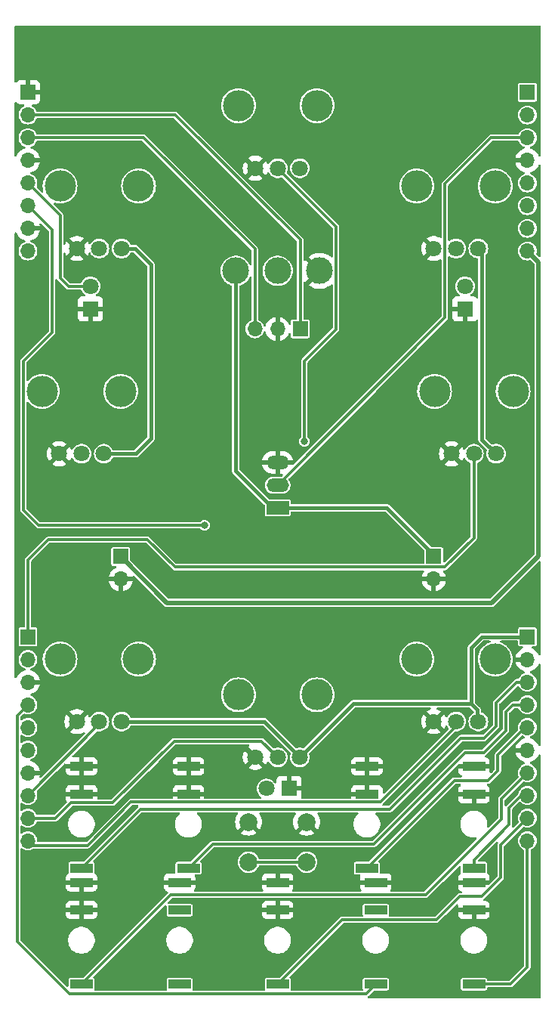
<source format=gbr>
%TF.GenerationSoftware,KiCad,Pcbnew,8.0.7*%
%TF.CreationDate,2025-01-17T12:44:41+00:00*%
%TF.ProjectId,Spectralist_Controls,53706563-7472-4616-9c69-73745f436f6e,rev?*%
%TF.SameCoordinates,Original*%
%TF.FileFunction,Copper,L1,Top*%
%TF.FilePolarity,Positive*%
%FSLAX46Y46*%
G04 Gerber Fmt 4.6, Leading zero omitted, Abs format (unit mm)*
G04 Created by KiCad (PCBNEW 8.0.7) date 2025-01-17 12:44:41*
%MOMM*%
%LPD*%
G01*
G04 APERTURE LIST*
%TA.AperFunction,WasherPad*%
%ADD10C,3.500000*%
%TD*%
%TA.AperFunction,ComponentPad*%
%ADD11C,1.800000*%
%TD*%
%TA.AperFunction,ComponentPad*%
%ADD12R,2.500000X1.500000*%
%TD*%
%TA.AperFunction,ComponentPad*%
%ADD13O,2.500000X1.500000*%
%TD*%
%TA.AperFunction,ComponentPad*%
%ADD14R,1.800000X1.800000*%
%TD*%
%TA.AperFunction,ComponentPad*%
%ADD15R,2.500000X1.000000*%
%TD*%
%TA.AperFunction,ComponentPad*%
%ADD16R,1.700000X1.700000*%
%TD*%
%TA.AperFunction,ComponentPad*%
%ADD17O,1.700000X1.700000*%
%TD*%
%TA.AperFunction,ComponentPad*%
%ADD18C,3.000000*%
%TD*%
%TA.AperFunction,ComponentPad*%
%ADD19C,2.000000*%
%TD*%
%TA.AperFunction,ViaPad*%
%ADD20C,0.800000*%
%TD*%
%TA.AperFunction,Conductor*%
%ADD21C,0.400000*%
%TD*%
%TA.AperFunction,Conductor*%
%ADD22C,0.300000*%
%TD*%
%TA.AperFunction,Conductor*%
%ADD23C,0.500000*%
%TD*%
G04 APERTURE END LIST*
D10*
%TO.P,Filter_A_Cutoff1,*%
%TO.N,*%
X105600000Y-68500000D03*
X114400000Y-68500000D03*
D11*
%TO.P,Filter_A_Cutoff1,1,1*%
%TO.N,+3.3VA*%
X112500000Y-75500000D03*
%TO.P,Filter_A_Cutoff1,2,2*%
%TO.N,/Filter_A_Pot*%
X110000000Y-75500000D03*
%TO.P,Filter_A_Cutoff1,3,3*%
%TO.N,GND*%
X107500000Y-75500000D03*
%TD*%
D10*
%TO.P,Filter_Slope_Pot1,*%
%TO.N,*%
X125600000Y-59500000D03*
X134400000Y-59500000D03*
D11*
%TO.P,Filter_Slope_Pot1,1,1*%
%TO.N,+3.3VA*%
X132500000Y-66500000D03*
%TO.P,Filter_Slope_Pot1,2,2*%
%TO.N,/Filter_Slope_Pot*%
X130000000Y-66500000D03*
%TO.P,Filter_Slope_Pot1,3,3*%
%TO.N,GND*%
X127500000Y-66500000D03*
%TD*%
D12*
%TO.P,SW1,1,A*%
%TO.N,+3.3V*%
X130000000Y-104540000D03*
D13*
%TO.P,SW1,2,B*%
%TO.N,/Harmonic_Mode*%
X130000000Y-102000000D03*
%TO.P,SW1,3,C*%
%TO.N,GND*%
X130000000Y-99460000D03*
%TD*%
D14*
%TO.P,D1,1,K*%
%TO.N,GND*%
X109000000Y-82270000D03*
D11*
%TO.P,D1,2,A*%
%TO.N,/LED_Filter_A_Out*%
X109000000Y-79730000D03*
%TD*%
D15*
%TO.P,J13,1*%
%TO.N,GND*%
X141000000Y-146520000D03*
%TO.P,J13,2*%
%TO.N,unconnected-(J13-Pad2)*%
X141000000Y-149620000D03*
%TO.P,J13,3*%
%TO.N,/Audio_Out_R*%
X141000000Y-157920000D03*
%TD*%
D10*
%TO.P,Stretch_Trim1,*%
%TO.N,*%
X125600000Y-125500000D03*
X134400000Y-125500000D03*
D11*
%TO.P,Stretch_Trim1,1,1*%
%TO.N,+3.3VA*%
X132500000Y-132500000D03*
%TO.P,Stretch_Trim1,2,2*%
%TO.N,/Harm_Stretch_Trm*%
X130000000Y-132500000D03*
%TO.P,Stretch_Trim1,3,3*%
%TO.N,GND*%
X127500000Y-132500000D03*
%TD*%
D15*
%TO.P,J10,1*%
%TO.N,GND*%
X108000000Y-146520000D03*
%TO.P,J10,2*%
X108000000Y-149620000D03*
%TO.P,J10,3*%
%TO.N,/Filter_A_CV_In*%
X108000000Y-157920000D03*
%TD*%
%TO.P,J9,1*%
%TO.N,GND*%
X140000000Y-133520000D03*
%TO.P,J9,2*%
X140000000Y-136620000D03*
%TO.P,J9,3*%
%TO.N,/Filter_Slope_CV_In*%
X140000000Y-144920000D03*
%TD*%
D10*
%TO.P,Filter_A_Trim1,*%
%TO.N,*%
X103600000Y-91500000D03*
X112400000Y-91500000D03*
D11*
%TO.P,Filter_A_Trim1,1,1*%
%TO.N,+3.3VA*%
X110500000Y-98500000D03*
%TO.P,Filter_A_Trim1,2,2*%
%TO.N,/Filter_A_Trm*%
X108000000Y-98500000D03*
%TO.P,Filter_A_Trim1,3,3*%
%TO.N,GND*%
X105500000Y-98500000D03*
%TD*%
D14*
%TO.P,D3,1,K*%
%TO.N,GND*%
X131270000Y-136000000D03*
D11*
%TO.P,D3,2,A*%
%TO.N,/LED_Oct_Out*%
X128730000Y-136000000D03*
%TD*%
D15*
%TO.P,J6,1*%
%TO.N,GND*%
X120000000Y-133520000D03*
%TO.P,J6,2*%
X120000000Y-136620000D03*
%TO.P,J6,3*%
%TO.N,/Pitch_CV_In*%
X120000000Y-144920000D03*
%TD*%
D10*
%TO.P,Filter_B_Cutoff1,*%
%TO.N,*%
X145600000Y-68500000D03*
X154400000Y-68500000D03*
D11*
%TO.P,Filter_B_Cutoff1,1,1*%
%TO.N,+3.3VA*%
X152500000Y-75500000D03*
%TO.P,Filter_B_Cutoff1,2,2*%
%TO.N,/Filter_B_Pot*%
X150000000Y-75500000D03*
%TO.P,Filter_B_Cutoff1,3,3*%
%TO.N,GND*%
X147500000Y-75500000D03*
%TD*%
D16*
%TO.P,J16,1,Pin_1*%
%TO.N,+3.3V*%
X147500000Y-110000000D03*
D17*
%TO.P,J16,2,Pin_2*%
%TO.N,GND*%
X147500000Y-112540000D03*
%TD*%
D10*
%TO.P,Filter_B_Trim1,*%
%TO.N,*%
X147600000Y-91500000D03*
X156400000Y-91500000D03*
D11*
%TO.P,Filter_B_Trim1,1,1*%
%TO.N,+3.3VA*%
X154500000Y-98500000D03*
%TO.P,Filter_B_Trim1,2,2*%
%TO.N,/Filter_B_Trm*%
X152000000Y-98500000D03*
%TO.P,Filter_B_Trim1,3,3*%
%TO.N,GND*%
X149500000Y-98500000D03*
%TD*%
D10*
%TO.P,Harmonic_Warp_Pot1,*%
%TO.N,*%
X105600000Y-121500000D03*
X114400000Y-121500000D03*
D11*
%TO.P,Harmonic_Warp_Pot1,1,1*%
%TO.N,+3.3VA*%
X112500000Y-128500000D03*
%TO.P,Harmonic_Warp_Pot1,2,2*%
%TO.N,/Harm_Warp_Pot*%
X110000000Y-128500000D03*
%TO.P,Harmonic_Warp_Pot1,3,3*%
%TO.N,GND*%
X107500000Y-128500000D03*
%TD*%
D15*
%TO.P,J5,1*%
%TO.N,GND*%
X108000000Y-133520000D03*
%TO.P,J5,2*%
X108000000Y-136620000D03*
%TO.P,J5,3*%
%TO.N,/Harm_Stretch_CV_In*%
X108000000Y-144920000D03*
%TD*%
D18*
%TO.P,SW2,1,A*%
%TO.N,+3.3V*%
X125300000Y-78000000D03*
%TO.P,SW2,2,B*%
%TO.N,/Filter_Mode*%
X130000000Y-78000000D03*
%TO.P,SW2,3,C*%
%TO.N,GND*%
X134700000Y-78000000D03*
%TD*%
D15*
%TO.P,J7,1*%
%TO.N,GND*%
X152000000Y-133520000D03*
%TO.P,J7,2*%
X152000000Y-136620000D03*
%TO.P,J7,3*%
%TO.N,/Harm_Warp_CV_In*%
X152000000Y-144920000D03*
%TD*%
D16*
%TO.P,J15,1,Pin_1*%
%TO.N,+12V*%
X112400000Y-110000000D03*
D17*
%TO.P,J15,2,Pin_2*%
%TO.N,GND*%
X112400000Y-112540000D03*
%TD*%
D15*
%TO.P,J8,1*%
%TO.N,GND*%
X130000000Y-146520000D03*
%TO.P,J8,2*%
X130000000Y-149620000D03*
%TO.P,J8,3*%
%TO.N,/Pan_CV_In*%
X130000000Y-157920000D03*
%TD*%
D19*
%TO.P,SW3,1,1*%
%TO.N,/Octave_Btn*%
X133250000Y-144250000D03*
X126750000Y-144250000D03*
%TO.P,SW3,2,2*%
%TO.N,GND*%
X133250000Y-139750000D03*
X126750000Y-139750000D03*
%TD*%
D10*
%TO.P,Harmonic_Stretch_Pot1,*%
%TO.N,*%
X145600000Y-121500000D03*
X154400000Y-121500000D03*
D11*
%TO.P,Harmonic_Stretch_Pot1,1,1*%
%TO.N,+3.3VA*%
X152500000Y-128500000D03*
%TO.P,Harmonic_Stretch_Pot1,2,2*%
%TO.N,/Harm_Stretch_Pot*%
X150000000Y-128500000D03*
%TO.P,Harmonic_Stretch_Pot1,3,3*%
%TO.N,GND*%
X147500000Y-128500000D03*
%TD*%
D16*
%TO.P,J14,1,Pin_1*%
%TO.N,/LED_SCL*%
X132525000Y-84500000D03*
D17*
%TO.P,J14,2,Pin_2*%
%TO.N,GND*%
X129985000Y-84500000D03*
%TO.P,J14,3,Pin_3*%
%TO.N,/LED_SDA*%
X127445000Y-84500000D03*
%TD*%
D14*
%TO.P,D2,1,K*%
%TO.N,GND*%
X151000000Y-82270000D03*
D11*
%TO.P,D2,2,A*%
%TO.N,/LED_Filter_B_Out*%
X151000000Y-79730000D03*
%TD*%
D15*
%TO.P,J11,1*%
%TO.N,GND*%
X152000000Y-146520000D03*
%TO.P,J11,2*%
X152000000Y-149620000D03*
%TO.P,J11,3*%
%TO.N,/Filter_B_CV_In*%
X152000000Y-157920000D03*
%TD*%
%TO.P,J12,1*%
%TO.N,GND*%
X119000000Y-146520000D03*
%TO.P,J12,2*%
%TO.N,unconnected-(J12-Pad2)*%
X119000000Y-149620000D03*
%TO.P,J12,3*%
%TO.N,/Audio_Out_L*%
X119000000Y-157920000D03*
%TD*%
D16*
%TO.P,J3,1,Pin_1*%
%TO.N,/Filter_B_Trm*%
X102000000Y-119000000D03*
D17*
%TO.P,J3,2,Pin_2*%
%TO.N,/Audio_Out_L*%
X102000000Y-121540000D03*
%TO.P,J3,3,Pin_3*%
%TO.N,GND*%
X102000000Y-124080000D03*
%TO.P,J3,4,Pin_4*%
%TO.N,/Audio_Out_R*%
X102000000Y-126620000D03*
%TO.P,J3,5,Pin_5*%
%TO.N,/Filter_B_Pot*%
X102000000Y-129160000D03*
%TO.P,J3,6,Pin_6*%
%TO.N,/Filter_Slope_Pot*%
X102000000Y-131700000D03*
%TO.P,J3,7,Pin_7*%
%TO.N,GND*%
X102000000Y-134240000D03*
%TO.P,J3,8,Pin_8*%
%TO.N,/Harm_Warp_Pot*%
X102000000Y-136780000D03*
%TO.P,J3,9,Pin_9*%
%TO.N,/Harm_Stretch_Trm*%
X102000000Y-139320000D03*
%TO.P,J3,10,Pin_10*%
%TO.N,/Harm_Stretch_Pot*%
X102000000Y-141860000D03*
%TD*%
D16*
%TO.P,J1,1,Pin_1*%
%TO.N,GND*%
X102000000Y-58000000D03*
D17*
%TO.P,J1,2,Pin_2*%
%TO.N,/LED_SCL*%
X102000000Y-60540000D03*
%TO.P,J1,3,Pin_3*%
%TO.N,/LED_SDA*%
X102000000Y-63080000D03*
%TO.P,J1,4,Pin_4*%
%TO.N,GND*%
X102000000Y-65620000D03*
%TO.P,J1,5,Pin_5*%
%TO.N,/LED_Filter_A_Out*%
X102000000Y-68160000D03*
%TO.P,J1,6,Pin_6*%
%TO.N,/LED_Oct_Out*%
X102000000Y-70700000D03*
%TO.P,J1,7,Pin_7*%
%TO.N,GND*%
X102000000Y-73240000D03*
%TO.P,J1,8,Pin_8*%
%TO.N,/LED_Filter_B_Out*%
X102000000Y-75780000D03*
%TD*%
D16*
%TO.P,J4,1,Pin_1*%
%TO.N,+3.3VA*%
X158000000Y-119000000D03*
D17*
%TO.P,J4,2,Pin_2*%
%TO.N,GND*%
X158000000Y-121540000D03*
%TO.P,J4,3,Pin_3*%
%TO.N,/Harm_Stretch_CV_In*%
X158000000Y-124080000D03*
%TO.P,J4,4,Pin_4*%
%TO.N,/Pitch_CV_In*%
X158000000Y-126620000D03*
%TO.P,J4,5,Pin_5*%
%TO.N,/Filter_Slope_CV_In*%
X158000000Y-129160000D03*
%TO.P,J4,6,Pin_6*%
%TO.N,GND*%
X158000000Y-131700000D03*
%TO.P,J4,7,Pin_7*%
%TO.N,/Filter_A_CV_In*%
X158000000Y-134240000D03*
%TO.P,J4,8,Pin_8*%
%TO.N,/Harm_Warp_CV_In*%
X158000000Y-136780000D03*
%TO.P,J4,9,Pin_9*%
%TO.N,/Pan_CV_In*%
X158000000Y-139320000D03*
%TO.P,J4,10,Pin_10*%
%TO.N,/Filter_B_CV_In*%
X158000000Y-141860000D03*
%TD*%
D16*
%TO.P,J2,1,Pin_1*%
%TO.N,+3.3V*%
X158000000Y-58000000D03*
D17*
%TO.P,J2,2,Pin_2*%
%TO.N,/Filter_Mode*%
X158000000Y-60540000D03*
%TO.P,J2,3,Pin_3*%
%TO.N,/Harmonic_Mode*%
X158000000Y-63080000D03*
%TO.P,J2,4,Pin_4*%
%TO.N,GND*%
X158000000Y-65620000D03*
%TO.P,J2,5,Pin_5*%
%TO.N,/Octave_Btn*%
X158000000Y-68160000D03*
%TO.P,J2,6,Pin_6*%
%TO.N,/Filter_A_Pot*%
X158000000Y-70700000D03*
%TO.P,J2,7,Pin_7*%
%TO.N,/Filter_A_Trm*%
X158000000Y-73240000D03*
%TO.P,J2,8,Pin_8*%
%TO.N,+12V*%
X158000000Y-75780000D03*
%TD*%
D20*
%TO.N,GND*%
X149900000Y-108000000D03*
X156900000Y-125400000D03*
X155900000Y-59400000D03*
X128500000Y-79900000D03*
X141200000Y-77900000D03*
X123600000Y-84000000D03*
X123700000Y-105500000D03*
X124500000Y-69600000D03*
X156700000Y-79900000D03*
X132600000Y-157900000D03*
X101700000Y-107900000D03*
X158900000Y-144100000D03*
X120900000Y-113100000D03*
X111600000Y-156500000D03*
X142200000Y-139400000D03*
X142900000Y-108600000D03*
X103600000Y-61700000D03*
X122300000Y-79400000D03*
X131800000Y-95800000D03*
X157900000Y-158300000D03*
X156500000Y-144300000D03*
X155000000Y-73200000D03*
%TO.N,/Filter_Slope_Pot*%
X133000000Y-97100000D03*
%TO.N,/LED_Oct_Out*%
X121800000Y-106500000D03*
%TD*%
D21*
%TO.N,+3.3VA*%
X151700000Y-120200000D02*
X151700000Y-126500000D01*
X152400000Y-128400000D02*
X152500000Y-128500000D01*
X158000000Y-119000000D02*
X152900000Y-119000000D01*
X115800000Y-96800000D02*
X114100000Y-98500000D01*
X114100000Y-98500000D02*
X110500000Y-98500000D01*
X152900000Y-119000000D02*
X151700000Y-120200000D01*
X114000000Y-75500000D02*
X115800000Y-77300000D01*
X128500000Y-128500000D02*
X112500000Y-128500000D01*
X112500000Y-75500000D02*
X114000000Y-75500000D01*
X151700000Y-126500000D02*
X152400000Y-127200000D01*
X152900000Y-75900000D02*
X152900000Y-96900000D01*
X115800000Y-77300000D02*
X115800000Y-96800000D01*
X138500000Y-126500000D02*
X132500000Y-132500000D01*
X152500000Y-75500000D02*
X152900000Y-75900000D01*
X132500000Y-132500000D02*
X128500000Y-128500000D01*
X151700000Y-126500000D02*
X138500000Y-126500000D01*
X152400000Y-127200000D02*
X152400000Y-128400000D01*
X152900000Y-96900000D02*
X154500000Y-98500000D01*
%TO.N,+3.3V*%
X142240000Y-104540000D02*
X130000000Y-104540000D01*
X125300000Y-78000000D02*
X125300000Y-100400000D01*
X147500000Y-109800000D02*
X142240000Y-104540000D01*
X147500000Y-110000000D02*
X147500000Y-109800000D01*
X129440000Y-104540000D02*
X130000000Y-104540000D01*
X125300000Y-100400000D02*
X129440000Y-104540000D01*
D22*
%TO.N,/Harmonic_Mode*%
X153920000Y-63080000D02*
X158000000Y-63080000D01*
X148750000Y-68250000D02*
X153920000Y-63080000D01*
X130000000Y-102000000D02*
X148750000Y-83250000D01*
X148750000Y-83250000D02*
X148750000Y-68250000D01*
%TO.N,/Octave_Btn*%
X126750000Y-144250000D02*
X133250000Y-144250000D01*
D23*
%TO.N,+12V*%
X158000000Y-75780000D02*
X159250000Y-77030000D01*
X159250000Y-77030000D02*
X159250000Y-109950000D01*
X159250000Y-109950000D02*
X154000000Y-115200000D01*
X117600000Y-115200000D02*
X112400000Y-110000000D01*
X154000000Y-115200000D02*
X117600000Y-115200000D01*
D22*
%TO.N,/LED_SCL*%
X132525000Y-74525000D02*
X132525000Y-84500000D01*
X118540000Y-60540000D02*
X132525000Y-74525000D01*
X102000000Y-60540000D02*
X118540000Y-60540000D01*
%TO.N,/LED_SDA*%
X114980000Y-63080000D02*
X127445000Y-75545000D01*
X102000000Y-63080000D02*
X114980000Y-63080000D01*
X127445000Y-75545000D02*
X127445000Y-84500000D01*
%TO.N,/Filter_Slope_Pot*%
X133000000Y-88100000D02*
X136550000Y-84550000D01*
X136550000Y-73050000D02*
X130000000Y-66500000D01*
X136550000Y-84550000D02*
X136550000Y-73050000D01*
X133000000Y-97100000D02*
X133000000Y-88100000D01*
%TO.N,/Filter_B_Trm*%
X104300000Y-108100000D02*
X115400000Y-108100000D01*
X118500000Y-111200000D02*
X148700000Y-111200000D01*
X152000000Y-107900000D02*
X152000000Y-98500000D01*
X102000000Y-119000000D02*
X102000000Y-110400000D01*
X148700000Y-111200000D02*
X152000000Y-107900000D01*
X115400000Y-108100000D02*
X118500000Y-111200000D01*
X102000000Y-110400000D02*
X104300000Y-108100000D01*
%TO.N,/Filter_A_CV_In*%
X155100000Y-137140000D02*
X158000000Y-134240000D01*
X118020000Y-147900000D02*
X146600000Y-147900000D01*
X108000000Y-157920000D02*
X118020000Y-147900000D01*
X146600000Y-147900000D02*
X155100000Y-139400000D01*
X155100000Y-139400000D02*
X155100000Y-137140000D01*
%TO.N,/Filter_B_CV_In*%
X158000000Y-156000000D02*
X156080000Y-157920000D01*
X156080000Y-157920000D02*
X152000000Y-157920000D01*
X158000000Y-141860000D02*
X158000000Y-156000000D01*
%TO.N,/Filter_Slope_CV_In*%
X154700000Y-132200000D02*
X157740000Y-129160000D01*
X157740000Y-129160000D02*
X158000000Y-129160000D01*
X140000000Y-144920000D02*
X149820000Y-135100000D01*
X153600000Y-135100000D02*
X154700000Y-134000000D01*
X154700000Y-134000000D02*
X154700000Y-132200000D01*
X149820000Y-135100000D02*
X153600000Y-135100000D01*
%TO.N,/Harm_Stretch_CV_In*%
X154488959Y-129011041D02*
X153161041Y-130338959D01*
X150538959Y-130338959D02*
X142577919Y-138300000D01*
X156797918Y-124080000D02*
X154488959Y-126388959D01*
X158000000Y-124080000D02*
X156797918Y-124080000D01*
X153161041Y-130338959D02*
X150538959Y-130338959D01*
X154488959Y-126388959D02*
X154488959Y-129011041D01*
X114620000Y-138300000D02*
X108000000Y-144920000D01*
X142577919Y-138300000D02*
X114620000Y-138300000D01*
%TO.N,/Pan_CV_In*%
X158000000Y-139320000D02*
X155000000Y-142320000D01*
X150400000Y-148100000D02*
X147800000Y-150700000D01*
X137220000Y-150700000D02*
X130000000Y-157920000D01*
X152870000Y-148100000D02*
X150400000Y-148100000D01*
X147800000Y-150700000D02*
X137220000Y-150700000D01*
X155000000Y-142320000D02*
X155000000Y-145970000D01*
X155000000Y-145970000D02*
X152870000Y-148100000D01*
%TO.N,/Harm_Warp_Pot*%
X110000000Y-128500000D02*
X110000000Y-128780000D01*
X110000000Y-128780000D02*
X102000000Y-136780000D01*
%TO.N,/Harm_Stretch_Trm*%
X118400000Y-130700000D02*
X128200000Y-130700000D01*
X111500000Y-137600000D02*
X118400000Y-130700000D01*
X102000000Y-139320000D02*
X105080000Y-139320000D01*
X106800000Y-137600000D02*
X111500000Y-137600000D01*
X128200000Y-130700000D02*
X130000000Y-132500000D01*
X105080000Y-139320000D02*
X106800000Y-137600000D01*
%TO.N,/Harm_Warp_CV_In*%
X157320000Y-136780000D02*
X155953553Y-138146447D01*
X152000000Y-144000000D02*
X152000000Y-144920000D01*
X158000000Y-136780000D02*
X157320000Y-136780000D01*
X155953553Y-138146447D02*
X155953553Y-140046447D01*
X155953553Y-140046447D02*
X152000000Y-144000000D01*
%TO.N,/Harm_Stretch_Pot*%
X102000000Y-141860000D02*
X102500000Y-142360000D01*
X108680559Y-142360000D02*
X113540559Y-137500000D01*
X102500000Y-142360000D02*
X108680559Y-142360000D01*
X150000000Y-129000000D02*
X150000000Y-128500000D01*
X141500000Y-137500000D02*
X150000000Y-129000000D01*
X113540559Y-137500000D02*
X141500000Y-137500000D01*
%TO.N,/LED_Filter_A_Out*%
X105600000Y-78800000D02*
X106530000Y-79730000D01*
X102000000Y-68160000D02*
X105600000Y-71760000D01*
X105600000Y-71760000D02*
X105600000Y-78800000D01*
X106530000Y-79730000D02*
X109000000Y-79730000D01*
%TO.N,/LED_Oct_Out*%
X101500000Y-104800000D02*
X103200000Y-106500000D01*
X101500000Y-88100000D02*
X101500000Y-104800000D01*
X104700000Y-84900000D02*
X101500000Y-88100000D01*
X103200000Y-106500000D02*
X121800000Y-106500000D01*
X104700000Y-73400000D02*
X104700000Y-84900000D01*
X102000000Y-70700000D02*
X104700000Y-73400000D01*
%TO.N,/Audio_Out_R*%
X139920000Y-159000000D02*
X141000000Y-157920000D01*
X100800000Y-153150000D02*
X106650000Y-159000000D01*
X100800000Y-127820000D02*
X100800000Y-153150000D01*
X102000000Y-126620000D02*
X100800000Y-127820000D01*
X106650000Y-159000000D02*
X139920000Y-159000000D01*
%TO.N,/Pitch_CV_In*%
X140783274Y-142216726D02*
X122703274Y-142216726D01*
X153100000Y-132000000D02*
X151000000Y-132000000D01*
X158000000Y-126620000D02*
X156380000Y-126620000D01*
X155600000Y-127400000D02*
X155600000Y-129500000D01*
X155600000Y-129500000D02*
X153100000Y-132000000D01*
X156380000Y-126620000D02*
X155600000Y-127400000D01*
X122703274Y-142216726D02*
X120000000Y-144920000D01*
X151000000Y-132000000D02*
X140783274Y-142216726D01*
%TD*%
%TA.AperFunction,Conductor*%
%TO.N,GND*%
G36*
X159440020Y-132156066D02*
G01*
X159487314Y-132209017D01*
X159499500Y-132263076D01*
X159499500Y-159373500D01*
X159479498Y-159441621D01*
X159425842Y-159488114D01*
X159373500Y-159499500D01*
X140220373Y-159499500D01*
X140152252Y-159479498D01*
X140105759Y-159425842D01*
X140095655Y-159355568D01*
X140125149Y-159290988D01*
X140131277Y-159284405D01*
X140200470Y-159215212D01*
X140758278Y-158657403D01*
X140820589Y-158623380D01*
X140847372Y-158620500D01*
X142269747Y-158620500D01*
X142269748Y-158620500D01*
X142328231Y-158608867D01*
X142394552Y-158564552D01*
X142438867Y-158498231D01*
X142450500Y-158439748D01*
X142450500Y-157400252D01*
X142450499Y-157400249D01*
X150549500Y-157400249D01*
X150549500Y-157400252D01*
X150549500Y-158439748D01*
X150561133Y-158498231D01*
X150605448Y-158564552D01*
X150671769Y-158608867D01*
X150730252Y-158620500D01*
X150730253Y-158620500D01*
X153269747Y-158620500D01*
X153269748Y-158620500D01*
X153328231Y-158608867D01*
X153394552Y-158564552D01*
X153438867Y-158498231D01*
X153450500Y-158439748D01*
X153450500Y-158396500D01*
X153470502Y-158328379D01*
X153524158Y-158281886D01*
X153576500Y-158270500D01*
X156126142Y-158270500D01*
X156126144Y-158270500D01*
X156215288Y-158246614D01*
X156215291Y-158246612D01*
X156215292Y-158246612D01*
X156271358Y-158214242D01*
X156295212Y-158200470D01*
X158280470Y-156215212D01*
X158326614Y-156135288D01*
X158350500Y-156046144D01*
X158350500Y-142939325D01*
X158370502Y-142871204D01*
X158417104Y-142828203D01*
X158586450Y-142737685D01*
X158746410Y-142606410D01*
X158877685Y-142446450D01*
X158975232Y-142263954D01*
X159035300Y-142065934D01*
X159040859Y-142009500D01*
X159055583Y-141860003D01*
X159055583Y-141859996D01*
X159035301Y-141654072D01*
X159035300Y-141654070D01*
X159035300Y-141654066D01*
X158975232Y-141456046D01*
X158877685Y-141273550D01*
X158746410Y-141113590D01*
X158586450Y-140982315D01*
X158586448Y-140982314D01*
X158586447Y-140982313D01*
X158403954Y-140884768D01*
X158205927Y-140824698D01*
X158000003Y-140804417D01*
X157999997Y-140804417D01*
X157794072Y-140824698D01*
X157596045Y-140884768D01*
X157413552Y-140982313D01*
X157253590Y-141113590D01*
X157122313Y-141273552D01*
X157024768Y-141456045D01*
X156964698Y-141654072D01*
X156944417Y-141859996D01*
X156944417Y-141860003D01*
X156964698Y-142065927D01*
X156964699Y-142065933D01*
X156964700Y-142065934D01*
X157000731Y-142184714D01*
X157024768Y-142263954D01*
X157112600Y-142428276D01*
X157122315Y-142446450D01*
X157253590Y-142606410D01*
X157413550Y-142737685D01*
X157413552Y-142737686D01*
X157582896Y-142828203D01*
X157633544Y-142877955D01*
X157649500Y-142939325D01*
X157649500Y-155802628D01*
X157629498Y-155870749D01*
X157612595Y-155891723D01*
X155971723Y-157532595D01*
X155909411Y-157566621D01*
X155882628Y-157569500D01*
X153576500Y-157569500D01*
X153508379Y-157549498D01*
X153461886Y-157495842D01*
X153450500Y-157443500D01*
X153450500Y-157400253D01*
X153450499Y-157400249D01*
X153438867Y-157341771D01*
X153438867Y-157341769D01*
X153394552Y-157275448D01*
X153328231Y-157231133D01*
X153328228Y-157231132D01*
X153269750Y-157219500D01*
X153269748Y-157219500D01*
X150730252Y-157219500D01*
X150730249Y-157219500D01*
X150671771Y-157231132D01*
X150671768Y-157231133D01*
X150605448Y-157275448D01*
X150561133Y-157341768D01*
X150561132Y-157341771D01*
X150549500Y-157400249D01*
X142450499Y-157400249D01*
X142438867Y-157341769D01*
X142394552Y-157275448D01*
X142328231Y-157231133D01*
X142328228Y-157231132D01*
X142269750Y-157219500D01*
X142269748Y-157219500D01*
X139730252Y-157219500D01*
X139730249Y-157219500D01*
X139671771Y-157231132D01*
X139671768Y-157231133D01*
X139605448Y-157275448D01*
X139561133Y-157341768D01*
X139561132Y-157341771D01*
X139549500Y-157400249D01*
X139549500Y-157400252D01*
X139549500Y-158439748D01*
X139561132Y-158498228D01*
X139561270Y-158498918D01*
X139554942Y-158569632D01*
X139511388Y-158625699D01*
X139444436Y-158649319D01*
X139437691Y-158649500D01*
X131562309Y-158649500D01*
X131494188Y-158629498D01*
X131447695Y-158575842D01*
X131437591Y-158505568D01*
X131438730Y-158498918D01*
X131438867Y-158498231D01*
X131450500Y-158439748D01*
X131450500Y-157400252D01*
X131438867Y-157341769D01*
X131394552Y-157275448D01*
X131369754Y-157258878D01*
X131324227Y-157204402D01*
X131315380Y-157133959D01*
X131346021Y-157069915D01*
X131350643Y-157065038D01*
X135533774Y-152881908D01*
X139499500Y-152881908D01*
X139499500Y-153118092D01*
X139536447Y-153351368D01*
X139609432Y-153575992D01*
X139716657Y-153786433D01*
X139716659Y-153786436D01*
X139855484Y-153977512D01*
X140022487Y-154144515D01*
X140022490Y-154144517D01*
X140213567Y-154283343D01*
X140424008Y-154390568D01*
X140648632Y-154463553D01*
X140881908Y-154500500D01*
X140881911Y-154500500D01*
X141118089Y-154500500D01*
X141118092Y-154500500D01*
X141351368Y-154463553D01*
X141575992Y-154390568D01*
X141786433Y-154283343D01*
X141977510Y-154144517D01*
X142144517Y-153977510D01*
X142283343Y-153786433D01*
X142390568Y-153575992D01*
X142463553Y-153351368D01*
X142500500Y-153118092D01*
X142500500Y-152881908D01*
X150499500Y-152881908D01*
X150499500Y-153118092D01*
X150536447Y-153351368D01*
X150609432Y-153575992D01*
X150716657Y-153786433D01*
X150716659Y-153786436D01*
X150855484Y-153977512D01*
X151022487Y-154144515D01*
X151022490Y-154144517D01*
X151213567Y-154283343D01*
X151424008Y-154390568D01*
X151648632Y-154463553D01*
X151881908Y-154500500D01*
X151881911Y-154500500D01*
X152118089Y-154500500D01*
X152118092Y-154500500D01*
X152351368Y-154463553D01*
X152575992Y-154390568D01*
X152786433Y-154283343D01*
X152977510Y-154144517D01*
X153144517Y-153977510D01*
X153283343Y-153786433D01*
X153390568Y-153575992D01*
X153463553Y-153351368D01*
X153500500Y-153118092D01*
X153500500Y-152881908D01*
X153463553Y-152648632D01*
X153390568Y-152424008D01*
X153283343Y-152213567D01*
X153144517Y-152022490D01*
X153144515Y-152022487D01*
X152977512Y-151855484D01*
X152786436Y-151716659D01*
X152786435Y-151716658D01*
X152786433Y-151716657D01*
X152575992Y-151609432D01*
X152351368Y-151536447D01*
X152118092Y-151499500D01*
X151881908Y-151499500D01*
X151648632Y-151536447D01*
X151648629Y-151536447D01*
X151648628Y-151536448D01*
X151424008Y-151609432D01*
X151424006Y-151609433D01*
X151213563Y-151716659D01*
X151022487Y-151855484D01*
X150855484Y-152022487D01*
X150716659Y-152213563D01*
X150716657Y-152213567D01*
X150609432Y-152424008D01*
X150536447Y-152648632D01*
X150499500Y-152881908D01*
X142500500Y-152881908D01*
X142463553Y-152648632D01*
X142390568Y-152424008D01*
X142283343Y-152213567D01*
X142144517Y-152022490D01*
X142144515Y-152022487D01*
X141977512Y-151855484D01*
X141786436Y-151716659D01*
X141786435Y-151716658D01*
X141786433Y-151716657D01*
X141575992Y-151609432D01*
X141351368Y-151536447D01*
X141118092Y-151499500D01*
X140881908Y-151499500D01*
X140648632Y-151536447D01*
X140648629Y-151536447D01*
X140648628Y-151536448D01*
X140424008Y-151609432D01*
X140424006Y-151609433D01*
X140213563Y-151716659D01*
X140022487Y-151855484D01*
X139855484Y-152022487D01*
X139716659Y-152213563D01*
X139716657Y-152213567D01*
X139609432Y-152424008D01*
X139536447Y-152648632D01*
X139499500Y-152881908D01*
X135533774Y-152881908D01*
X137328277Y-151087405D01*
X137390589Y-151053379D01*
X137417372Y-151050500D01*
X147846142Y-151050500D01*
X147846144Y-151050500D01*
X147935288Y-151026614D01*
X147935291Y-151026612D01*
X147935292Y-151026612D01*
X147975250Y-151003542D01*
X148015212Y-150980470D01*
X148827084Y-150168597D01*
X150242000Y-150168597D01*
X150248505Y-150229093D01*
X150299555Y-150365964D01*
X150299555Y-150365965D01*
X150387095Y-150482904D01*
X150504034Y-150570444D01*
X150640906Y-150621494D01*
X150701402Y-150627999D01*
X150701415Y-150628000D01*
X151746000Y-150628000D01*
X152254000Y-150628000D01*
X153298585Y-150628000D01*
X153298597Y-150627999D01*
X153359093Y-150621494D01*
X153495964Y-150570444D01*
X153495965Y-150570444D01*
X153612904Y-150482904D01*
X153700444Y-150365965D01*
X153700444Y-150365964D01*
X153751494Y-150229093D01*
X153757999Y-150168597D01*
X153758000Y-150168585D01*
X153758000Y-149874000D01*
X152254000Y-149874000D01*
X152254000Y-150628000D01*
X151746000Y-150628000D01*
X151746000Y-149874000D01*
X150242000Y-149874000D01*
X150242000Y-150168597D01*
X148827084Y-150168597D01*
X149425409Y-149570272D01*
X151250000Y-149570272D01*
X151250000Y-149669728D01*
X151288060Y-149761614D01*
X151358386Y-149831940D01*
X151450272Y-149870000D01*
X152549728Y-149870000D01*
X152641614Y-149831940D01*
X152711940Y-149761614D01*
X152750000Y-149669728D01*
X152750000Y-149570272D01*
X152711940Y-149478386D01*
X152641614Y-149408060D01*
X152549728Y-149370000D01*
X151450272Y-149370000D01*
X151358386Y-149408060D01*
X151288060Y-149478386D01*
X151250000Y-149570272D01*
X149425409Y-149570272D01*
X150027722Y-148967958D01*
X150090034Y-148933934D01*
X150160849Y-148938998D01*
X150217685Y-148981545D01*
X150242496Y-149048065D01*
X150242139Y-149068033D01*
X150242181Y-149068036D01*
X150242118Y-149069201D01*
X150242095Y-149070521D01*
X150242001Y-149071394D01*
X150242000Y-149071414D01*
X150242000Y-149366000D01*
X153758000Y-149366000D01*
X153758000Y-149071414D01*
X153757999Y-149071402D01*
X153751494Y-149010906D01*
X153700444Y-148874035D01*
X153700444Y-148874034D01*
X153612904Y-148757095D01*
X153495965Y-148669555D01*
X153359093Y-148618505D01*
X153298597Y-148612000D01*
X153154429Y-148612000D01*
X153086308Y-148591998D01*
X153039815Y-148538342D01*
X153029711Y-148468068D01*
X153059205Y-148403488D01*
X153079564Y-148386675D01*
X153078660Y-148385497D01*
X153085204Y-148380474D01*
X153085212Y-148380470D01*
X155280470Y-146185212D01*
X155326614Y-146105288D01*
X155350500Y-146016144D01*
X155350500Y-142517371D01*
X155370502Y-142449250D01*
X155387400Y-142428281D01*
X157484643Y-140331037D01*
X157546953Y-140297014D01*
X157610310Y-140299558D01*
X157794066Y-140355300D01*
X157794070Y-140355300D01*
X157794072Y-140355301D01*
X157999997Y-140375583D01*
X158000000Y-140375583D01*
X158000003Y-140375583D01*
X158205927Y-140355301D01*
X158205928Y-140355300D01*
X158205934Y-140355300D01*
X158403954Y-140295232D01*
X158586450Y-140197685D01*
X158746410Y-140066410D01*
X158877685Y-139906450D01*
X158975232Y-139723954D01*
X159035300Y-139525934D01*
X159055583Y-139320000D01*
X159055583Y-139319996D01*
X159035301Y-139114072D01*
X159035300Y-139114070D01*
X159035300Y-139114066D01*
X158975232Y-138916046D01*
X158877685Y-138733550D01*
X158746410Y-138573590D01*
X158586450Y-138442315D01*
X158586448Y-138442314D01*
X158586447Y-138442313D01*
X158403954Y-138344768D01*
X158205927Y-138284698D01*
X158000003Y-138264417D01*
X157999997Y-138264417D01*
X157794072Y-138284698D01*
X157596045Y-138344768D01*
X157413552Y-138442313D01*
X157253590Y-138573590D01*
X157122313Y-138733552D01*
X157024768Y-138916045D01*
X156964698Y-139114072D01*
X156944417Y-139319996D01*
X156944417Y-139320003D01*
X156964698Y-139525927D01*
X156964699Y-139525933D01*
X156964700Y-139525934D01*
X157001918Y-139648628D01*
X157020440Y-139709686D01*
X157021073Y-139780680D01*
X156988960Y-139835356D01*
X156461844Y-140362472D01*
X156399532Y-140396498D01*
X156328717Y-140391433D01*
X156271881Y-140348886D01*
X156247070Y-140282366D01*
X156262161Y-140212992D01*
X156263631Y-140210375D01*
X156270958Y-140197686D01*
X156280167Y-140181735D01*
X156304053Y-140092591D01*
X156304053Y-138343819D01*
X156324055Y-138275698D01*
X156340953Y-138254728D01*
X157072336Y-137523344D01*
X157134647Y-137489321D01*
X157205462Y-137494385D01*
X157250519Y-137523340D01*
X157253580Y-137526401D01*
X157253588Y-137526407D01*
X157253590Y-137526410D01*
X157413550Y-137657685D01*
X157596046Y-137755232D01*
X157794066Y-137815300D01*
X157794070Y-137815300D01*
X157794072Y-137815301D01*
X157999997Y-137835583D01*
X158000000Y-137835583D01*
X158000003Y-137835583D01*
X158205927Y-137815301D01*
X158205928Y-137815300D01*
X158205934Y-137815300D01*
X158403954Y-137755232D01*
X158586450Y-137657685D01*
X158746410Y-137526410D01*
X158877685Y-137366450D01*
X158975232Y-137183954D01*
X159035300Y-136985934D01*
X159036945Y-136969239D01*
X159055583Y-136780003D01*
X159055583Y-136779996D01*
X159035301Y-136574072D01*
X159035300Y-136574070D01*
X159035300Y-136574066D01*
X158975232Y-136376046D01*
X158877685Y-136193550D01*
X158746410Y-136033590D01*
X158586450Y-135902315D01*
X158586448Y-135902314D01*
X158586447Y-135902313D01*
X158403954Y-135804768D01*
X158378066Y-135796915D01*
X158205934Y-135744700D01*
X158205933Y-135744699D01*
X158205927Y-135744698D01*
X158000003Y-135724417D01*
X157999997Y-135724417D01*
X157794072Y-135744698D01*
X157596045Y-135804768D01*
X157413552Y-135902313D01*
X157253590Y-136033590D01*
X157122313Y-136193552D01*
X157024768Y-136376045D01*
X157001996Y-136451117D01*
X156964700Y-136574066D01*
X156962998Y-136591342D01*
X156961957Y-136601914D01*
X156935373Y-136667746D01*
X156925659Y-136678657D01*
X155667243Y-137937074D01*
X155665215Y-137935046D01*
X155619105Y-137968704D01*
X155548234Y-137972915D01*
X155486336Y-137938140D01*
X155453065Y-137875422D01*
X155450500Y-137850126D01*
X155450500Y-137337370D01*
X155470502Y-137269249D01*
X155487400Y-137248280D01*
X157484642Y-135251037D01*
X157546952Y-135217014D01*
X157610310Y-135219559D01*
X157794066Y-135275300D01*
X157794070Y-135275300D01*
X157794072Y-135275301D01*
X157999997Y-135295583D01*
X158000000Y-135295583D01*
X158000003Y-135295583D01*
X158205927Y-135275301D01*
X158205928Y-135275300D01*
X158205934Y-135275300D01*
X158403954Y-135215232D01*
X158586450Y-135117685D01*
X158746410Y-134986410D01*
X158877685Y-134826450D01*
X158975232Y-134643954D01*
X159035300Y-134445934D01*
X159055583Y-134240000D01*
X159054173Y-134225682D01*
X159035301Y-134034072D01*
X159035300Y-134034070D01*
X159035300Y-134034066D01*
X158975232Y-133836046D01*
X158877685Y-133653550D01*
X158746410Y-133493590D01*
X158586450Y-133362315D01*
X158586448Y-133362314D01*
X158586447Y-133362313D01*
X158403955Y-133264768D01*
X158382042Y-133258121D01*
X158363104Y-133252376D01*
X158303724Y-133213462D01*
X158274808Y-133148620D01*
X158285539Y-133078439D01*
X158332509Y-133025200D01*
X158358769Y-133012629D01*
X158547369Y-132947883D01*
X158547371Y-132947882D01*
X158745300Y-132840768D01*
X158745301Y-132840767D01*
X158922902Y-132702534D01*
X159075325Y-132536958D01*
X159198419Y-132348548D01*
X159258113Y-132212462D01*
X159303794Y-132158114D01*
X159371606Y-132137090D01*
X159440020Y-132156066D01*
G37*
%TD.AperFunction*%
%TA.AperFunction,Conductor*%
G36*
X154624837Y-141975009D02*
G01*
X154681673Y-142017556D01*
X154706484Y-142084076D01*
X154691393Y-142153450D01*
X154689929Y-142156057D01*
X154681549Y-142170574D01*
X154681545Y-142170581D01*
X154673387Y-142184709D01*
X154673385Y-142184714D01*
X154649500Y-142273857D01*
X154649500Y-145772628D01*
X154629498Y-145840749D01*
X154612595Y-145861723D01*
X153737223Y-146737095D01*
X153674911Y-146771121D01*
X153648128Y-146774000D01*
X150242000Y-146774000D01*
X150242000Y-147068597D01*
X150248505Y-147129093D01*
X150299555Y-147265964D01*
X150299555Y-147265965D01*
X150387095Y-147382904D01*
X150504034Y-147470444D01*
X150597873Y-147505444D01*
X150654709Y-147547991D01*
X150679520Y-147614511D01*
X150664429Y-147683885D01*
X150614226Y-147734088D01*
X150553841Y-147749500D01*
X150353856Y-147749500D01*
X150294426Y-147765424D01*
X150264711Y-147773386D01*
X150264707Y-147773388D01*
X150184789Y-147819529D01*
X150184786Y-147819531D01*
X147691723Y-150312595D01*
X147629411Y-150346621D01*
X147602628Y-150349500D01*
X142562309Y-150349500D01*
X142494188Y-150329498D01*
X142447695Y-150275842D01*
X142437591Y-150205568D01*
X142438730Y-150198918D01*
X142438867Y-150198231D01*
X142450500Y-150139748D01*
X142450500Y-149100252D01*
X142438867Y-149041769D01*
X142394552Y-148975448D01*
X142328231Y-148931133D01*
X142328228Y-148931132D01*
X142269750Y-148919500D01*
X142269748Y-148919500D01*
X139730252Y-148919500D01*
X139730249Y-148919500D01*
X139671771Y-148931132D01*
X139671768Y-148931133D01*
X139605448Y-148975448D01*
X139561133Y-149041768D01*
X139561132Y-149041771D01*
X139549500Y-149100249D01*
X139549500Y-149100252D01*
X139549500Y-150139748D01*
X139561132Y-150198228D01*
X139561270Y-150198918D01*
X139554942Y-150269632D01*
X139511388Y-150325699D01*
X139444436Y-150349319D01*
X139437691Y-150349500D01*
X137173856Y-150349500D01*
X137119297Y-150364118D01*
X137084707Y-150373387D01*
X137004791Y-150419527D01*
X137004781Y-150419535D01*
X130241723Y-157182595D01*
X130179411Y-157216621D01*
X130152628Y-157219500D01*
X128730249Y-157219500D01*
X128671771Y-157231132D01*
X128671768Y-157231133D01*
X128605448Y-157275448D01*
X128561133Y-157341768D01*
X128561132Y-157341771D01*
X128549500Y-157400249D01*
X128549500Y-157400252D01*
X128549500Y-158439748D01*
X128561132Y-158498228D01*
X128561270Y-158498918D01*
X128554942Y-158569632D01*
X128511388Y-158625699D01*
X128444436Y-158649319D01*
X128437691Y-158649500D01*
X120562309Y-158649500D01*
X120494188Y-158629498D01*
X120447695Y-158575842D01*
X120437591Y-158505568D01*
X120438730Y-158498918D01*
X120438867Y-158498231D01*
X120450500Y-158439748D01*
X120450500Y-157400252D01*
X120438867Y-157341769D01*
X120394552Y-157275448D01*
X120328231Y-157231133D01*
X120328228Y-157231132D01*
X120269750Y-157219500D01*
X120269748Y-157219500D01*
X117730252Y-157219500D01*
X117730249Y-157219500D01*
X117671771Y-157231132D01*
X117671768Y-157231133D01*
X117605448Y-157275448D01*
X117561133Y-157341768D01*
X117561132Y-157341771D01*
X117549500Y-157400249D01*
X117549500Y-157400252D01*
X117549500Y-158439748D01*
X117561132Y-158498228D01*
X117561270Y-158498918D01*
X117554942Y-158569632D01*
X117511388Y-158625699D01*
X117444436Y-158649319D01*
X117437691Y-158649500D01*
X109562309Y-158649500D01*
X109494188Y-158629498D01*
X109447695Y-158575842D01*
X109437591Y-158505568D01*
X109438730Y-158498918D01*
X109438867Y-158498231D01*
X109450500Y-158439748D01*
X109450500Y-157400252D01*
X109438867Y-157341769D01*
X109394552Y-157275448D01*
X109369754Y-157258878D01*
X109324227Y-157204402D01*
X109315380Y-157133959D01*
X109346021Y-157069915D01*
X109350643Y-157065038D01*
X113533774Y-152881908D01*
X117499500Y-152881908D01*
X117499500Y-153118092D01*
X117536447Y-153351368D01*
X117609432Y-153575992D01*
X117716657Y-153786433D01*
X117716659Y-153786436D01*
X117855484Y-153977512D01*
X118022487Y-154144515D01*
X118022490Y-154144517D01*
X118213567Y-154283343D01*
X118424008Y-154390568D01*
X118648632Y-154463553D01*
X118881908Y-154500500D01*
X118881911Y-154500500D01*
X119118089Y-154500500D01*
X119118092Y-154500500D01*
X119351368Y-154463553D01*
X119575992Y-154390568D01*
X119786433Y-154283343D01*
X119977510Y-154144517D01*
X120144517Y-153977510D01*
X120283343Y-153786433D01*
X120390568Y-153575992D01*
X120463553Y-153351368D01*
X120500500Y-153118092D01*
X120500500Y-152881908D01*
X128499500Y-152881908D01*
X128499500Y-153118092D01*
X128536447Y-153351368D01*
X128609432Y-153575992D01*
X128716657Y-153786433D01*
X128716659Y-153786436D01*
X128855484Y-153977512D01*
X129022487Y-154144515D01*
X129022490Y-154144517D01*
X129213567Y-154283343D01*
X129424008Y-154390568D01*
X129648632Y-154463553D01*
X129881908Y-154500500D01*
X129881911Y-154500500D01*
X130118089Y-154500500D01*
X130118092Y-154500500D01*
X130351368Y-154463553D01*
X130575992Y-154390568D01*
X130786433Y-154283343D01*
X130977510Y-154144517D01*
X131144517Y-153977510D01*
X131283343Y-153786433D01*
X131390568Y-153575992D01*
X131463553Y-153351368D01*
X131500500Y-153118092D01*
X131500500Y-152881908D01*
X131463553Y-152648632D01*
X131390568Y-152424008D01*
X131283343Y-152213567D01*
X131144517Y-152022490D01*
X131144515Y-152022487D01*
X130977512Y-151855484D01*
X130786436Y-151716659D01*
X130786435Y-151716658D01*
X130786433Y-151716657D01*
X130575992Y-151609432D01*
X130351368Y-151536447D01*
X130118092Y-151499500D01*
X129881908Y-151499500D01*
X129648632Y-151536447D01*
X129648629Y-151536447D01*
X129648628Y-151536448D01*
X129424008Y-151609432D01*
X129424006Y-151609433D01*
X129213563Y-151716659D01*
X129022487Y-151855484D01*
X128855484Y-152022487D01*
X128716659Y-152213563D01*
X128716657Y-152213567D01*
X128609432Y-152424008D01*
X128536447Y-152648632D01*
X128499500Y-152881908D01*
X120500500Y-152881908D01*
X120463553Y-152648632D01*
X120390568Y-152424008D01*
X120283343Y-152213567D01*
X120144517Y-152022490D01*
X120144515Y-152022487D01*
X119977512Y-151855484D01*
X119786436Y-151716659D01*
X119786435Y-151716658D01*
X119786433Y-151716657D01*
X119575992Y-151609432D01*
X119351368Y-151536447D01*
X119118092Y-151499500D01*
X118881908Y-151499500D01*
X118648632Y-151536447D01*
X118648629Y-151536447D01*
X118648628Y-151536448D01*
X118424008Y-151609432D01*
X118424006Y-151609433D01*
X118213563Y-151716659D01*
X118022487Y-151855484D01*
X117855484Y-152022487D01*
X117716659Y-152213563D01*
X117716657Y-152213567D01*
X117609432Y-152424008D01*
X117536447Y-152648632D01*
X117499500Y-152881908D01*
X113533774Y-152881908D01*
X117334405Y-149081277D01*
X117396717Y-149047251D01*
X117467532Y-149052316D01*
X117524368Y-149094863D01*
X117549179Y-149161383D01*
X117549500Y-149170372D01*
X117549500Y-150139748D01*
X117561133Y-150198231D01*
X117605448Y-150264552D01*
X117671769Y-150308867D01*
X117730252Y-150320500D01*
X117730253Y-150320500D01*
X120269747Y-150320500D01*
X120269748Y-150320500D01*
X120328231Y-150308867D01*
X120394552Y-150264552D01*
X120438867Y-150198231D01*
X120444762Y-150168597D01*
X128242000Y-150168597D01*
X128248505Y-150229093D01*
X128299555Y-150365964D01*
X128299555Y-150365965D01*
X128387095Y-150482904D01*
X128504034Y-150570444D01*
X128640906Y-150621494D01*
X128701402Y-150627999D01*
X128701415Y-150628000D01*
X129746000Y-150628000D01*
X130254000Y-150628000D01*
X131298585Y-150628000D01*
X131298597Y-150627999D01*
X131359093Y-150621494D01*
X131495964Y-150570444D01*
X131495965Y-150570444D01*
X131612904Y-150482904D01*
X131700444Y-150365965D01*
X131700444Y-150365964D01*
X131751494Y-150229093D01*
X131757999Y-150168597D01*
X131758000Y-150168585D01*
X131758000Y-149874000D01*
X130254000Y-149874000D01*
X130254000Y-150628000D01*
X129746000Y-150628000D01*
X129746000Y-149874000D01*
X128242000Y-149874000D01*
X128242000Y-150168597D01*
X120444762Y-150168597D01*
X120450500Y-150139748D01*
X120450500Y-149570272D01*
X129250000Y-149570272D01*
X129250000Y-149669728D01*
X129288060Y-149761614D01*
X129358386Y-149831940D01*
X129450272Y-149870000D01*
X130549728Y-149870000D01*
X130641614Y-149831940D01*
X130711940Y-149761614D01*
X130750000Y-149669728D01*
X130750000Y-149570272D01*
X130711940Y-149478386D01*
X130641614Y-149408060D01*
X130549728Y-149370000D01*
X129450272Y-149370000D01*
X129358386Y-149408060D01*
X129288060Y-149478386D01*
X129250000Y-149570272D01*
X120450500Y-149570272D01*
X120450500Y-149100252D01*
X120444761Y-149071402D01*
X128242000Y-149071402D01*
X128242000Y-149366000D01*
X129746000Y-149366000D01*
X130254000Y-149366000D01*
X131758000Y-149366000D01*
X131758000Y-149071414D01*
X131757999Y-149071402D01*
X131751494Y-149010906D01*
X131700444Y-148874035D01*
X131700444Y-148874034D01*
X131612904Y-148757095D01*
X131495965Y-148669555D01*
X131359093Y-148618505D01*
X131298597Y-148612000D01*
X130254000Y-148612000D01*
X130254000Y-149366000D01*
X129746000Y-149366000D01*
X129746000Y-148612000D01*
X128701402Y-148612000D01*
X128640906Y-148618505D01*
X128504035Y-148669555D01*
X128504034Y-148669555D01*
X128387095Y-148757095D01*
X128299555Y-148874034D01*
X128299555Y-148874035D01*
X128248505Y-149010906D01*
X128242000Y-149071402D01*
X120444761Y-149071402D01*
X120438867Y-149041769D01*
X120394552Y-148975448D01*
X120328231Y-148931133D01*
X120328228Y-148931132D01*
X120269750Y-148919500D01*
X120269748Y-148919500D01*
X117800372Y-148919500D01*
X117732251Y-148899498D01*
X117685758Y-148845842D01*
X117675654Y-148775568D01*
X117705148Y-148710988D01*
X117711277Y-148704405D01*
X118128277Y-148287405D01*
X118190589Y-148253379D01*
X118217372Y-148250500D01*
X146646142Y-148250500D01*
X146646144Y-148250500D01*
X146735288Y-148226614D01*
X146735291Y-148226612D01*
X146735292Y-148226612D01*
X146775250Y-148203542D01*
X146815212Y-148180470D01*
X148525409Y-146470272D01*
X151250000Y-146470272D01*
X151250000Y-146569728D01*
X151288060Y-146661614D01*
X151358386Y-146731940D01*
X151450272Y-146770000D01*
X152549728Y-146770000D01*
X152641614Y-146731940D01*
X152711940Y-146661614D01*
X152750000Y-146569728D01*
X152750000Y-146470272D01*
X152711940Y-146378386D01*
X152641614Y-146308060D01*
X152549728Y-146270000D01*
X151450272Y-146270000D01*
X151358386Y-146308060D01*
X151288060Y-146378386D01*
X151250000Y-146470272D01*
X148525409Y-146470272D01*
X150334405Y-144661275D01*
X150396717Y-144627251D01*
X150467532Y-144632315D01*
X150524368Y-144674862D01*
X150549179Y-144741382D01*
X150549500Y-144750371D01*
X150549500Y-145439753D01*
X150550593Y-145445247D01*
X150544260Y-145515961D01*
X150502522Y-145570688D01*
X150387094Y-145657097D01*
X150299555Y-145774034D01*
X150299555Y-145774035D01*
X150248505Y-145910906D01*
X150242000Y-145971402D01*
X150242000Y-146266000D01*
X153758000Y-146266000D01*
X153758000Y-145971414D01*
X153757999Y-145971402D01*
X153751494Y-145910906D01*
X153700444Y-145774035D01*
X153700444Y-145774034D01*
X153612904Y-145657095D01*
X153497478Y-145570688D01*
X153454931Y-145513852D01*
X153449408Y-145445237D01*
X153450500Y-145439748D01*
X153450500Y-144400252D01*
X153438867Y-144341769D01*
X153394552Y-144275448D01*
X153328231Y-144231133D01*
X153328228Y-144231132D01*
X153269750Y-144219500D01*
X153269748Y-144219500D01*
X152580371Y-144219500D01*
X152512250Y-144199498D01*
X152465757Y-144145842D01*
X152455653Y-144075568D01*
X152485147Y-144010988D01*
X152491276Y-144004405D01*
X153446181Y-143049500D01*
X154491712Y-142003968D01*
X154554022Y-141969945D01*
X154624837Y-141975009D01*
G37*
%TD.AperFunction*%
%TA.AperFunction,Conductor*%
G36*
X159440020Y-121996066D02*
G01*
X159487314Y-122049017D01*
X159499500Y-122103076D01*
X159499500Y-131136923D01*
X159479498Y-131205044D01*
X159425842Y-131251537D01*
X159355568Y-131261641D01*
X159290988Y-131232147D01*
X159258113Y-131187537D01*
X159198419Y-131051451D01*
X159075325Y-130863041D01*
X158922902Y-130697465D01*
X158745301Y-130559232D01*
X158745300Y-130559231D01*
X158547371Y-130452117D01*
X158547368Y-130452116D01*
X158358769Y-130387370D01*
X158300834Y-130346333D01*
X158274282Y-130280488D01*
X158287544Y-130210741D01*
X158336408Y-130159236D01*
X158363105Y-130147623D01*
X158403954Y-130135232D01*
X158586450Y-130037685D01*
X158746410Y-129906410D01*
X158877685Y-129746450D01*
X158975232Y-129563954D01*
X159035300Y-129365934D01*
X159035324Y-129365696D01*
X159055583Y-129160003D01*
X159055583Y-129159996D01*
X159035301Y-128954072D01*
X159035300Y-128954070D01*
X159035300Y-128954066D01*
X158975232Y-128756046D01*
X158877685Y-128573550D01*
X158746410Y-128413590D01*
X158586450Y-128282315D01*
X158586448Y-128282314D01*
X158586447Y-128282313D01*
X158403954Y-128184768D01*
X158212840Y-128126795D01*
X158205934Y-128124700D01*
X158205933Y-128124699D01*
X158205927Y-128124698D01*
X158000003Y-128104417D01*
X157999997Y-128104417D01*
X157794072Y-128124698D01*
X157596045Y-128184768D01*
X157413552Y-128282313D01*
X157253590Y-128413590D01*
X157122313Y-128573552D01*
X157024768Y-128756045D01*
X156964698Y-128954072D01*
X156944417Y-129159996D01*
X156944417Y-129160003D01*
X156965306Y-129372094D01*
X156962813Y-129372339D01*
X156957433Y-129432114D01*
X156929301Y-129475016D01*
X154419535Y-131984781D01*
X154419527Y-131984791D01*
X154373387Y-132064707D01*
X154373386Y-132064712D01*
X154352557Y-132142449D01*
X154349500Y-132153857D01*
X154349500Y-133802628D01*
X154329498Y-133870749D01*
X154312599Y-133891718D01*
X154135733Y-134068585D01*
X153965049Y-134239269D01*
X153902737Y-134273294D01*
X153831921Y-134268229D01*
X153775086Y-134225682D01*
X153750275Y-134159162D01*
X153750676Y-134136702D01*
X153757999Y-134068595D01*
X153758000Y-134068585D01*
X153758000Y-133774000D01*
X150242000Y-133774000D01*
X150242000Y-134068597D01*
X150248505Y-134129093D01*
X150299555Y-134265964D01*
X150299555Y-134265965D01*
X150387095Y-134382904D01*
X150504034Y-134470444D01*
X150597873Y-134505444D01*
X150654709Y-134547991D01*
X150679520Y-134614511D01*
X150664429Y-134683885D01*
X150614226Y-134734088D01*
X150553841Y-134749500D01*
X149773856Y-134749500D01*
X149719297Y-134764118D01*
X149684707Y-134773387D01*
X149604791Y-134819527D01*
X149604781Y-134819535D01*
X140241723Y-144182595D01*
X140179411Y-144216621D01*
X140152628Y-144219500D01*
X138730249Y-144219500D01*
X138671771Y-144231132D01*
X138671768Y-144231133D01*
X138605448Y-144275448D01*
X138561133Y-144341768D01*
X138561132Y-144341771D01*
X138549500Y-144400249D01*
X138549500Y-145439750D01*
X138551638Y-145450500D01*
X138561133Y-145498231D01*
X138605448Y-145564552D01*
X138671769Y-145608867D01*
X138730252Y-145620500D01*
X138730253Y-145620500D01*
X139175347Y-145620500D01*
X139243468Y-145640502D01*
X139289961Y-145694158D01*
X139300065Y-145764432D01*
X139293403Y-145790533D01*
X139248505Y-145910907D01*
X139242000Y-145971402D01*
X139242000Y-146266000D01*
X142758000Y-146266000D01*
X142758000Y-145971414D01*
X142757999Y-145971402D01*
X142751494Y-145910906D01*
X142700444Y-145774035D01*
X142700444Y-145774034D01*
X142612904Y-145657095D01*
X142495965Y-145569555D01*
X142359093Y-145518505D01*
X142298597Y-145512000D01*
X141576500Y-145512000D01*
X141508379Y-145491998D01*
X141461886Y-145438342D01*
X141450500Y-145386000D01*
X141450500Y-144400253D01*
X141450499Y-144400249D01*
X141438867Y-144341771D01*
X141438867Y-144341769D01*
X141394552Y-144275448D01*
X141369754Y-144258878D01*
X141324227Y-144204402D01*
X141315380Y-144133959D01*
X141346021Y-144069915D01*
X141350643Y-144065038D01*
X148247085Y-137168597D01*
X150242000Y-137168597D01*
X150248505Y-137229093D01*
X150299555Y-137365964D01*
X150299555Y-137365965D01*
X150387095Y-137482904D01*
X150504034Y-137570444D01*
X150640906Y-137621494D01*
X150701402Y-137627999D01*
X150701415Y-137628000D01*
X151746000Y-137628000D01*
X152254000Y-137628000D01*
X153298585Y-137628000D01*
X153298597Y-137627999D01*
X153359093Y-137621494D01*
X153495964Y-137570444D01*
X153495965Y-137570444D01*
X153612904Y-137482904D01*
X153700444Y-137365965D01*
X153700444Y-137365964D01*
X153751494Y-137229093D01*
X153757999Y-137168597D01*
X153758000Y-137168585D01*
X153758000Y-136874000D01*
X152254000Y-136874000D01*
X152254000Y-137628000D01*
X151746000Y-137628000D01*
X151746000Y-136874000D01*
X150242000Y-136874000D01*
X150242000Y-137168597D01*
X148247085Y-137168597D01*
X148845410Y-136570272D01*
X151250000Y-136570272D01*
X151250000Y-136669728D01*
X151288060Y-136761614D01*
X151358386Y-136831940D01*
X151450272Y-136870000D01*
X152549728Y-136870000D01*
X152641614Y-136831940D01*
X152711940Y-136761614D01*
X152750000Y-136669728D01*
X152750000Y-136570272D01*
X152711940Y-136478386D01*
X152641614Y-136408060D01*
X152549728Y-136370000D01*
X151450272Y-136370000D01*
X151358386Y-136408060D01*
X151288060Y-136478386D01*
X151250000Y-136570272D01*
X148845410Y-136570272D01*
X149928277Y-135487405D01*
X149990589Y-135453379D01*
X150017372Y-135450500D01*
X150418090Y-135450500D01*
X150486211Y-135470502D01*
X150532704Y-135524158D01*
X150542808Y-135594432D01*
X150513314Y-135659012D01*
X150493599Y-135677368D01*
X150387095Y-135757095D01*
X150299555Y-135874034D01*
X150299555Y-135874035D01*
X150248505Y-136010906D01*
X150242000Y-136071402D01*
X150242000Y-136366000D01*
X153758000Y-136366000D01*
X153758000Y-136071414D01*
X153757999Y-136071402D01*
X153751494Y-136010906D01*
X153700444Y-135874035D01*
X153700444Y-135874034D01*
X153612904Y-135757095D01*
X153506401Y-135677368D01*
X153463854Y-135620532D01*
X153458790Y-135549716D01*
X153492815Y-135487404D01*
X153555127Y-135453379D01*
X153581910Y-135450500D01*
X153646142Y-135450500D01*
X153646144Y-135450500D01*
X153735288Y-135426614D01*
X153749898Y-135418179D01*
X153815212Y-135380470D01*
X154980470Y-134215212D01*
X155004163Y-134174174D01*
X155026612Y-134135292D01*
X155026612Y-134135291D01*
X155026614Y-134135288D01*
X155050500Y-134046144D01*
X155050500Y-132397370D01*
X155070502Y-132329249D01*
X155087400Y-132308280D01*
X157311270Y-130084409D01*
X157373580Y-130050386D01*
X157444395Y-130055450D01*
X157459748Y-130062378D01*
X157596046Y-130135232D01*
X157636893Y-130147622D01*
X157696274Y-130186536D01*
X157725190Y-130251377D01*
X157714461Y-130321558D01*
X157667492Y-130374798D01*
X157641231Y-130387370D01*
X157452628Y-130452118D01*
X157254699Y-130559231D01*
X157254698Y-130559232D01*
X157077097Y-130697465D01*
X156924674Y-130863041D01*
X156801580Y-131051451D01*
X156711179Y-131257543D01*
X156711176Y-131257550D01*
X156663455Y-131445999D01*
X156663456Y-131446000D01*
X157569297Y-131446000D01*
X157534075Y-131507007D01*
X157500000Y-131634174D01*
X157500000Y-131765826D01*
X157534075Y-131892993D01*
X157569297Y-131954000D01*
X156663455Y-131954000D01*
X156711176Y-132142449D01*
X156711179Y-132142456D01*
X156801580Y-132348548D01*
X156924674Y-132536958D01*
X157077097Y-132702534D01*
X157254698Y-132840767D01*
X157254699Y-132840768D01*
X157452628Y-132947882D01*
X157452630Y-132947883D01*
X157641230Y-133012629D01*
X157699165Y-133053666D01*
X157725717Y-133119511D01*
X157712456Y-133189258D01*
X157663591Y-133240763D01*
X157636894Y-133252376D01*
X157596051Y-133264765D01*
X157596046Y-133264767D01*
X157413552Y-133362313D01*
X157253590Y-133493590D01*
X157122313Y-133653552D01*
X157024768Y-133836045D01*
X156964698Y-134034072D01*
X156944417Y-134239996D01*
X156944417Y-134240003D01*
X156964698Y-134445927D01*
X156964699Y-134445933D01*
X156964700Y-134445934D01*
X156982752Y-134505444D01*
X157020440Y-134629687D01*
X157021073Y-134700681D01*
X156988960Y-134755357D01*
X154819535Y-136924781D01*
X154819530Y-136924788D01*
X154778871Y-136995212D01*
X154778869Y-136995216D01*
X154773387Y-137004708D01*
X154773385Y-137004713D01*
X154749500Y-137093857D01*
X154749500Y-139202628D01*
X154729498Y-139270749D01*
X154712595Y-139291723D01*
X153702116Y-140302201D01*
X153639804Y-140336227D01*
X153568988Y-140331162D01*
X153512153Y-140288615D01*
X153487342Y-140222095D01*
X153488571Y-140193406D01*
X153500500Y-140118092D01*
X153500500Y-139881908D01*
X153463553Y-139648632D01*
X153390568Y-139424008D01*
X153283343Y-139213567D01*
X153144517Y-139022490D01*
X153144515Y-139022487D01*
X152977512Y-138855484D01*
X152786436Y-138716659D01*
X152786435Y-138716658D01*
X152786433Y-138716657D01*
X152575992Y-138609432D01*
X152351368Y-138536447D01*
X152118092Y-138499500D01*
X151881908Y-138499500D01*
X151648632Y-138536447D01*
X151648629Y-138536447D01*
X151648628Y-138536448D01*
X151424008Y-138609432D01*
X151424006Y-138609433D01*
X151213563Y-138716659D01*
X151022487Y-138855484D01*
X150855484Y-139022487D01*
X150716659Y-139213563D01*
X150609433Y-139424006D01*
X150609432Y-139424008D01*
X150537103Y-139646614D01*
X150536447Y-139648632D01*
X150499500Y-139881908D01*
X150499500Y-140118092D01*
X150536447Y-140351368D01*
X150609432Y-140575992D01*
X150716657Y-140786433D01*
X150716659Y-140786436D01*
X150855484Y-140977512D01*
X151022487Y-141144515D01*
X151022490Y-141144517D01*
X151213567Y-141283343D01*
X151424008Y-141390568D01*
X151648632Y-141463553D01*
X151881908Y-141500500D01*
X151881911Y-141500500D01*
X152118088Y-141500500D01*
X152118092Y-141500500D01*
X152193398Y-141488572D01*
X152263805Y-141497671D01*
X152318120Y-141543393D01*
X152339093Y-141611221D01*
X152320066Y-141679620D01*
X152302201Y-141702116D01*
X146491723Y-147512595D01*
X146429411Y-147546621D01*
X146402628Y-147549500D01*
X142739908Y-147549500D01*
X142671787Y-147529498D01*
X142625294Y-147475842D01*
X142615190Y-147405568D01*
X142639040Y-147347991D01*
X142700444Y-147265965D01*
X142700444Y-147265964D01*
X142751494Y-147129093D01*
X142757999Y-147068597D01*
X142758000Y-147068585D01*
X142758000Y-146774000D01*
X139242000Y-146774000D01*
X139242000Y-147068597D01*
X139248505Y-147129093D01*
X139299555Y-147265964D01*
X139299555Y-147265965D01*
X139360960Y-147347991D01*
X139385771Y-147414511D01*
X139370680Y-147483885D01*
X139320478Y-147534087D01*
X139260092Y-147549500D01*
X131739908Y-147549500D01*
X131671787Y-147529498D01*
X131625294Y-147475842D01*
X131615190Y-147405568D01*
X131639040Y-147347991D01*
X131700444Y-147265965D01*
X131700444Y-147265964D01*
X131751494Y-147129093D01*
X131757999Y-147068597D01*
X131758000Y-147068585D01*
X131758000Y-146774000D01*
X128242000Y-146774000D01*
X128242000Y-147068597D01*
X128248505Y-147129093D01*
X128299555Y-147265964D01*
X128299555Y-147265965D01*
X128360960Y-147347991D01*
X128385771Y-147414511D01*
X128370680Y-147483885D01*
X128320478Y-147534087D01*
X128260092Y-147549500D01*
X120739908Y-147549500D01*
X120671787Y-147529498D01*
X120625294Y-147475842D01*
X120615190Y-147405568D01*
X120639040Y-147347991D01*
X120700444Y-147265965D01*
X120700444Y-147265964D01*
X120751494Y-147129093D01*
X120757999Y-147068597D01*
X120758000Y-147068585D01*
X120758000Y-146774000D01*
X117242000Y-146774000D01*
X117242000Y-147068597D01*
X117248505Y-147129093D01*
X117299555Y-147265964D01*
X117299555Y-147265965D01*
X117387095Y-147382904D01*
X117504034Y-147470444D01*
X117647972Y-147524130D01*
X117704808Y-147566677D01*
X117729619Y-147633197D01*
X117714528Y-147702571D01*
X117693035Y-147731281D01*
X108241723Y-157182595D01*
X108179411Y-157216621D01*
X108152628Y-157219500D01*
X106730249Y-157219500D01*
X106671771Y-157231132D01*
X106671768Y-157231133D01*
X106605448Y-157275448D01*
X106561133Y-157341768D01*
X106561132Y-157341771D01*
X106549500Y-157400249D01*
X106549500Y-158099628D01*
X106529498Y-158167749D01*
X106475842Y-158214242D01*
X106405568Y-158224346D01*
X106340988Y-158194852D01*
X106334405Y-158188723D01*
X101187405Y-153041723D01*
X101153379Y-152979411D01*
X101150500Y-152952628D01*
X101150500Y-152881908D01*
X106499500Y-152881908D01*
X106499500Y-153118092D01*
X106536447Y-153351368D01*
X106609432Y-153575992D01*
X106716657Y-153786433D01*
X106716659Y-153786436D01*
X106855484Y-153977512D01*
X107022487Y-154144515D01*
X107022490Y-154144517D01*
X107213567Y-154283343D01*
X107424008Y-154390568D01*
X107648632Y-154463553D01*
X107881908Y-154500500D01*
X107881911Y-154500500D01*
X108118089Y-154500500D01*
X108118092Y-154500500D01*
X108351368Y-154463553D01*
X108575992Y-154390568D01*
X108786433Y-154283343D01*
X108977510Y-154144517D01*
X109144517Y-153977510D01*
X109283343Y-153786433D01*
X109390568Y-153575992D01*
X109463553Y-153351368D01*
X109500500Y-153118092D01*
X109500500Y-152881908D01*
X109463553Y-152648632D01*
X109390568Y-152424008D01*
X109283343Y-152213567D01*
X109144517Y-152022490D01*
X109144515Y-152022487D01*
X108977512Y-151855484D01*
X108786436Y-151716659D01*
X108786435Y-151716658D01*
X108786433Y-151716657D01*
X108575992Y-151609432D01*
X108351368Y-151536447D01*
X108118092Y-151499500D01*
X107881908Y-151499500D01*
X107648632Y-151536447D01*
X107648629Y-151536447D01*
X107648628Y-151536448D01*
X107424008Y-151609432D01*
X107424006Y-151609433D01*
X107213563Y-151716659D01*
X107022487Y-151855484D01*
X106855484Y-152022487D01*
X106716659Y-152213563D01*
X106716657Y-152213567D01*
X106609432Y-152424008D01*
X106536447Y-152648632D01*
X106499500Y-152881908D01*
X101150500Y-152881908D01*
X101150500Y-150168597D01*
X106242000Y-150168597D01*
X106248505Y-150229093D01*
X106299555Y-150365964D01*
X106299555Y-150365965D01*
X106387095Y-150482904D01*
X106504034Y-150570444D01*
X106640906Y-150621494D01*
X106701402Y-150627999D01*
X106701415Y-150628000D01*
X107746000Y-150628000D01*
X108254000Y-150628000D01*
X109298585Y-150628000D01*
X109298597Y-150627999D01*
X109359093Y-150621494D01*
X109495964Y-150570444D01*
X109495965Y-150570444D01*
X109612904Y-150482904D01*
X109700444Y-150365965D01*
X109700444Y-150365964D01*
X109751494Y-150229093D01*
X109757999Y-150168597D01*
X109758000Y-150168585D01*
X109758000Y-149874000D01*
X108254000Y-149874000D01*
X108254000Y-150628000D01*
X107746000Y-150628000D01*
X107746000Y-149874000D01*
X106242000Y-149874000D01*
X106242000Y-150168597D01*
X101150500Y-150168597D01*
X101150500Y-149570272D01*
X107250000Y-149570272D01*
X107250000Y-149669728D01*
X107288060Y-149761614D01*
X107358386Y-149831940D01*
X107450272Y-149870000D01*
X108549728Y-149870000D01*
X108641614Y-149831940D01*
X108711940Y-149761614D01*
X108750000Y-149669728D01*
X108750000Y-149570272D01*
X108711940Y-149478386D01*
X108641614Y-149408060D01*
X108549728Y-149370000D01*
X107450272Y-149370000D01*
X107358386Y-149408060D01*
X107288060Y-149478386D01*
X107250000Y-149570272D01*
X101150500Y-149570272D01*
X101150500Y-149071402D01*
X106242000Y-149071402D01*
X106242000Y-149366000D01*
X107746000Y-149366000D01*
X108254000Y-149366000D01*
X109758000Y-149366000D01*
X109758000Y-149071414D01*
X109757999Y-149071402D01*
X109751494Y-149010906D01*
X109700444Y-148874035D01*
X109700444Y-148874034D01*
X109612904Y-148757095D01*
X109495965Y-148669555D01*
X109359093Y-148618505D01*
X109298597Y-148612000D01*
X108254000Y-148612000D01*
X108254000Y-149366000D01*
X107746000Y-149366000D01*
X107746000Y-148612000D01*
X106701402Y-148612000D01*
X106640906Y-148618505D01*
X106504035Y-148669555D01*
X106504034Y-148669555D01*
X106387095Y-148757095D01*
X106299555Y-148874034D01*
X106299555Y-148874035D01*
X106248505Y-149010906D01*
X106242000Y-149071402D01*
X101150500Y-149071402D01*
X101150500Y-147068597D01*
X106242000Y-147068597D01*
X106248505Y-147129093D01*
X106299555Y-147265964D01*
X106299555Y-147265965D01*
X106387095Y-147382904D01*
X106504034Y-147470444D01*
X106640906Y-147521494D01*
X106701402Y-147527999D01*
X106701415Y-147528000D01*
X107746000Y-147528000D01*
X108254000Y-147528000D01*
X109298585Y-147528000D01*
X109298597Y-147527999D01*
X109359093Y-147521494D01*
X109495964Y-147470444D01*
X109495965Y-147470444D01*
X109612904Y-147382904D01*
X109700444Y-147265965D01*
X109700444Y-147265964D01*
X109751494Y-147129093D01*
X109757999Y-147068597D01*
X109758000Y-147068585D01*
X109758000Y-146774000D01*
X108254000Y-146774000D01*
X108254000Y-147528000D01*
X107746000Y-147528000D01*
X107746000Y-146774000D01*
X106242000Y-146774000D01*
X106242000Y-147068597D01*
X101150500Y-147068597D01*
X101150500Y-146470272D01*
X107250000Y-146470272D01*
X107250000Y-146569728D01*
X107288060Y-146661614D01*
X107358386Y-146731940D01*
X107450272Y-146770000D01*
X108549728Y-146770000D01*
X108641614Y-146731940D01*
X108711940Y-146661614D01*
X108750000Y-146569728D01*
X108750000Y-146470272D01*
X118250000Y-146470272D01*
X118250000Y-146569728D01*
X118288060Y-146661614D01*
X118358386Y-146731940D01*
X118450272Y-146770000D01*
X119549728Y-146770000D01*
X119641614Y-146731940D01*
X119711940Y-146661614D01*
X119750000Y-146569728D01*
X119750000Y-146470272D01*
X129250000Y-146470272D01*
X129250000Y-146569728D01*
X129288060Y-146661614D01*
X129358386Y-146731940D01*
X129450272Y-146770000D01*
X130549728Y-146770000D01*
X130641614Y-146731940D01*
X130711940Y-146661614D01*
X130750000Y-146569728D01*
X130750000Y-146470272D01*
X140250000Y-146470272D01*
X140250000Y-146569728D01*
X140288060Y-146661614D01*
X140358386Y-146731940D01*
X140450272Y-146770000D01*
X141549728Y-146770000D01*
X141641614Y-146731940D01*
X141711940Y-146661614D01*
X141750000Y-146569728D01*
X141750000Y-146470272D01*
X141711940Y-146378386D01*
X141641614Y-146308060D01*
X141549728Y-146270000D01*
X140450272Y-146270000D01*
X140358386Y-146308060D01*
X140288060Y-146378386D01*
X140250000Y-146470272D01*
X130750000Y-146470272D01*
X130711940Y-146378386D01*
X130641614Y-146308060D01*
X130549728Y-146270000D01*
X129450272Y-146270000D01*
X129358386Y-146308060D01*
X129288060Y-146378386D01*
X129250000Y-146470272D01*
X119750000Y-146470272D01*
X119711940Y-146378386D01*
X119641614Y-146308060D01*
X119549728Y-146270000D01*
X118450272Y-146270000D01*
X118358386Y-146308060D01*
X118288060Y-146378386D01*
X118250000Y-146470272D01*
X108750000Y-146470272D01*
X108711940Y-146378386D01*
X108641614Y-146308060D01*
X108549728Y-146270000D01*
X107450272Y-146270000D01*
X107358386Y-146308060D01*
X107288060Y-146378386D01*
X107250000Y-146470272D01*
X101150500Y-146470272D01*
X101150500Y-142788209D01*
X101170502Y-142720088D01*
X101224158Y-142673595D01*
X101294432Y-142663491D01*
X101356430Y-142690808D01*
X101413550Y-142737685D01*
X101596046Y-142835232D01*
X101794066Y-142895300D01*
X101794070Y-142895300D01*
X101794072Y-142895301D01*
X101999997Y-142915583D01*
X102000000Y-142915583D01*
X102000003Y-142915583D01*
X102205927Y-142895301D01*
X102205928Y-142895300D01*
X102205934Y-142895300D01*
X102403954Y-142835232D01*
X102586450Y-142737685D01*
X102586451Y-142737683D01*
X102586453Y-142737683D01*
X102591599Y-142734245D01*
X102592605Y-142735751D01*
X102650079Y-142711346D01*
X102664659Y-142710500D01*
X108726701Y-142710500D01*
X108726703Y-142710500D01*
X108815847Y-142686614D01*
X108815850Y-142686612D01*
X108815851Y-142686612D01*
X108855897Y-142663491D01*
X108895771Y-142640470D01*
X113648836Y-137887405D01*
X113711148Y-137853379D01*
X113737931Y-137850500D01*
X114269627Y-137850500D01*
X114337748Y-137870502D01*
X114384241Y-137924158D01*
X114394345Y-137994432D01*
X114364851Y-138059012D01*
X114358722Y-138065595D01*
X108241723Y-144182595D01*
X108179411Y-144216621D01*
X108152628Y-144219500D01*
X106730249Y-144219500D01*
X106671771Y-144231132D01*
X106671768Y-144231133D01*
X106605448Y-144275448D01*
X106561133Y-144341768D01*
X106561132Y-144341771D01*
X106549500Y-144400249D01*
X106549500Y-145439753D01*
X106550593Y-145445247D01*
X106544260Y-145515961D01*
X106502522Y-145570688D01*
X106387094Y-145657097D01*
X106299555Y-145774034D01*
X106299555Y-145774035D01*
X106248505Y-145910906D01*
X106242000Y-145971402D01*
X106242000Y-146266000D01*
X109758000Y-146266000D01*
X109758000Y-145971414D01*
X109757999Y-145971402D01*
X117242000Y-145971402D01*
X117242000Y-146266000D01*
X120758000Y-146266000D01*
X120758000Y-145971414D01*
X120757999Y-145971402D01*
X128242000Y-145971402D01*
X128242000Y-146266000D01*
X129746000Y-146266000D01*
X130254000Y-146266000D01*
X131758000Y-146266000D01*
X131758000Y-145971414D01*
X131757999Y-145971402D01*
X131751494Y-145910906D01*
X131700444Y-145774035D01*
X131700444Y-145774034D01*
X131612904Y-145657095D01*
X131495965Y-145569555D01*
X131359093Y-145518505D01*
X131298597Y-145512000D01*
X130254000Y-145512000D01*
X130254000Y-146266000D01*
X129746000Y-146266000D01*
X129746000Y-145512000D01*
X128701402Y-145512000D01*
X128640906Y-145518505D01*
X128504035Y-145569555D01*
X128504034Y-145569555D01*
X128387095Y-145657095D01*
X128299555Y-145774034D01*
X128299555Y-145774035D01*
X128248505Y-145910906D01*
X128242000Y-145971402D01*
X120757999Y-145971402D01*
X120751494Y-145910907D01*
X120706597Y-145790533D01*
X120701532Y-145719717D01*
X120735557Y-145657405D01*
X120797869Y-145623380D01*
X120824653Y-145620500D01*
X121269747Y-145620500D01*
X121269748Y-145620500D01*
X121328231Y-145608867D01*
X121394552Y-145564552D01*
X121438867Y-145498231D01*
X121450500Y-145439748D01*
X121450500Y-144400252D01*
X121438867Y-144341769D01*
X121394552Y-144275448D01*
X121369754Y-144258878D01*
X121362334Y-144250000D01*
X125544357Y-144250000D01*
X125564885Y-144471539D01*
X125625768Y-144685520D01*
X125625774Y-144685537D01*
X125724938Y-144884684D01*
X125724942Y-144884689D01*
X125859017Y-145062235D01*
X126023438Y-145212124D01*
X126023439Y-145212125D01*
X126212587Y-145329240D01*
X126212590Y-145329241D01*
X126212599Y-145329247D01*
X126302989Y-145364264D01*
X126420053Y-145409616D01*
X126420056Y-145409616D01*
X126420060Y-145409618D01*
X126638757Y-145450500D01*
X126638760Y-145450500D01*
X126861240Y-145450500D01*
X126861243Y-145450500D01*
X127079940Y-145409618D01*
X127079944Y-145409616D01*
X127079946Y-145409616D01*
X127140905Y-145386000D01*
X127287401Y-145329247D01*
X127476562Y-145212124D01*
X127640981Y-145062236D01*
X127775058Y-144884689D01*
X127775059Y-144884685D01*
X127775061Y-144884684D01*
X127846417Y-144741382D01*
X127874229Y-144685528D01*
X127874231Y-144685517D01*
X127875989Y-144680985D01*
X127919248Y-144624689D01*
X127986075Y-144600718D01*
X127993481Y-144600500D01*
X132006519Y-144600500D01*
X132074640Y-144620502D01*
X132121133Y-144674158D01*
X132124011Y-144680985D01*
X132125773Y-144685533D01*
X132224938Y-144884684D01*
X132224942Y-144884689D01*
X132359017Y-145062235D01*
X132523438Y-145212124D01*
X132523439Y-145212125D01*
X132712587Y-145329240D01*
X132712590Y-145329241D01*
X132712599Y-145329247D01*
X132802989Y-145364264D01*
X132920053Y-145409616D01*
X132920056Y-145409616D01*
X132920060Y-145409618D01*
X133138757Y-145450500D01*
X133138760Y-145450500D01*
X133361240Y-145450500D01*
X133361243Y-145450500D01*
X133579940Y-145409618D01*
X133579944Y-145409616D01*
X133579946Y-145409616D01*
X133640905Y-145386000D01*
X133787401Y-145329247D01*
X133976562Y-145212124D01*
X134140981Y-145062236D01*
X134275058Y-144884689D01*
X134275059Y-144884685D01*
X134275061Y-144884684D01*
X134374225Y-144685537D01*
X134374226Y-144685533D01*
X134374229Y-144685528D01*
X134435115Y-144471536D01*
X134455643Y-144250000D01*
X134435115Y-144028464D01*
X134413887Y-143953857D01*
X134374231Y-143814479D01*
X134374225Y-143814462D01*
X134275061Y-143615315D01*
X134275057Y-143615310D01*
X134140982Y-143437764D01*
X133976561Y-143287875D01*
X133976560Y-143287874D01*
X133787412Y-143170759D01*
X133787405Y-143170755D01*
X133787401Y-143170753D01*
X133787396Y-143170751D01*
X133579946Y-143090383D01*
X133540972Y-143083097D01*
X133361243Y-143049500D01*
X133138757Y-143049500D01*
X132997674Y-143075873D01*
X132920053Y-143090383D01*
X132712603Y-143170751D01*
X132712587Y-143170759D01*
X132523439Y-143287874D01*
X132523438Y-143287875D01*
X132359017Y-143437764D01*
X132224942Y-143615310D01*
X132224938Y-143615315D01*
X132125773Y-143814466D01*
X132124011Y-143819015D01*
X132080752Y-143875311D01*
X132013925Y-143899282D01*
X132006519Y-143899500D01*
X127993481Y-143899500D01*
X127925360Y-143879498D01*
X127878867Y-143825842D01*
X127875989Y-143819015D01*
X127874230Y-143814478D01*
X127874229Y-143814472D01*
X127859445Y-143784781D01*
X127775061Y-143615315D01*
X127775057Y-143615310D01*
X127640982Y-143437764D01*
X127476561Y-143287875D01*
X127476560Y-143287874D01*
X127287412Y-143170759D01*
X127287405Y-143170755D01*
X127287401Y-143170753D01*
X127287396Y-143170751D01*
X127079946Y-143090383D01*
X127040972Y-143083097D01*
X126861243Y-143049500D01*
X126638757Y-143049500D01*
X126497674Y-143075873D01*
X126420053Y-143090383D01*
X126212603Y-143170751D01*
X126212587Y-143170759D01*
X126023439Y-143287874D01*
X126023438Y-143287875D01*
X125859017Y-143437764D01*
X125724942Y-143615310D01*
X125724938Y-143615315D01*
X125625774Y-143814462D01*
X125625768Y-143814479D01*
X125564885Y-144028460D01*
X125544357Y-144250000D01*
X121362334Y-144250000D01*
X121324227Y-144204402D01*
X121315380Y-144133959D01*
X121346021Y-144069915D01*
X121350643Y-144065038D01*
X122811551Y-142604131D01*
X122873863Y-142570105D01*
X122900646Y-142567226D01*
X140829416Y-142567226D01*
X140829418Y-142567226D01*
X140918562Y-142543340D01*
X140950182Y-142525084D01*
X140998486Y-142497196D01*
X150025410Y-133470272D01*
X151250000Y-133470272D01*
X151250000Y-133569728D01*
X151288060Y-133661614D01*
X151358386Y-133731940D01*
X151450272Y-133770000D01*
X152549728Y-133770000D01*
X152641614Y-133731940D01*
X152711940Y-133661614D01*
X152750000Y-133569728D01*
X152750000Y-133470272D01*
X152711940Y-133378386D01*
X152641614Y-133308060D01*
X152549728Y-133270000D01*
X151450272Y-133270000D01*
X151358386Y-133308060D01*
X151288060Y-133378386D01*
X151250000Y-133470272D01*
X150025410Y-133470272D01*
X150192777Y-133302905D01*
X150255089Y-133268879D01*
X150281872Y-133266000D01*
X153758000Y-133266000D01*
X153758000Y-132971414D01*
X153757999Y-132971402D01*
X153751494Y-132910906D01*
X153700444Y-132774035D01*
X153700444Y-132774034D01*
X153612904Y-132657095D01*
X153495965Y-132569555D01*
X153359094Y-132518505D01*
X153358540Y-132518446D01*
X153358136Y-132518278D01*
X153351425Y-132516693D01*
X153351682Y-132515605D01*
X153292948Y-132491274D01*
X153252460Y-132432954D01*
X153249928Y-132362003D01*
X153286158Y-132300946D01*
X153309011Y-132284049D01*
X153315212Y-132280470D01*
X155880470Y-129715212D01*
X155926614Y-129635288D01*
X155926615Y-129635285D01*
X155935935Y-129600501D01*
X155935935Y-129600500D01*
X155950500Y-129546144D01*
X155950500Y-127597372D01*
X155970502Y-127529251D01*
X155987405Y-127508277D01*
X156488277Y-127007405D01*
X156550589Y-126973379D01*
X156577372Y-126970500D01*
X156920675Y-126970500D01*
X156988796Y-126990502D01*
X157031797Y-127037104D01*
X157110732Y-127184781D01*
X157122315Y-127206450D01*
X157253590Y-127366410D01*
X157413550Y-127497685D01*
X157596046Y-127595232D01*
X157794066Y-127655300D01*
X157794070Y-127655300D01*
X157794072Y-127655301D01*
X157999997Y-127675583D01*
X158000000Y-127675583D01*
X158000003Y-127675583D01*
X158205927Y-127655301D01*
X158205928Y-127655300D01*
X158205934Y-127655300D01*
X158403954Y-127595232D01*
X158586450Y-127497685D01*
X158746410Y-127366410D01*
X158877685Y-127206450D01*
X158975232Y-127023954D01*
X159035300Y-126825934D01*
X159039768Y-126780578D01*
X159055583Y-126620003D01*
X159055583Y-126619996D01*
X159035301Y-126414072D01*
X159035300Y-126414070D01*
X159035300Y-126414066D01*
X158975232Y-126216046D01*
X158877685Y-126033550D01*
X158746410Y-125873590D01*
X158586450Y-125742315D01*
X158586448Y-125742314D01*
X158586447Y-125742313D01*
X158403954Y-125644768D01*
X158363106Y-125632377D01*
X158205934Y-125584700D01*
X158205933Y-125584699D01*
X158205927Y-125584698D01*
X158000003Y-125564417D01*
X157999997Y-125564417D01*
X157794072Y-125584698D01*
X157596045Y-125644768D01*
X157413552Y-125742313D01*
X157253590Y-125873590D01*
X157122313Y-126033552D01*
X157031797Y-126202896D01*
X156982045Y-126253544D01*
X156920675Y-126269500D01*
X156333856Y-126269500D01*
X156287515Y-126281917D01*
X156244707Y-126293387D01*
X156164791Y-126339527D01*
X156164781Y-126339535D01*
X155319535Y-127184781D01*
X155319527Y-127184791D01*
X155280306Y-127252726D01*
X155273387Y-127264709D01*
X155273386Y-127264711D01*
X155273386Y-127264712D01*
X155256164Y-127328988D01*
X155249500Y-127353857D01*
X155249500Y-129302628D01*
X155229498Y-129370749D01*
X155212595Y-129391723D01*
X152991723Y-131612595D01*
X152929411Y-131646621D01*
X152902628Y-131649500D01*
X150953856Y-131649500D01*
X150906086Y-131662299D01*
X150864714Y-131673385D01*
X150864707Y-131673388D01*
X150784790Y-131719528D01*
X150784780Y-131719536D01*
X140674997Y-141829321D01*
X140612685Y-141863347D01*
X140585902Y-141866226D01*
X122657130Y-141866226D01*
X122602571Y-141880844D01*
X122567981Y-141890113D01*
X122488065Y-141936253D01*
X122488055Y-141936261D01*
X120241723Y-144182595D01*
X120179411Y-144216620D01*
X120152628Y-144219500D01*
X118730249Y-144219500D01*
X118671771Y-144231132D01*
X118671768Y-144231133D01*
X118605448Y-144275448D01*
X118561133Y-144341768D01*
X118561132Y-144341771D01*
X118549500Y-144400249D01*
X118549500Y-145386000D01*
X118529498Y-145454121D01*
X118475842Y-145500614D01*
X118423500Y-145512000D01*
X117701402Y-145512000D01*
X117640906Y-145518505D01*
X117504035Y-145569555D01*
X117504034Y-145569555D01*
X117387095Y-145657095D01*
X117299555Y-145774034D01*
X117299555Y-145774035D01*
X117248505Y-145910906D01*
X117242000Y-145971402D01*
X109757999Y-145971402D01*
X109751494Y-145910906D01*
X109700444Y-145774035D01*
X109700444Y-145774034D01*
X109612904Y-145657095D01*
X109497478Y-145570688D01*
X109454931Y-145513852D01*
X109449408Y-145445237D01*
X109450500Y-145439748D01*
X109450500Y-144400252D01*
X109438867Y-144341769D01*
X109394552Y-144275448D01*
X109369754Y-144258878D01*
X109324227Y-144204402D01*
X109315380Y-144133959D01*
X109346021Y-144069915D01*
X109350643Y-144065038D01*
X114728277Y-138687405D01*
X114790589Y-138653379D01*
X114817372Y-138650500D01*
X118923282Y-138650500D01*
X118991403Y-138670502D01*
X119037896Y-138724158D01*
X119048000Y-138794432D01*
X119018506Y-138859012D01*
X119012377Y-138865595D01*
X118855487Y-139022484D01*
X118855484Y-139022487D01*
X118716659Y-139213563D01*
X118609433Y-139424006D01*
X118609432Y-139424008D01*
X118537103Y-139646614D01*
X118536447Y-139648632D01*
X118499500Y-139881908D01*
X118499500Y-140118092D01*
X118536447Y-140351368D01*
X118609432Y-140575992D01*
X118716657Y-140786433D01*
X118716659Y-140786436D01*
X118855484Y-140977512D01*
X119022487Y-141144515D01*
X119022490Y-141144517D01*
X119213567Y-141283343D01*
X119424008Y-141390568D01*
X119648632Y-141463553D01*
X119881908Y-141500500D01*
X119881911Y-141500500D01*
X120118089Y-141500500D01*
X120118092Y-141500500D01*
X120351368Y-141463553D01*
X120575992Y-141390568D01*
X120786433Y-141283343D01*
X120977510Y-141144517D01*
X121144517Y-140977510D01*
X121283343Y-140786433D01*
X121390568Y-140575992D01*
X121463553Y-140351368D01*
X121500500Y-140118092D01*
X121500500Y-139881908D01*
X121463553Y-139648632D01*
X121390568Y-139424008D01*
X121283343Y-139213567D01*
X121144517Y-139022490D01*
X121144515Y-139022487D01*
X120987623Y-138865595D01*
X120953597Y-138803283D01*
X120958662Y-138732468D01*
X121001209Y-138675632D01*
X121067729Y-138650821D01*
X121076718Y-138650500D01*
X125432596Y-138650500D01*
X125500717Y-138670502D01*
X125547210Y-138724158D01*
X125557314Y-138794432D01*
X125529082Y-138856836D01*
X125529138Y-138856877D01*
X125528942Y-138857146D01*
X125528406Y-138858332D01*
X125526229Y-138860879D01*
X125402206Y-139063266D01*
X125311371Y-139282562D01*
X125255960Y-139513367D01*
X125237337Y-139750000D01*
X125255960Y-139986632D01*
X125311371Y-140217437D01*
X125402206Y-140436733D01*
X125516898Y-140623891D01*
X126225016Y-139915772D01*
X126237482Y-139962292D01*
X126309890Y-140087708D01*
X126412292Y-140190110D01*
X126537708Y-140262518D01*
X126584226Y-140274982D01*
X125876107Y-140983101D01*
X125876107Y-140983102D01*
X126063261Y-141097791D01*
X126282562Y-141188628D01*
X126513367Y-141244039D01*
X126750000Y-141262662D01*
X126986632Y-141244039D01*
X127217437Y-141188628D01*
X127436738Y-141097791D01*
X127623891Y-140983102D01*
X127623892Y-140983101D01*
X126915773Y-140274982D01*
X126962292Y-140262518D01*
X127087708Y-140190110D01*
X127190110Y-140087708D01*
X127262518Y-139962292D01*
X127274982Y-139915773D01*
X127983101Y-140623892D01*
X127983102Y-140623891D01*
X128097791Y-140436738D01*
X128188628Y-140217437D01*
X128244039Y-139986632D01*
X128262662Y-139750000D01*
X128244039Y-139513367D01*
X128188628Y-139282562D01*
X128097793Y-139063266D01*
X127973770Y-138860879D01*
X127971594Y-138858332D01*
X127971070Y-138857164D01*
X127970862Y-138856877D01*
X127970922Y-138856833D01*
X127942562Y-138793543D01*
X127953166Y-138723343D01*
X128000040Y-138670020D01*
X128067404Y-138650500D01*
X131932596Y-138650500D01*
X132000717Y-138670502D01*
X132047210Y-138724158D01*
X132057314Y-138794432D01*
X132029082Y-138856836D01*
X132029138Y-138856877D01*
X132028942Y-138857146D01*
X132028406Y-138858332D01*
X132026229Y-138860879D01*
X131902206Y-139063266D01*
X131811371Y-139282562D01*
X131755960Y-139513367D01*
X131737337Y-139750000D01*
X131755960Y-139986632D01*
X131811371Y-140217437D01*
X131902206Y-140436733D01*
X132016898Y-140623891D01*
X132725016Y-139915772D01*
X132737482Y-139962292D01*
X132809890Y-140087708D01*
X132912292Y-140190110D01*
X133037708Y-140262518D01*
X133084226Y-140274982D01*
X132376107Y-140983101D01*
X132376107Y-140983102D01*
X132563261Y-141097791D01*
X132782562Y-141188628D01*
X133013367Y-141244039D01*
X133250000Y-141262662D01*
X133486632Y-141244039D01*
X133717437Y-141188628D01*
X133936738Y-141097791D01*
X134123891Y-140983102D01*
X134123892Y-140983101D01*
X133415773Y-140274982D01*
X133462292Y-140262518D01*
X133587708Y-140190110D01*
X133690110Y-140087708D01*
X133762518Y-139962292D01*
X133774982Y-139915773D01*
X134483101Y-140623892D01*
X134483102Y-140623891D01*
X134597791Y-140436738D01*
X134688628Y-140217437D01*
X134744039Y-139986632D01*
X134762662Y-139750000D01*
X134744039Y-139513367D01*
X134688628Y-139282562D01*
X134597793Y-139063266D01*
X134473770Y-138860879D01*
X134471594Y-138858332D01*
X134471070Y-138857164D01*
X134470862Y-138856877D01*
X134470922Y-138856833D01*
X134442562Y-138793543D01*
X134453166Y-138723343D01*
X134500040Y-138670020D01*
X134567404Y-138650500D01*
X138923282Y-138650500D01*
X138991403Y-138670502D01*
X139037896Y-138724158D01*
X139048000Y-138794432D01*
X139018506Y-138859012D01*
X139012377Y-138865595D01*
X138855487Y-139022484D01*
X138855484Y-139022487D01*
X138716659Y-139213563D01*
X138609433Y-139424006D01*
X138609432Y-139424008D01*
X138537103Y-139646614D01*
X138536447Y-139648632D01*
X138499500Y-139881908D01*
X138499500Y-140118092D01*
X138536447Y-140351368D01*
X138609432Y-140575992D01*
X138716657Y-140786433D01*
X138716659Y-140786436D01*
X138855484Y-140977512D01*
X139022487Y-141144515D01*
X139022490Y-141144517D01*
X139213567Y-141283343D01*
X139424008Y-141390568D01*
X139648632Y-141463553D01*
X139881908Y-141500500D01*
X139881911Y-141500500D01*
X140118089Y-141500500D01*
X140118092Y-141500500D01*
X140351368Y-141463553D01*
X140575992Y-141390568D01*
X140786433Y-141283343D01*
X140977510Y-141144517D01*
X141144517Y-140977510D01*
X141283343Y-140786433D01*
X141390568Y-140575992D01*
X141463553Y-140351368D01*
X141500500Y-140118092D01*
X141500500Y-139881908D01*
X141463553Y-139648632D01*
X141390568Y-139424008D01*
X141283343Y-139213567D01*
X141144517Y-139022490D01*
X141144515Y-139022487D01*
X140987623Y-138865595D01*
X140953597Y-138803283D01*
X140958662Y-138732468D01*
X141001209Y-138675632D01*
X141067729Y-138650821D01*
X141076718Y-138650500D01*
X142624061Y-138650500D01*
X142624063Y-138650500D01*
X142713207Y-138626614D01*
X142742967Y-138609432D01*
X142793131Y-138580470D01*
X150647235Y-130726363D01*
X150709547Y-130692338D01*
X150736330Y-130689459D01*
X153207183Y-130689459D01*
X153207185Y-130689459D01*
X153296329Y-130665573D01*
X153297841Y-130664700D01*
X153376253Y-130619429D01*
X154769429Y-129226253D01*
X154815573Y-129146329D01*
X154824274Y-129113856D01*
X154839459Y-129057185D01*
X154839459Y-126586331D01*
X154859461Y-126518210D01*
X154876364Y-126497236D01*
X155844980Y-125528620D01*
X156857572Y-124516027D01*
X156919882Y-124482004D01*
X156990697Y-124487068D01*
X157047533Y-124529615D01*
X157057784Y-124545723D01*
X157122315Y-124666450D01*
X157253590Y-124826410D01*
X157413550Y-124957685D01*
X157596046Y-125055232D01*
X157794066Y-125115300D01*
X157794070Y-125115300D01*
X157794072Y-125115301D01*
X157999997Y-125135583D01*
X158000000Y-125135583D01*
X158000003Y-125135583D01*
X158205927Y-125115301D01*
X158205928Y-125115300D01*
X158205934Y-125115300D01*
X158403954Y-125055232D01*
X158586450Y-124957685D01*
X158746410Y-124826410D01*
X158877685Y-124666450D01*
X158975232Y-124483954D01*
X159035300Y-124285934D01*
X159055583Y-124080000D01*
X159035300Y-123874066D01*
X158975232Y-123676046D01*
X158877685Y-123493550D01*
X158746410Y-123333590D01*
X158586450Y-123202315D01*
X158586448Y-123202314D01*
X158586447Y-123202313D01*
X158403955Y-123104768D01*
X158382042Y-123098121D01*
X158363104Y-123092376D01*
X158303724Y-123053462D01*
X158274808Y-122988620D01*
X158285539Y-122918439D01*
X158332509Y-122865200D01*
X158358769Y-122852629D01*
X158547369Y-122787883D01*
X158547371Y-122787882D01*
X158745300Y-122680768D01*
X158745301Y-122680767D01*
X158922902Y-122542534D01*
X159075325Y-122376958D01*
X159198419Y-122188548D01*
X159258113Y-122052462D01*
X159303794Y-121998114D01*
X159371606Y-121977090D01*
X159440020Y-121996066D01*
G37*
%TD.AperFunction*%
%TA.AperFunction,Conductor*%
G36*
X159441621Y-50520502D02*
G01*
X159488114Y-50574158D01*
X159499500Y-50626500D01*
X159499500Y-65056923D01*
X159479498Y-65125044D01*
X159425842Y-65171537D01*
X159355568Y-65181641D01*
X159290988Y-65152147D01*
X159258113Y-65107537D01*
X159198419Y-64971451D01*
X159075325Y-64783041D01*
X158922902Y-64617465D01*
X158745301Y-64479232D01*
X158745300Y-64479231D01*
X158547371Y-64372117D01*
X158547368Y-64372116D01*
X158358769Y-64307370D01*
X158300834Y-64266333D01*
X158274282Y-64200488D01*
X158287544Y-64130741D01*
X158336408Y-64079236D01*
X158363105Y-64067623D01*
X158403954Y-64055232D01*
X158586450Y-63957685D01*
X158746410Y-63826410D01*
X158877685Y-63666450D01*
X158975232Y-63483954D01*
X159035300Y-63285934D01*
X159055583Y-63080000D01*
X159035300Y-62874066D01*
X158975232Y-62676046D01*
X158877685Y-62493550D01*
X158746410Y-62333590D01*
X158586450Y-62202315D01*
X158586448Y-62202314D01*
X158586447Y-62202313D01*
X158403954Y-62104768D01*
X158205927Y-62044698D01*
X158000003Y-62024417D01*
X157999997Y-62024417D01*
X157794072Y-62044698D01*
X157596045Y-62104768D01*
X157413552Y-62202313D01*
X157253590Y-62333590D01*
X157122313Y-62493552D01*
X157031797Y-62662896D01*
X156982045Y-62713544D01*
X156920675Y-62729500D01*
X153873856Y-62729500D01*
X153819297Y-62744118D01*
X153784707Y-62753387D01*
X153704791Y-62799527D01*
X153704781Y-62799535D01*
X148469535Y-68034781D01*
X148469527Y-68034791D01*
X148423884Y-68113846D01*
X148423885Y-68113847D01*
X148423386Y-68114711D01*
X148399500Y-68203857D01*
X148399500Y-74174371D01*
X148379498Y-74242492D01*
X148325842Y-74288985D01*
X148255568Y-74299089D01*
X148213531Y-74285185D01*
X148067525Y-74206172D01*
X148067522Y-74206170D01*
X147846832Y-74130407D01*
X147846823Y-74130405D01*
X147616666Y-74092000D01*
X147383334Y-74092000D01*
X147153176Y-74130405D01*
X147153167Y-74130407D01*
X146932477Y-74206170D01*
X146932474Y-74206172D01*
X146727259Y-74317227D01*
X146698681Y-74339470D01*
X146698680Y-74339470D01*
X147375052Y-75015842D01*
X147307007Y-75034075D01*
X147192993Y-75099901D01*
X147099901Y-75192993D01*
X147034075Y-75307007D01*
X147015842Y-75375052D01*
X146340796Y-74700006D01*
X146340795Y-74700007D01*
X146257461Y-74827560D01*
X146257454Y-74827574D01*
X146163726Y-75041252D01*
X146163724Y-75041256D01*
X146106444Y-75267450D01*
X146087174Y-75500000D01*
X146106444Y-75732549D01*
X146163724Y-75958743D01*
X146163726Y-75958747D01*
X146257454Y-76172425D01*
X146257461Y-76172439D01*
X146340795Y-76299991D01*
X146340796Y-76299991D01*
X147015841Y-75624946D01*
X147034075Y-75692993D01*
X147099901Y-75807007D01*
X147192993Y-75900099D01*
X147307007Y-75965925D01*
X147375051Y-75984157D01*
X146698680Y-76660528D01*
X146698681Y-76660529D01*
X146727249Y-76682765D01*
X146727258Y-76682771D01*
X146932474Y-76793827D01*
X146932477Y-76793829D01*
X147153167Y-76869592D01*
X147153176Y-76869594D01*
X147383334Y-76908000D01*
X147616666Y-76908000D01*
X147846823Y-76869594D01*
X147846832Y-76869592D01*
X148067522Y-76793829D01*
X148067525Y-76793827D01*
X148213531Y-76714814D01*
X148282961Y-76699984D01*
X148349388Y-76725044D01*
X148391720Y-76782040D01*
X148399500Y-76825628D01*
X148399500Y-83052627D01*
X148379498Y-83120748D01*
X148362595Y-83141722D01*
X131827222Y-99677095D01*
X131764910Y-99711121D01*
X131738127Y-99714000D01*
X130483935Y-99714000D01*
X130508884Y-99670787D01*
X130546100Y-99531895D01*
X130546100Y-99388105D01*
X130508884Y-99249213D01*
X130483935Y-99206000D01*
X131733452Y-99206000D01*
X131727024Y-99165420D01*
X131665834Y-98977097D01*
X131575935Y-98800660D01*
X131459546Y-98640465D01*
X131459544Y-98640462D01*
X131319537Y-98500455D01*
X131319534Y-98500453D01*
X131159339Y-98384064D01*
X130982902Y-98294165D01*
X130794585Y-98232977D01*
X130599004Y-98202000D01*
X130254000Y-98202000D01*
X130254000Y-98976064D01*
X130210787Y-98951116D01*
X130071895Y-98913900D01*
X129928105Y-98913900D01*
X129789213Y-98951116D01*
X129746000Y-98976064D01*
X129746000Y-98202000D01*
X129400996Y-98202000D01*
X129205414Y-98232977D01*
X129017097Y-98294165D01*
X128840660Y-98384064D01*
X128680465Y-98500453D01*
X128680462Y-98500455D01*
X128540455Y-98640462D01*
X128540453Y-98640465D01*
X128424064Y-98800660D01*
X128334165Y-98977097D01*
X128272975Y-99165420D01*
X128266547Y-99206000D01*
X129516065Y-99206000D01*
X129491116Y-99249213D01*
X129453900Y-99388105D01*
X129453900Y-99531895D01*
X129491116Y-99670787D01*
X129516065Y-99714000D01*
X128266548Y-99714000D01*
X128272975Y-99754579D01*
X128334165Y-99942902D01*
X128424064Y-100119339D01*
X128540453Y-100279534D01*
X128540455Y-100279537D01*
X128680462Y-100419544D01*
X128680465Y-100419546D01*
X128840660Y-100535935D01*
X129017097Y-100625834D01*
X129205414Y-100687022D01*
X129400996Y-100718000D01*
X129746000Y-100718000D01*
X129746000Y-99943935D01*
X129789213Y-99968884D01*
X129928105Y-100006100D01*
X130071895Y-100006100D01*
X130210787Y-99968884D01*
X130254000Y-99943935D01*
X130254000Y-100718000D01*
X130482127Y-100718000D01*
X130550248Y-100738002D01*
X130596741Y-100791658D01*
X130606845Y-100861932D01*
X130577351Y-100926512D01*
X130571222Y-100933095D01*
X130491722Y-101012595D01*
X130429410Y-101046621D01*
X130402627Y-101049500D01*
X129406381Y-101049500D01*
X129222748Y-101086027D01*
X129222743Y-101086029D01*
X129049769Y-101157678D01*
X128894096Y-101261695D01*
X128894089Y-101261700D01*
X128761700Y-101394089D01*
X128761695Y-101394096D01*
X128657678Y-101549769D01*
X128586029Y-101722743D01*
X128586027Y-101722748D01*
X128549500Y-101906381D01*
X128549500Y-101906384D01*
X128549500Y-102093616D01*
X128586027Y-102277251D01*
X128657678Y-102450231D01*
X128761698Y-102605908D01*
X128894092Y-102738302D01*
X129049769Y-102842322D01*
X129222749Y-102913973D01*
X129406384Y-102950500D01*
X129406385Y-102950500D01*
X130593615Y-102950500D01*
X130593616Y-102950500D01*
X130777251Y-102913973D01*
X130950231Y-102842322D01*
X131105908Y-102738302D01*
X131238302Y-102605908D01*
X131342322Y-102450231D01*
X131413973Y-102277251D01*
X131450500Y-102093616D01*
X131450500Y-101906384D01*
X131413973Y-101722749D01*
X131342322Y-101549769D01*
X131240989Y-101398113D01*
X131219775Y-101330363D01*
X131238558Y-101261896D01*
X131256656Y-101239023D01*
X140995680Y-91500000D01*
X145644518Y-91500000D01*
X145664421Y-91778290D01*
X145723728Y-92050921D01*
X145821231Y-92312336D01*
X145821232Y-92312340D01*
X145850499Y-92365938D01*
X145954944Y-92557213D01*
X146077367Y-92720752D01*
X146122146Y-92780569D01*
X146122154Y-92780578D01*
X146319421Y-92977845D01*
X146319430Y-92977853D01*
X146319432Y-92977855D01*
X146542787Y-93145056D01*
X146787663Y-93278769D01*
X147049077Y-93376271D01*
X147321706Y-93435578D01*
X147600000Y-93455482D01*
X147878294Y-93435578D01*
X148150923Y-93376271D01*
X148412337Y-93278769D01*
X148657213Y-93145056D01*
X148880568Y-92977855D01*
X149077855Y-92780568D01*
X149245056Y-92557213D01*
X149378769Y-92312337D01*
X149476271Y-92050923D01*
X149535578Y-91778294D01*
X149555482Y-91500000D01*
X149535578Y-91221706D01*
X149476271Y-90949077D01*
X149378769Y-90687663D01*
X149245056Y-90442787D01*
X149077855Y-90219432D01*
X149077853Y-90219430D01*
X149077845Y-90219421D01*
X148880578Y-90022154D01*
X148880569Y-90022146D01*
X148657210Y-89854942D01*
X148412340Y-89721232D01*
X148412337Y-89721231D01*
X148256834Y-89663231D01*
X148150921Y-89623728D01*
X147878290Y-89564421D01*
X147600000Y-89544518D01*
X147321709Y-89564421D01*
X147049078Y-89623728D01*
X146787663Y-89721231D01*
X146787659Y-89721232D01*
X146542789Y-89854942D01*
X146319430Y-90022146D01*
X146319421Y-90022154D01*
X146122154Y-90219421D01*
X146122146Y-90219430D01*
X145954942Y-90442789D01*
X145821232Y-90687659D01*
X145821231Y-90687663D01*
X145723728Y-90949078D01*
X145664421Y-91221709D01*
X145644518Y-91500000D01*
X140995680Y-91500000D01*
X149030469Y-83465212D01*
X149076614Y-83385288D01*
X149100500Y-83296144D01*
X149100500Y-81321402D01*
X149592000Y-81321402D01*
X149592000Y-82016000D01*
X150627032Y-82016000D01*
X150580667Y-82096306D01*
X150550000Y-82210756D01*
X150550000Y-82329244D01*
X150580667Y-82443694D01*
X150627032Y-82524000D01*
X149592000Y-82524000D01*
X149592000Y-83218597D01*
X149598505Y-83279093D01*
X149649555Y-83415964D01*
X149649555Y-83415965D01*
X149737095Y-83532904D01*
X149854034Y-83620444D01*
X149990906Y-83671494D01*
X150051402Y-83677999D01*
X150051415Y-83678000D01*
X150746000Y-83678000D01*
X150746000Y-82642968D01*
X150826306Y-82689333D01*
X150940756Y-82720000D01*
X151059244Y-82720000D01*
X151173694Y-82689333D01*
X151254000Y-82642968D01*
X151254000Y-83678000D01*
X151948585Y-83678000D01*
X151948597Y-83677999D01*
X152009093Y-83671494D01*
X152145964Y-83620444D01*
X152145965Y-83620444D01*
X152262903Y-83532904D01*
X152272631Y-83519910D01*
X152329467Y-83477363D01*
X152400282Y-83472297D01*
X152462595Y-83506322D01*
X152496620Y-83568634D01*
X152499500Y-83595418D01*
X152499500Y-96847273D01*
X152499500Y-96952727D01*
X152526793Y-97054588D01*
X152526794Y-97054590D01*
X152526795Y-97054592D01*
X152579517Y-97145909D01*
X152579519Y-97145911D01*
X152579520Y-97145913D01*
X153431444Y-97997837D01*
X153465468Y-98060148D01*
X153463538Y-98121412D01*
X153413603Y-98296913D01*
X153394785Y-98500000D01*
X153413603Y-98703084D01*
X153469416Y-98899245D01*
X153469417Y-98899247D01*
X153469418Y-98899250D01*
X153560327Y-99081821D01*
X153560328Y-99081822D01*
X153560329Y-99081824D01*
X153683234Y-99244578D01*
X153833959Y-99381981D01*
X153833960Y-99381982D01*
X154007351Y-99489341D01*
X154007354Y-99489342D01*
X154007363Y-99489348D01*
X154197544Y-99563024D01*
X154398024Y-99600500D01*
X154398026Y-99600500D01*
X154601974Y-99600500D01*
X154601976Y-99600500D01*
X154802456Y-99563024D01*
X154992637Y-99489348D01*
X155166041Y-99381981D01*
X155316764Y-99244579D01*
X155439673Y-99081821D01*
X155530582Y-98899250D01*
X155586397Y-98703083D01*
X155605215Y-98500000D01*
X155586397Y-98296917D01*
X155530582Y-98100750D01*
X155439673Y-97918179D01*
X155439670Y-97918175D01*
X155316765Y-97755421D01*
X155166040Y-97618018D01*
X155166039Y-97618017D01*
X154992648Y-97510658D01*
X154992641Y-97510654D01*
X154992637Y-97510652D01*
X154865856Y-97461537D01*
X154802457Y-97436976D01*
X154735629Y-97424484D01*
X154601976Y-97399500D01*
X154398024Y-97399500D01*
X154197544Y-97436976D01*
X154197542Y-97436976D01*
X154197540Y-97436977D01*
X154134143Y-97461537D01*
X154063397Y-97467493D01*
X154000661Y-97434255D01*
X153999532Y-97433140D01*
X153337404Y-96771011D01*
X153303379Y-96708699D01*
X153300500Y-96681916D01*
X153300500Y-91500000D01*
X154444518Y-91500000D01*
X154464421Y-91778290D01*
X154523728Y-92050921D01*
X154621231Y-92312336D01*
X154621232Y-92312340D01*
X154650499Y-92365938D01*
X154754944Y-92557213D01*
X154877367Y-92720752D01*
X154922146Y-92780569D01*
X154922154Y-92780578D01*
X155119421Y-92977845D01*
X155119430Y-92977853D01*
X155119432Y-92977855D01*
X155342787Y-93145056D01*
X155587663Y-93278769D01*
X155849077Y-93376271D01*
X156121706Y-93435578D01*
X156400000Y-93455482D01*
X156678294Y-93435578D01*
X156950923Y-93376271D01*
X157212337Y-93278769D01*
X157457213Y-93145056D01*
X157680568Y-92977855D01*
X157877855Y-92780568D01*
X158045056Y-92557213D01*
X158178769Y-92312337D01*
X158276271Y-92050923D01*
X158335578Y-91778294D01*
X158355482Y-91500000D01*
X158335578Y-91221706D01*
X158276271Y-90949077D01*
X158178769Y-90687663D01*
X158045056Y-90442787D01*
X157877855Y-90219432D01*
X157877853Y-90219430D01*
X157877845Y-90219421D01*
X157680578Y-90022154D01*
X157680569Y-90022146D01*
X157457210Y-89854942D01*
X157212340Y-89721232D01*
X157212337Y-89721231D01*
X157056834Y-89663231D01*
X156950921Y-89623728D01*
X156678290Y-89564421D01*
X156400000Y-89544518D01*
X156121709Y-89564421D01*
X155849078Y-89623728D01*
X155587663Y-89721231D01*
X155587659Y-89721232D01*
X155342789Y-89854942D01*
X155119430Y-90022146D01*
X155119421Y-90022154D01*
X154922154Y-90219421D01*
X154922146Y-90219430D01*
X154754942Y-90442789D01*
X154621232Y-90687659D01*
X154621231Y-90687663D01*
X154523728Y-90949078D01*
X154464421Y-91221709D01*
X154444518Y-91500000D01*
X153300500Y-91500000D01*
X153300500Y-76308346D01*
X153320502Y-76240225D01*
X153325943Y-76232423D01*
X153439673Y-76081821D01*
X153530582Y-75899250D01*
X153586397Y-75703083D01*
X153605215Y-75500000D01*
X153586397Y-75296917D01*
X153530582Y-75100750D01*
X153439673Y-74918179D01*
X153399500Y-74864981D01*
X153316765Y-74755421D01*
X153166040Y-74618018D01*
X153166039Y-74618017D01*
X152992648Y-74510658D01*
X152992641Y-74510654D01*
X152992637Y-74510652D01*
X152876133Y-74465518D01*
X152802457Y-74436976D01*
X152735629Y-74424484D01*
X152601976Y-74399500D01*
X152398024Y-74399500D01*
X152297784Y-74418238D01*
X152197542Y-74436976D01*
X152066137Y-74487883D01*
X152007363Y-74510652D01*
X152007362Y-74510652D01*
X152007361Y-74510653D01*
X152007351Y-74510658D01*
X151833960Y-74618017D01*
X151833959Y-74618018D01*
X151683234Y-74755421D01*
X151560329Y-74918175D01*
X151469416Y-75100754D01*
X151413603Y-75296915D01*
X151394785Y-75500000D01*
X151413603Y-75703084D01*
X151469416Y-75899245D01*
X151469417Y-75899247D01*
X151469418Y-75899250D01*
X151560327Y-76081821D01*
X151560328Y-76081822D01*
X151560329Y-76081824D01*
X151683234Y-76244578D01*
X151833959Y-76381981D01*
X151833960Y-76381982D01*
X152007351Y-76489341D01*
X152007354Y-76489342D01*
X152007363Y-76489348D01*
X152197544Y-76563024D01*
X152396653Y-76600243D01*
X152459938Y-76632422D01*
X152495780Y-76693707D01*
X152499500Y-76724098D01*
X152499500Y-80944581D01*
X152479498Y-81012702D01*
X152425842Y-81059195D01*
X152355568Y-81069299D01*
X152290988Y-81039805D01*
X152272633Y-81020092D01*
X152262903Y-81007095D01*
X152145965Y-80919555D01*
X152009093Y-80868505D01*
X151948597Y-80862000D01*
X151705091Y-80862000D01*
X151636970Y-80841998D01*
X151590477Y-80788342D01*
X151580373Y-80718068D01*
X151609867Y-80653488D01*
X151638760Y-80628873D01*
X151651886Y-80620744D01*
X151666041Y-80611981D01*
X151816764Y-80474579D01*
X151939673Y-80311821D01*
X152030582Y-80129250D01*
X152086397Y-79933083D01*
X152105215Y-79730000D01*
X152086397Y-79526917D01*
X152030582Y-79330750D01*
X151939673Y-79148179D01*
X151939670Y-79148175D01*
X151816765Y-78985421D01*
X151666040Y-78848018D01*
X151666039Y-78848017D01*
X151492648Y-78740658D01*
X151492641Y-78740654D01*
X151492637Y-78740652D01*
X151361042Y-78689672D01*
X151302457Y-78666976D01*
X151235629Y-78654484D01*
X151101976Y-78629500D01*
X150898024Y-78629500D01*
X150809585Y-78646032D01*
X150697542Y-78666976D01*
X150564557Y-78718495D01*
X150507363Y-78740652D01*
X150507362Y-78740652D01*
X150507361Y-78740653D01*
X150507351Y-78740658D01*
X150333960Y-78848017D01*
X150333959Y-78848018D01*
X150183234Y-78985421D01*
X150060329Y-79148175D01*
X149969416Y-79330754D01*
X149913603Y-79526915D01*
X149894785Y-79730000D01*
X149913603Y-79933084D01*
X149969416Y-80129245D01*
X149969417Y-80129247D01*
X149969418Y-80129250D01*
X150060327Y-80311821D01*
X150060328Y-80311822D01*
X150060329Y-80311824D01*
X150183234Y-80474578D01*
X150333957Y-80611980D01*
X150361240Y-80628873D01*
X150408627Y-80681740D01*
X150419910Y-80751834D01*
X150391506Y-80816901D01*
X150332433Y-80856283D01*
X150294909Y-80862000D01*
X150051402Y-80862000D01*
X149990906Y-80868505D01*
X149854035Y-80919555D01*
X149854034Y-80919555D01*
X149737095Y-81007095D01*
X149649555Y-81124034D01*
X149649555Y-81124035D01*
X149598505Y-81260906D01*
X149592000Y-81321402D01*
X149100500Y-81321402D01*
X149100500Y-76454518D01*
X149120502Y-76386397D01*
X149174158Y-76339904D01*
X149244432Y-76329800D01*
X149309012Y-76359294D01*
X149311387Y-76361404D01*
X149333959Y-76381981D01*
X149333960Y-76381982D01*
X149507351Y-76489341D01*
X149507354Y-76489342D01*
X149507363Y-76489348D01*
X149697544Y-76563024D01*
X149898024Y-76600500D01*
X149898026Y-76600500D01*
X150101974Y-76600500D01*
X150101976Y-76600500D01*
X150302456Y-76563024D01*
X150492637Y-76489348D01*
X150666041Y-76381981D01*
X150816764Y-76244579D01*
X150939673Y-76081821D01*
X151030582Y-75899250D01*
X151086397Y-75703083D01*
X151105215Y-75500000D01*
X151086397Y-75296917D01*
X151030582Y-75100750D01*
X150939673Y-74918179D01*
X150899500Y-74864981D01*
X150816765Y-74755421D01*
X150666040Y-74618018D01*
X150666039Y-74618017D01*
X150492648Y-74510658D01*
X150492641Y-74510654D01*
X150492637Y-74510652D01*
X150376133Y-74465518D01*
X150302457Y-74436976D01*
X150235629Y-74424484D01*
X150101976Y-74399500D01*
X149898024Y-74399500D01*
X149797784Y-74418238D01*
X149697542Y-74436976D01*
X149566137Y-74487883D01*
X149507363Y-74510652D01*
X149507362Y-74510652D01*
X149507361Y-74510653D01*
X149507351Y-74510658D01*
X149333960Y-74618017D01*
X149333959Y-74618018D01*
X149311385Y-74638597D01*
X149247567Y-74669707D01*
X149177061Y-74661377D01*
X149122251Y-74616250D01*
X149100540Y-74548654D01*
X149100500Y-74545481D01*
X149100500Y-73239996D01*
X156944417Y-73239996D01*
X156944417Y-73240003D01*
X156964698Y-73445927D01*
X156964699Y-73445933D01*
X156964700Y-73445934D01*
X157024768Y-73643954D01*
X157122315Y-73826450D01*
X157253590Y-73986410D01*
X157413550Y-74117685D01*
X157596046Y-74215232D01*
X157794066Y-74275300D01*
X157794070Y-74275300D01*
X157794072Y-74275301D01*
X157999997Y-74295583D01*
X158000000Y-74295583D01*
X158000003Y-74295583D01*
X158205927Y-74275301D01*
X158205928Y-74275300D01*
X158205934Y-74275300D01*
X158403954Y-74215232D01*
X158586450Y-74117685D01*
X158746410Y-73986410D01*
X158877685Y-73826450D01*
X158975232Y-73643954D01*
X159035300Y-73445934D01*
X159049158Y-73305240D01*
X159055583Y-73240003D01*
X159055583Y-73239996D01*
X159035301Y-73034072D01*
X159035300Y-73034070D01*
X159035300Y-73034066D01*
X158975232Y-72836046D01*
X158877685Y-72653550D01*
X158746410Y-72493590D01*
X158586450Y-72362315D01*
X158586448Y-72362314D01*
X158586447Y-72362313D01*
X158403954Y-72264768D01*
X158205927Y-72204698D01*
X158000003Y-72184417D01*
X157999997Y-72184417D01*
X157794072Y-72204698D01*
X157596045Y-72264768D01*
X157413552Y-72362313D01*
X157253590Y-72493590D01*
X157122313Y-72653552D01*
X157024768Y-72836045D01*
X156964698Y-73034072D01*
X156944417Y-73239996D01*
X149100500Y-73239996D01*
X149100500Y-70699996D01*
X156944417Y-70699996D01*
X156944417Y-70700003D01*
X156964698Y-70905927D01*
X157024768Y-71103954D01*
X157084314Y-71215357D01*
X157122315Y-71286450D01*
X157253590Y-71446410D01*
X157413550Y-71577685D01*
X157596046Y-71675232D01*
X157794066Y-71735300D01*
X157794070Y-71735300D01*
X157794072Y-71735301D01*
X157999997Y-71755583D01*
X158000000Y-71755583D01*
X158000003Y-71755583D01*
X158205927Y-71735301D01*
X158205928Y-71735300D01*
X158205934Y-71735300D01*
X158403954Y-71675232D01*
X158586450Y-71577685D01*
X158746410Y-71446410D01*
X158877685Y-71286450D01*
X158975232Y-71103954D01*
X159035300Y-70905934D01*
X159055583Y-70700000D01*
X159044277Y-70585206D01*
X159035301Y-70494072D01*
X159035300Y-70494070D01*
X159035300Y-70494066D01*
X158975232Y-70296046D01*
X158877685Y-70113550D01*
X158746410Y-69953590D01*
X158586450Y-69822315D01*
X158586448Y-69822314D01*
X158586447Y-69822313D01*
X158403954Y-69724768D01*
X158205927Y-69664698D01*
X158000003Y-69644417D01*
X157999997Y-69644417D01*
X157794072Y-69664698D01*
X157596045Y-69724768D01*
X157413552Y-69822313D01*
X157253590Y-69953590D01*
X157122313Y-70113552D01*
X157024768Y-70296045D01*
X156964698Y-70494072D01*
X156944417Y-70699996D01*
X149100500Y-70699996D01*
X149100500Y-68500000D01*
X152444518Y-68500000D01*
X152464421Y-68778290D01*
X152523728Y-69050921D01*
X152556552Y-69138926D01*
X152571540Y-69179111D01*
X152621231Y-69312336D01*
X152621232Y-69312340D01*
X152754942Y-69557210D01*
X152922146Y-69780569D01*
X152922154Y-69780578D01*
X153119421Y-69977845D01*
X153119430Y-69977853D01*
X153119432Y-69977855D01*
X153342787Y-70145056D01*
X153587663Y-70278769D01*
X153849077Y-70376271D01*
X154121706Y-70435578D01*
X154400000Y-70455482D01*
X154678294Y-70435578D01*
X154950923Y-70376271D01*
X155212337Y-70278769D01*
X155457213Y-70145056D01*
X155680568Y-69977855D01*
X155877855Y-69780568D01*
X156045056Y-69557213D01*
X156178769Y-69312337D01*
X156276271Y-69050923D01*
X156335578Y-68778294D01*
X156355482Y-68500000D01*
X156335578Y-68221706D01*
X156276271Y-67949077D01*
X156178769Y-67687663D01*
X156176094Y-67682765D01*
X156070479Y-67489346D01*
X156045056Y-67442787D01*
X155877855Y-67219432D01*
X155877853Y-67219430D01*
X155877845Y-67219421D01*
X155680578Y-67022154D01*
X155680569Y-67022146D01*
X155650985Y-67000000D01*
X155457213Y-66854944D01*
X155457211Y-66854943D01*
X155457210Y-66854942D01*
X155212340Y-66721232D01*
X155212337Y-66721231D01*
X155056834Y-66663231D01*
X154950921Y-66623728D01*
X154678290Y-66564421D01*
X154400000Y-66544518D01*
X154121709Y-66564421D01*
X153849078Y-66623728D01*
X153587663Y-66721231D01*
X153587659Y-66721232D01*
X153342789Y-66854942D01*
X153119430Y-67022146D01*
X153119421Y-67022154D01*
X152922154Y-67219421D01*
X152922146Y-67219430D01*
X152754942Y-67442789D01*
X152621232Y-67687659D01*
X152621231Y-67687663D01*
X152523728Y-67949078D01*
X152464421Y-68221709D01*
X152444518Y-68500000D01*
X149100500Y-68500000D01*
X149100500Y-68447372D01*
X149120502Y-68379251D01*
X149137405Y-68358277D01*
X154028277Y-63467405D01*
X154090589Y-63433379D01*
X154117372Y-63430500D01*
X156920675Y-63430500D01*
X156988796Y-63450502D01*
X157031796Y-63497103D01*
X157122315Y-63666450D01*
X157253590Y-63826410D01*
X157413550Y-63957685D01*
X157596046Y-64055232D01*
X157636893Y-64067622D01*
X157696274Y-64106536D01*
X157725190Y-64171377D01*
X157714461Y-64241558D01*
X157667492Y-64294798D01*
X157641231Y-64307370D01*
X157452628Y-64372118D01*
X157254699Y-64479231D01*
X157254698Y-64479232D01*
X157077097Y-64617465D01*
X156924674Y-64783041D01*
X156801580Y-64971451D01*
X156711179Y-65177543D01*
X156711176Y-65177550D01*
X156663455Y-65365999D01*
X156663456Y-65366000D01*
X157569297Y-65366000D01*
X157534075Y-65427007D01*
X157500000Y-65554174D01*
X157500000Y-65685826D01*
X157534075Y-65812993D01*
X157569297Y-65874000D01*
X156663455Y-65874000D01*
X156711176Y-66062449D01*
X156711179Y-66062456D01*
X156801580Y-66268548D01*
X156924674Y-66456958D01*
X157077097Y-66622534D01*
X157254698Y-66760767D01*
X157254699Y-66760768D01*
X157452628Y-66867882D01*
X157452630Y-66867883D01*
X157641230Y-66932629D01*
X157699165Y-66973666D01*
X157725717Y-67039511D01*
X157712456Y-67109258D01*
X157663591Y-67160763D01*
X157636894Y-67172376D01*
X157596051Y-67184765D01*
X157596046Y-67184767D01*
X157413552Y-67282313D01*
X157253590Y-67413590D01*
X157122313Y-67573552D01*
X157024768Y-67756045D01*
X156964698Y-67954072D01*
X156944417Y-68159996D01*
X156944417Y-68160003D01*
X156964698Y-68365927D01*
X157024768Y-68563954D01*
X157084314Y-68675357D01*
X157122315Y-68746450D01*
X157253590Y-68906410D01*
X157413550Y-69037685D01*
X157596046Y-69135232D01*
X157794066Y-69195300D01*
X157794070Y-69195300D01*
X157794072Y-69195301D01*
X157999997Y-69215583D01*
X158000000Y-69215583D01*
X158000003Y-69215583D01*
X158205927Y-69195301D01*
X158205928Y-69195300D01*
X158205934Y-69195300D01*
X158403954Y-69135232D01*
X158586450Y-69037685D01*
X158746410Y-68906410D01*
X158877685Y-68746450D01*
X158975232Y-68563954D01*
X159035300Y-68365934D01*
X159049506Y-68221706D01*
X159055583Y-68160003D01*
X159055583Y-68159996D01*
X159035301Y-67954072D01*
X159035300Y-67954070D01*
X159035300Y-67954066D01*
X158975232Y-67756046D01*
X158877685Y-67573550D01*
X158746410Y-67413590D01*
X158586450Y-67282315D01*
X158586448Y-67282314D01*
X158586447Y-67282313D01*
X158403955Y-67184768D01*
X158382042Y-67178121D01*
X158363104Y-67172376D01*
X158303724Y-67133462D01*
X158274808Y-67068620D01*
X158285539Y-66998439D01*
X158332509Y-66945200D01*
X158358769Y-66932629D01*
X158547369Y-66867883D01*
X158547371Y-66867882D01*
X158745300Y-66760768D01*
X158745301Y-66760767D01*
X158922902Y-66622534D01*
X159075325Y-66456958D01*
X159198419Y-66268548D01*
X159258113Y-66132462D01*
X159303794Y-66078114D01*
X159371606Y-66057090D01*
X159440020Y-66076066D01*
X159487314Y-66129017D01*
X159499500Y-66183076D01*
X159499500Y-76338207D01*
X159479498Y-76406328D01*
X159425842Y-76452821D01*
X159355568Y-76462925D01*
X159290988Y-76433431D01*
X159284405Y-76427302D01*
X159043953Y-76186850D01*
X159009927Y-76124538D01*
X159012473Y-76061182D01*
X159035300Y-75985934D01*
X159036049Y-75978337D01*
X159055583Y-75780003D01*
X159055583Y-75779996D01*
X159035301Y-75574072D01*
X159035300Y-75574070D01*
X159035300Y-75574066D01*
X158975232Y-75376046D01*
X158877685Y-75193550D01*
X158746410Y-75033590D01*
X158586450Y-74902315D01*
X158586448Y-74902314D01*
X158586447Y-74902313D01*
X158403954Y-74804768D01*
X158363106Y-74792377D01*
X158205934Y-74744700D01*
X158205933Y-74744699D01*
X158205927Y-74744698D01*
X158000003Y-74724417D01*
X157999997Y-74724417D01*
X157794072Y-74744698D01*
X157596045Y-74804768D01*
X157413552Y-74902313D01*
X157253590Y-75033590D01*
X157122313Y-75193552D01*
X157024768Y-75376045D01*
X156964698Y-75574072D01*
X156944417Y-75779996D01*
X156944417Y-75780003D01*
X156964698Y-75985927D01*
X156964699Y-75985933D01*
X156964700Y-75985934D01*
X156987525Y-76061178D01*
X157024768Y-76183954D01*
X157122288Y-76366401D01*
X157122315Y-76366450D01*
X157253590Y-76526410D01*
X157413550Y-76657685D01*
X157596046Y-76755232D01*
X157794066Y-76815300D01*
X157794070Y-76815300D01*
X157794072Y-76815301D01*
X157999997Y-76835583D01*
X158000000Y-76835583D01*
X158000003Y-76835583D01*
X158205928Y-76815301D01*
X158205929Y-76815300D01*
X158205934Y-76815300D01*
X158281181Y-76792473D01*
X158352172Y-76791840D01*
X158406850Y-76823953D01*
X158762595Y-77179698D01*
X158796621Y-77242010D01*
X158799500Y-77268793D01*
X158799500Y-109711207D01*
X158779498Y-109779328D01*
X158762595Y-109800302D01*
X153850302Y-114712595D01*
X153787990Y-114746621D01*
X153761207Y-114749500D01*
X117838793Y-114749500D01*
X117770672Y-114729498D01*
X117749698Y-114712595D01*
X113487405Y-110450302D01*
X113453379Y-110387990D01*
X113450500Y-110361207D01*
X113450500Y-109130253D01*
X113450499Y-109130249D01*
X113438867Y-109071771D01*
X113438867Y-109071769D01*
X113394552Y-109005448D01*
X113328231Y-108961133D01*
X113328228Y-108961132D01*
X113269750Y-108949500D01*
X113269748Y-108949500D01*
X111530252Y-108949500D01*
X111530249Y-108949500D01*
X111471771Y-108961132D01*
X111471768Y-108961133D01*
X111405448Y-109005448D01*
X111361133Y-109071768D01*
X111361132Y-109071771D01*
X111349500Y-109130249D01*
X111349500Y-109130252D01*
X111349500Y-110869748D01*
X111361133Y-110928231D01*
X111405448Y-110994552D01*
X111471769Y-111038867D01*
X111530252Y-111050500D01*
X111802540Y-111050500D01*
X111870661Y-111070502D01*
X111917154Y-111124158D01*
X111927258Y-111194432D01*
X111897764Y-111259012D01*
X111856924Y-111289108D01*
X111857211Y-111289638D01*
X111853430Y-111291683D01*
X111853155Y-111291887D01*
X111852628Y-111292118D01*
X111654699Y-111399231D01*
X111654698Y-111399232D01*
X111477097Y-111537465D01*
X111324674Y-111703041D01*
X111201580Y-111891451D01*
X111111179Y-112097543D01*
X111111176Y-112097550D01*
X111063455Y-112285999D01*
X111063456Y-112286000D01*
X111969297Y-112286000D01*
X111934075Y-112347007D01*
X111900000Y-112474174D01*
X111900000Y-112605826D01*
X111934075Y-112732993D01*
X111969297Y-112794000D01*
X111063455Y-112794000D01*
X111111176Y-112982449D01*
X111111179Y-112982456D01*
X111201580Y-113188548D01*
X111324674Y-113376958D01*
X111477097Y-113542534D01*
X111654698Y-113680767D01*
X111654699Y-113680768D01*
X111852628Y-113787882D01*
X111852630Y-113787883D01*
X112065483Y-113860955D01*
X112065492Y-113860957D01*
X112146000Y-113874391D01*
X112146000Y-112970702D01*
X112207007Y-113005925D01*
X112334174Y-113040000D01*
X112465826Y-113040000D01*
X112592993Y-113005925D01*
X112654000Y-112970702D01*
X112654000Y-113874390D01*
X112734507Y-113860957D01*
X112734516Y-113860955D01*
X112947369Y-113787883D01*
X112947371Y-113787882D01*
X113145300Y-113680768D01*
X113145301Y-113680767D01*
X113322902Y-113542534D01*
X113475325Y-113376958D01*
X113598419Y-113188548D01*
X113688820Y-112982456D01*
X113688823Y-112982449D01*
X113736544Y-112794000D01*
X112830703Y-112794000D01*
X112865925Y-112732993D01*
X112900000Y-112605826D01*
X112900000Y-112474174D01*
X112865925Y-112347007D01*
X112830703Y-112286000D01*
X113736544Y-112286000D01*
X113744283Y-112276055D01*
X113745625Y-112240380D01*
X113786225Y-112182138D01*
X113851869Y-112155092D01*
X113921713Y-112167829D01*
X113954197Y-112191300D01*
X117323380Y-115560484D01*
X117323385Y-115560488D01*
X117323387Y-115560490D01*
X117323388Y-115560491D01*
X117323390Y-115560492D01*
X117426109Y-115619797D01*
X117426111Y-115619797D01*
X117426114Y-115619799D01*
X117540691Y-115650500D01*
X117540693Y-115650500D01*
X154059309Y-115650500D01*
X154149673Y-115626286D01*
X154173887Y-115619799D01*
X154276614Y-115560489D01*
X159284405Y-110552698D01*
X159346717Y-110518672D01*
X159417532Y-110523737D01*
X159474368Y-110566284D01*
X159499179Y-110632804D01*
X159499500Y-110641793D01*
X159499500Y-120976923D01*
X159479498Y-121045044D01*
X159425842Y-121091537D01*
X159355568Y-121101641D01*
X159290988Y-121072147D01*
X159258113Y-121027537D01*
X159198419Y-120891451D01*
X159075325Y-120703041D01*
X158922902Y-120537465D01*
X158745301Y-120399232D01*
X158745300Y-120399231D01*
X158547371Y-120292118D01*
X158546845Y-120291887D01*
X158546664Y-120291735D01*
X158542789Y-120289638D01*
X158543220Y-120288840D01*
X158492497Y-120246205D01*
X158471474Y-120178392D01*
X158490451Y-120109979D01*
X158543402Y-120062685D01*
X158597460Y-120050500D01*
X158869747Y-120050500D01*
X158869748Y-120050500D01*
X158928231Y-120038867D01*
X158994552Y-119994552D01*
X159038867Y-119928231D01*
X159050500Y-119869748D01*
X159050500Y-118130252D01*
X159038867Y-118071769D01*
X158994552Y-118005448D01*
X158928231Y-117961133D01*
X158928228Y-117961132D01*
X158869750Y-117949500D01*
X158869748Y-117949500D01*
X157130252Y-117949500D01*
X157130249Y-117949500D01*
X157071771Y-117961132D01*
X157071768Y-117961133D01*
X157005448Y-118005448D01*
X156961133Y-118071768D01*
X156961132Y-118071771D01*
X156949500Y-118130249D01*
X156949500Y-118473500D01*
X156929498Y-118541621D01*
X156875842Y-118588114D01*
X156823500Y-118599500D01*
X152952727Y-118599500D01*
X152847273Y-118599500D01*
X152745412Y-118626793D01*
X152745410Y-118626794D01*
X152745407Y-118626795D01*
X152654090Y-118679517D01*
X152654080Y-118679525D01*
X151379525Y-119954080D01*
X151379517Y-119954090D01*
X151326792Y-120045411D01*
X151326793Y-120045412D01*
X151299500Y-120147272D01*
X151299500Y-125973500D01*
X151279498Y-126041621D01*
X151225842Y-126088114D01*
X151173500Y-126099500D01*
X138447273Y-126099500D01*
X138345413Y-126126793D01*
X138345412Y-126126793D01*
X138345410Y-126126794D01*
X138299944Y-126153044D01*
X138264086Y-126173747D01*
X138259086Y-126176633D01*
X138254088Y-126179519D01*
X138254080Y-126179525D01*
X133000466Y-131433139D01*
X132938154Y-131467165D01*
X132867339Y-131462100D01*
X132865856Y-131461536D01*
X132802459Y-131436977D01*
X132802458Y-131436976D01*
X132802456Y-131436976D01*
X132601976Y-131399500D01*
X132398024Y-131399500D01*
X132197544Y-131436976D01*
X132197541Y-131436976D01*
X132197541Y-131436977D01*
X132134140Y-131461537D01*
X132063394Y-131467492D01*
X132000659Y-131434253D01*
X131999532Y-131433139D01*
X128745919Y-128179525D01*
X128745909Y-128179517D01*
X128654592Y-128126795D01*
X128654590Y-128126794D01*
X128654588Y-128126793D01*
X128552727Y-128099500D01*
X128552726Y-128099500D01*
X113607976Y-128099500D01*
X113539855Y-128079498D01*
X113495185Y-128029663D01*
X113439673Y-127918179D01*
X113399270Y-127864677D01*
X113316765Y-127755421D01*
X113166040Y-127618018D01*
X113166039Y-127618017D01*
X112992648Y-127510658D01*
X112992641Y-127510654D01*
X112992637Y-127510652D01*
X112850226Y-127455482D01*
X112802457Y-127436976D01*
X112733768Y-127424136D01*
X112601976Y-127399500D01*
X112398024Y-127399500D01*
X112298613Y-127418083D01*
X112197542Y-127436976D01*
X112050190Y-127494060D01*
X112007363Y-127510652D01*
X112007362Y-127510652D01*
X112007361Y-127510653D01*
X112007351Y-127510658D01*
X111833960Y-127618017D01*
X111833959Y-127618018D01*
X111683234Y-127755421D01*
X111560329Y-127918175D01*
X111469416Y-128100754D01*
X111413603Y-128296915D01*
X111394785Y-128500000D01*
X111413603Y-128703084D01*
X111469416Y-128899245D01*
X111469417Y-128899247D01*
X111469418Y-128899250D01*
X111560327Y-129081821D01*
X111560328Y-129081822D01*
X111560329Y-129081824D01*
X111683234Y-129244578D01*
X111833959Y-129381981D01*
X111833960Y-129381982D01*
X112007351Y-129489341D01*
X112007354Y-129489342D01*
X112007363Y-129489348D01*
X112197544Y-129563024D01*
X112398024Y-129600500D01*
X112398026Y-129600500D01*
X112601974Y-129600500D01*
X112601976Y-129600500D01*
X112802456Y-129563024D01*
X112992637Y-129489348D01*
X113166041Y-129381981D01*
X113316764Y-129244579D01*
X113439673Y-129081821D01*
X113495185Y-128970336D01*
X113543454Y-128918274D01*
X113607976Y-128900500D01*
X128281917Y-128900500D01*
X128350038Y-128920502D01*
X128371012Y-128937405D01*
X131431443Y-131997836D01*
X131465469Y-132060148D01*
X131463538Y-132121412D01*
X131413603Y-132296913D01*
X131394785Y-132500000D01*
X131413603Y-132703084D01*
X131469416Y-132899245D01*
X131469417Y-132899247D01*
X131469418Y-132899250D01*
X131560327Y-133081821D01*
X131560328Y-133081822D01*
X131560329Y-133081824D01*
X131683234Y-133244578D01*
X131833959Y-133381981D01*
X131833960Y-133381982D01*
X132007351Y-133489341D01*
X132007354Y-133489342D01*
X132007363Y-133489348D01*
X132197544Y-133563024D01*
X132398024Y-133600500D01*
X132398026Y-133600500D01*
X132601974Y-133600500D01*
X132601976Y-133600500D01*
X132802456Y-133563024D01*
X132992637Y-133489348D01*
X133023446Y-133470272D01*
X139250000Y-133470272D01*
X139250000Y-133569728D01*
X139288060Y-133661614D01*
X139358386Y-133731940D01*
X139450272Y-133770000D01*
X140549728Y-133770000D01*
X140641614Y-133731940D01*
X140711940Y-133661614D01*
X140750000Y-133569728D01*
X140750000Y-133470272D01*
X140711940Y-133378386D01*
X140641614Y-133308060D01*
X140549728Y-133270000D01*
X139450272Y-133270000D01*
X139358386Y-133308060D01*
X139288060Y-133378386D01*
X139250000Y-133470272D01*
X133023446Y-133470272D01*
X133166041Y-133381981D01*
X133316764Y-133244579D01*
X133321026Y-133238936D01*
X133362196Y-133184417D01*
X133439673Y-133081821D01*
X133494655Y-132971402D01*
X138242000Y-132971402D01*
X138242000Y-133266000D01*
X139746000Y-133266000D01*
X140254000Y-133266000D01*
X141758000Y-133266000D01*
X141758000Y-132971414D01*
X141757999Y-132971402D01*
X141751494Y-132910906D01*
X141700444Y-132774035D01*
X141700444Y-132774034D01*
X141612904Y-132657095D01*
X141495965Y-132569555D01*
X141359093Y-132518505D01*
X141298597Y-132512000D01*
X140254000Y-132512000D01*
X140254000Y-133266000D01*
X139746000Y-133266000D01*
X139746000Y-132512000D01*
X138701402Y-132512000D01*
X138640906Y-132518505D01*
X138504035Y-132569555D01*
X138504034Y-132569555D01*
X138387095Y-132657095D01*
X138299555Y-132774034D01*
X138299555Y-132774035D01*
X138248505Y-132910906D01*
X138242000Y-132971402D01*
X133494655Y-132971402D01*
X133530582Y-132899250D01*
X133586397Y-132703083D01*
X133605215Y-132500000D01*
X133586397Y-132296917D01*
X133536461Y-132121412D01*
X133537057Y-132050418D01*
X133568554Y-131997837D01*
X138628988Y-126937405D01*
X138691300Y-126903379D01*
X138718083Y-126900500D01*
X147067789Y-126900500D01*
X147135910Y-126920502D01*
X147182403Y-126974158D01*
X147192507Y-127044432D01*
X147163013Y-127109012D01*
X147108701Y-127145673D01*
X146932477Y-127206170D01*
X146932474Y-127206172D01*
X146727259Y-127317227D01*
X146698681Y-127339470D01*
X146698680Y-127339470D01*
X147375052Y-128015842D01*
X147307007Y-128034075D01*
X147192993Y-128099901D01*
X147099901Y-128192993D01*
X147034075Y-128307007D01*
X147015842Y-128375052D01*
X146340796Y-127700006D01*
X146340795Y-127700007D01*
X146257461Y-127827560D01*
X146257454Y-127827574D01*
X146163726Y-128041252D01*
X146163724Y-128041256D01*
X146106444Y-128267450D01*
X146087174Y-128500000D01*
X146106444Y-128732549D01*
X146163724Y-128958743D01*
X146163726Y-128958747D01*
X146257454Y-129172425D01*
X146257461Y-129172439D01*
X146340795Y-129299991D01*
X146340796Y-129299991D01*
X147015841Y-128624946D01*
X147034075Y-128692993D01*
X147099901Y-128807007D01*
X147192993Y-128900099D01*
X147307007Y-128965925D01*
X147375051Y-128984157D01*
X146698680Y-129660528D01*
X146698681Y-129660529D01*
X146727249Y-129682765D01*
X146727258Y-129682771D01*
X146932474Y-129793827D01*
X146932477Y-129793829D01*
X147153167Y-129869592D01*
X147153176Y-129869594D01*
X147383334Y-129908000D01*
X147616666Y-129908000D01*
X147846823Y-129869594D01*
X147846832Y-129869592D01*
X148067522Y-129793829D01*
X148067525Y-129793827D01*
X148272738Y-129682772D01*
X148301317Y-129660528D01*
X147624947Y-128984158D01*
X147692993Y-128965925D01*
X147807007Y-128900099D01*
X147900099Y-128807007D01*
X147965925Y-128692993D01*
X147984158Y-128624947D01*
X148659203Y-129299991D01*
X148742542Y-129172430D01*
X148804345Y-129031534D01*
X148850026Y-128977185D01*
X148917839Y-128956161D01*
X148986252Y-128975137D01*
X149032523Y-129025984D01*
X149060325Y-129081818D01*
X149060328Y-129081823D01*
X149150076Y-129200669D01*
X149175166Y-129267085D01*
X149160366Y-129336522D01*
X149138621Y-129365696D01*
X141973095Y-136531223D01*
X141910783Y-136565249D01*
X141839968Y-136560184D01*
X141783132Y-136517637D01*
X141758321Y-136451117D01*
X141758000Y-136442128D01*
X141758000Y-136071414D01*
X141757999Y-136071402D01*
X141751494Y-136010906D01*
X141700444Y-135874035D01*
X141700444Y-135874034D01*
X141612904Y-135757095D01*
X141495965Y-135669555D01*
X141359093Y-135618505D01*
X141298597Y-135612000D01*
X140254000Y-135612000D01*
X140254000Y-136370000D01*
X139450272Y-136370000D01*
X139358386Y-136408060D01*
X139288060Y-136478386D01*
X139250000Y-136570272D01*
X139250000Y-136669728D01*
X139288060Y-136761614D01*
X139358386Y-136831940D01*
X139450272Y-136870000D01*
X139892388Y-136870000D01*
X139874000Y-136874000D01*
X138242000Y-136874000D01*
X138242000Y-137023500D01*
X138221998Y-137091621D01*
X138168342Y-137138114D01*
X138116000Y-137149500D01*
X132796672Y-137149500D01*
X132728551Y-137129498D01*
X132682058Y-137075842D01*
X132671394Y-137010030D01*
X132677999Y-136948597D01*
X132678000Y-136948585D01*
X132678000Y-136254000D01*
X131642968Y-136254000D01*
X131689333Y-136173694D01*
X131716742Y-136071402D01*
X138242000Y-136071402D01*
X138242000Y-136366000D01*
X139746000Y-136366000D01*
X139746000Y-135612000D01*
X138701402Y-135612000D01*
X138640906Y-135618505D01*
X138504035Y-135669555D01*
X138504034Y-135669555D01*
X138387095Y-135757095D01*
X138299555Y-135874034D01*
X138299555Y-135874035D01*
X138248505Y-136010906D01*
X138242000Y-136071402D01*
X131716742Y-136071402D01*
X131720000Y-136059244D01*
X131720000Y-135940756D01*
X131689333Y-135826306D01*
X131642968Y-135746000D01*
X132678000Y-135746000D01*
X132678000Y-135051414D01*
X132677999Y-135051402D01*
X132671494Y-134990906D01*
X132620444Y-134854035D01*
X132620444Y-134854034D01*
X132532904Y-134737095D01*
X132415965Y-134649555D01*
X132279093Y-134598505D01*
X132218597Y-134592000D01*
X131524000Y-134592000D01*
X131524000Y-135627031D01*
X131443694Y-135580667D01*
X131329244Y-135550000D01*
X131210756Y-135550000D01*
X131096306Y-135580667D01*
X131016000Y-135627031D01*
X131016000Y-134592000D01*
X130321402Y-134592000D01*
X130260906Y-134598505D01*
X130124035Y-134649555D01*
X130124034Y-134649555D01*
X130007095Y-134737095D01*
X129919555Y-134854034D01*
X129919555Y-134854035D01*
X129868505Y-134990906D01*
X129862000Y-135051402D01*
X129862000Y-135296927D01*
X129841998Y-135365048D01*
X129788342Y-135411541D01*
X129718068Y-135421645D01*
X129653488Y-135392151D01*
X129635450Y-135372859D01*
X129546765Y-135255421D01*
X129396040Y-135118018D01*
X129396039Y-135118017D01*
X129222648Y-135010658D01*
X129222641Y-135010654D01*
X129222637Y-135010652D01*
X129106133Y-134965518D01*
X129032457Y-134936976D01*
X128965629Y-134924484D01*
X128831976Y-134899500D01*
X128628024Y-134899500D01*
X128527784Y-134918238D01*
X128427542Y-134936976D01*
X128299942Y-134986409D01*
X128237363Y-135010652D01*
X128237362Y-135010652D01*
X128237361Y-135010653D01*
X128237351Y-135010658D01*
X128063960Y-135118017D01*
X128063959Y-135118018D01*
X127913234Y-135255421D01*
X127790329Y-135418175D01*
X127699416Y-135600754D01*
X127643603Y-135796915D01*
X127624785Y-136000000D01*
X127643603Y-136203084D01*
X127699416Y-136399245D01*
X127699417Y-136399247D01*
X127699418Y-136399250D01*
X127790327Y-136581821D01*
X127790328Y-136581822D01*
X127790329Y-136581824D01*
X127913234Y-136744578D01*
X128063959Y-136881981D01*
X128063960Y-136881982D01*
X128119503Y-136916373D01*
X128166891Y-136969239D01*
X128178174Y-137039334D01*
X128149770Y-137104401D01*
X128090697Y-137143783D01*
X128053173Y-137149500D01*
X121884000Y-137149500D01*
X121815879Y-137129498D01*
X121769386Y-137075842D01*
X121758000Y-137023500D01*
X121758000Y-136874000D01*
X118242000Y-136874000D01*
X118242000Y-137023500D01*
X118221998Y-137091621D01*
X118168342Y-137138114D01*
X118116000Y-137149500D01*
X113494415Y-137149500D01*
X113439856Y-137164118D01*
X113405266Y-137173387D01*
X113325350Y-137219527D01*
X113325340Y-137219535D01*
X108572282Y-141972595D01*
X108509970Y-142006621D01*
X108483187Y-142009500D01*
X103179878Y-142009500D01*
X103111757Y-141989498D01*
X103065264Y-141935842D01*
X103054485Y-141871149D01*
X103055583Y-141860001D01*
X103055583Y-141859996D01*
X103035301Y-141654072D01*
X103035300Y-141654070D01*
X103035300Y-141654066D01*
X102975232Y-141456046D01*
X102877685Y-141273550D01*
X102746410Y-141113590D01*
X102586450Y-140982315D01*
X102586448Y-140982314D01*
X102586447Y-140982313D01*
X102403954Y-140884768D01*
X102205927Y-140824698D01*
X102000003Y-140804417D01*
X101999997Y-140804417D01*
X101794072Y-140824698D01*
X101596045Y-140884768D01*
X101413552Y-140982313D01*
X101413550Y-140982315D01*
X101356431Y-141029190D01*
X101291086Y-141056943D01*
X101221107Y-141044961D01*
X101168716Y-140997048D01*
X101150500Y-140931790D01*
X101150500Y-140248209D01*
X101170502Y-140180088D01*
X101224158Y-140133595D01*
X101294432Y-140123491D01*
X101356430Y-140150808D01*
X101413550Y-140197685D01*
X101596046Y-140295232D01*
X101794066Y-140355300D01*
X101794070Y-140355300D01*
X101794072Y-140355301D01*
X101999997Y-140375583D01*
X102000000Y-140375583D01*
X102000003Y-140375583D01*
X102205927Y-140355301D01*
X102205928Y-140355300D01*
X102205934Y-140355300D01*
X102403954Y-140295232D01*
X102586450Y-140197685D01*
X102746410Y-140066410D01*
X102877685Y-139906450D01*
X102890803Y-139881908D01*
X106499500Y-139881908D01*
X106499500Y-140118092D01*
X106536447Y-140351368D01*
X106609432Y-140575992D01*
X106716657Y-140786433D01*
X106716659Y-140786436D01*
X106855484Y-140977512D01*
X107022487Y-141144515D01*
X107022490Y-141144517D01*
X107213567Y-141283343D01*
X107424008Y-141390568D01*
X107648632Y-141463553D01*
X107881908Y-141500500D01*
X107881911Y-141500500D01*
X108118089Y-141500500D01*
X108118092Y-141500500D01*
X108351368Y-141463553D01*
X108575992Y-141390568D01*
X108786433Y-141283343D01*
X108977510Y-141144517D01*
X109144517Y-140977510D01*
X109283343Y-140786433D01*
X109390568Y-140575992D01*
X109463553Y-140351368D01*
X109500500Y-140118092D01*
X109500500Y-139881908D01*
X109463553Y-139648632D01*
X109390568Y-139424008D01*
X109283343Y-139213567D01*
X109144517Y-139022490D01*
X109144515Y-139022487D01*
X108977512Y-138855484D01*
X108786436Y-138716659D01*
X108786435Y-138716658D01*
X108786433Y-138716657D01*
X108575992Y-138609432D01*
X108351368Y-138536447D01*
X108118092Y-138499500D01*
X107881908Y-138499500D01*
X107648632Y-138536447D01*
X107648629Y-138536447D01*
X107648628Y-138536448D01*
X107424008Y-138609432D01*
X107424006Y-138609433D01*
X107213563Y-138716659D01*
X107022487Y-138855484D01*
X106855484Y-139022487D01*
X106716659Y-139213563D01*
X106609433Y-139424006D01*
X106609432Y-139424008D01*
X106537103Y-139646614D01*
X106536447Y-139648632D01*
X106499500Y-139881908D01*
X102890803Y-139881908D01*
X102968203Y-139737103D01*
X103017955Y-139686456D01*
X103079325Y-139670500D01*
X105126142Y-139670500D01*
X105126144Y-139670500D01*
X105215288Y-139646614D01*
X105215291Y-139646612D01*
X105215292Y-139646612D01*
X105276277Y-139611402D01*
X105295212Y-139600470D01*
X106908277Y-137987403D01*
X106970588Y-137953380D01*
X106997371Y-137950500D01*
X111546142Y-137950500D01*
X111546144Y-137950500D01*
X111635288Y-137926614D01*
X111635291Y-137926612D01*
X111635292Y-137926612D01*
X111703200Y-137887405D01*
X111715212Y-137880470D01*
X113025410Y-136570272D01*
X119250000Y-136570272D01*
X119250000Y-136669728D01*
X119288060Y-136761614D01*
X119358386Y-136831940D01*
X119450272Y-136870000D01*
X120549728Y-136870000D01*
X120641614Y-136831940D01*
X120711940Y-136761614D01*
X120750000Y-136669728D01*
X120750000Y-136570272D01*
X120711940Y-136478386D01*
X120641614Y-136408060D01*
X120549728Y-136370000D01*
X119450272Y-136370000D01*
X119358386Y-136408060D01*
X119288060Y-136478386D01*
X119250000Y-136570272D01*
X113025410Y-136570272D01*
X113524280Y-136071402D01*
X118242000Y-136071402D01*
X118242000Y-136366000D01*
X119746000Y-136366000D01*
X120254000Y-136366000D01*
X121758000Y-136366000D01*
X121758000Y-136071414D01*
X121757999Y-136071402D01*
X121751494Y-136010906D01*
X121700444Y-135874035D01*
X121700444Y-135874034D01*
X121612904Y-135757095D01*
X121495965Y-135669555D01*
X121359093Y-135618505D01*
X121298597Y-135612000D01*
X120254000Y-135612000D01*
X120254000Y-136366000D01*
X119746000Y-136366000D01*
X119746000Y-135612000D01*
X118701402Y-135612000D01*
X118640906Y-135618505D01*
X118504035Y-135669555D01*
X118504034Y-135669555D01*
X118387095Y-135757095D01*
X118299555Y-135874034D01*
X118299555Y-135874035D01*
X118248505Y-136010906D01*
X118242000Y-136071402D01*
X113524280Y-136071402D01*
X115527085Y-134068597D01*
X118242000Y-134068597D01*
X118248505Y-134129093D01*
X118299555Y-134265964D01*
X118299555Y-134265965D01*
X118387095Y-134382904D01*
X118504034Y-134470444D01*
X118640906Y-134521494D01*
X118701402Y-134527999D01*
X118701415Y-134528000D01*
X119746000Y-134528000D01*
X120254000Y-134528000D01*
X121298585Y-134528000D01*
X121298597Y-134527999D01*
X121359093Y-134521494D01*
X121495964Y-134470444D01*
X121495965Y-134470444D01*
X121612904Y-134382904D01*
X121700444Y-134265965D01*
X121700444Y-134265964D01*
X121751494Y-134129093D01*
X121757999Y-134068597D01*
X138242000Y-134068597D01*
X138248505Y-134129093D01*
X138299555Y-134265964D01*
X138299555Y-134265965D01*
X138387095Y-134382904D01*
X138504034Y-134470444D01*
X138640906Y-134521494D01*
X138701402Y-134527999D01*
X138701415Y-134528000D01*
X139746000Y-134528000D01*
X140254000Y-134528000D01*
X141298585Y-134528000D01*
X141298597Y-134527999D01*
X141359093Y-134521494D01*
X141495964Y-134470444D01*
X141495965Y-134470444D01*
X141612904Y-134382904D01*
X141700444Y-134265965D01*
X141700444Y-134265964D01*
X141751494Y-134129093D01*
X141757999Y-134068597D01*
X141758000Y-134068585D01*
X141758000Y-133774000D01*
X140254000Y-133774000D01*
X140254000Y-134528000D01*
X139746000Y-134528000D01*
X139746000Y-133774000D01*
X138242000Y-133774000D01*
X138242000Y-134068597D01*
X121757999Y-134068597D01*
X121758000Y-134068585D01*
X121758000Y-133774000D01*
X120254000Y-133774000D01*
X120254000Y-134528000D01*
X119746000Y-134528000D01*
X119746000Y-133774000D01*
X118242000Y-133774000D01*
X118242000Y-134068597D01*
X115527085Y-134068597D01*
X116125410Y-133470272D01*
X119250000Y-133470272D01*
X119250000Y-133569728D01*
X119288060Y-133661614D01*
X119358386Y-133731940D01*
X119450272Y-133770000D01*
X120549728Y-133770000D01*
X120641614Y-133731940D01*
X120711940Y-133661614D01*
X120750000Y-133569728D01*
X120750000Y-133470272D01*
X120711940Y-133378386D01*
X120641614Y-133308060D01*
X120549728Y-133270000D01*
X119450272Y-133270000D01*
X119358386Y-133308060D01*
X119288060Y-133378386D01*
X119250000Y-133470272D01*
X116125410Y-133470272D01*
X116624280Y-132971402D01*
X118242000Y-132971402D01*
X118242000Y-133266000D01*
X119746000Y-133266000D01*
X120254000Y-133266000D01*
X121758000Y-133266000D01*
X121758000Y-132971414D01*
X121757999Y-132971402D01*
X121751494Y-132910906D01*
X121700444Y-132774035D01*
X121700444Y-132774034D01*
X121612904Y-132657095D01*
X121495965Y-132569555D01*
X121359093Y-132518505D01*
X121298597Y-132512000D01*
X120254000Y-132512000D01*
X120254000Y-133266000D01*
X119746000Y-133266000D01*
X119746000Y-132512000D01*
X118701402Y-132512000D01*
X118640906Y-132518505D01*
X118504035Y-132569555D01*
X118504034Y-132569555D01*
X118387095Y-132657095D01*
X118299555Y-132774034D01*
X118299555Y-132774035D01*
X118248505Y-132910906D01*
X118242000Y-132971402D01*
X116624280Y-132971402D01*
X118508277Y-131087405D01*
X118570589Y-131053379D01*
X118597372Y-131050500D01*
X126722566Y-131050500D01*
X126790687Y-131070502D01*
X126837180Y-131124158D01*
X126847284Y-131194432D01*
X126817790Y-131259012D01*
X126782535Y-131287314D01*
X126727259Y-131317227D01*
X126698681Y-131339470D01*
X126698680Y-131339470D01*
X127375052Y-132015842D01*
X127307007Y-132034075D01*
X127192993Y-132099901D01*
X127099901Y-132192993D01*
X127034075Y-132307007D01*
X127015842Y-132375052D01*
X126340796Y-131700006D01*
X126340795Y-131700007D01*
X126257461Y-131827560D01*
X126257454Y-131827574D01*
X126163726Y-132041252D01*
X126163724Y-132041256D01*
X126106444Y-132267450D01*
X126087174Y-132500000D01*
X126106444Y-132732549D01*
X126163724Y-132958743D01*
X126163726Y-132958747D01*
X126257454Y-133172425D01*
X126257461Y-133172439D01*
X126340795Y-133299991D01*
X126340796Y-133299991D01*
X127015841Y-132624946D01*
X127034075Y-132692993D01*
X127099901Y-132807007D01*
X127192993Y-132900099D01*
X127307007Y-132965925D01*
X127375051Y-132984157D01*
X126698680Y-133660528D01*
X126698681Y-133660529D01*
X126727249Y-133682765D01*
X126727258Y-133682771D01*
X126932474Y-133793827D01*
X126932477Y-133793829D01*
X127153167Y-133869592D01*
X127153176Y-133869594D01*
X127383334Y-133908000D01*
X127616666Y-133908000D01*
X127846823Y-133869594D01*
X127846832Y-133869592D01*
X128067522Y-133793829D01*
X128067525Y-133793827D01*
X128272738Y-133682772D01*
X128301317Y-133660528D01*
X127624947Y-132984158D01*
X127692993Y-132965925D01*
X127807007Y-132900099D01*
X127900099Y-132807007D01*
X127965925Y-132692993D01*
X127984158Y-132624947D01*
X128659202Y-133299991D01*
X128742542Y-133172430D01*
X128804345Y-133031534D01*
X128850026Y-132977185D01*
X128917839Y-132956161D01*
X128986252Y-132975137D01*
X129032523Y-133025984D01*
X129060325Y-133081818D01*
X129060328Y-133081823D01*
X129183234Y-133244578D01*
X129333959Y-133381981D01*
X129333960Y-133381982D01*
X129507351Y-133489341D01*
X129507354Y-133489342D01*
X129507363Y-133489348D01*
X129697544Y-133563024D01*
X129898024Y-133600500D01*
X129898026Y-133600500D01*
X130101974Y-133600500D01*
X130101976Y-133600500D01*
X130302456Y-133563024D01*
X130492637Y-133489348D01*
X130666041Y-133381981D01*
X130816764Y-133244579D01*
X130821026Y-133238936D01*
X130862196Y-133184417D01*
X130939673Y-133081821D01*
X131030582Y-132899250D01*
X131086397Y-132703083D01*
X131105215Y-132500000D01*
X131086397Y-132296917D01*
X131030582Y-132100750D01*
X130939673Y-131918179D01*
X130923016Y-131896121D01*
X130816765Y-131755421D01*
X130666040Y-131618018D01*
X130666039Y-131618017D01*
X130492648Y-131510658D01*
X130492641Y-131510654D01*
X130492637Y-131510652D01*
X130325750Y-131446000D01*
X130302457Y-131436976D01*
X130235629Y-131424484D01*
X130101976Y-131399500D01*
X129898024Y-131399500D01*
X129697544Y-131436976D01*
X129697542Y-131436976D01*
X129697540Y-131436977D01*
X129583176Y-131481281D01*
X129512430Y-131487237D01*
X129449694Y-131453999D01*
X129448566Y-131452884D01*
X128415218Y-130419535D01*
X128415208Y-130419527D01*
X128335292Y-130373387D01*
X128324759Y-130370564D01*
X128246144Y-130349500D01*
X118353856Y-130349500D01*
X118299297Y-130364118D01*
X118264707Y-130373387D01*
X118184791Y-130419527D01*
X118184781Y-130419535D01*
X111391723Y-137212595D01*
X111329411Y-137246621D01*
X111302628Y-137249500D01*
X109884000Y-137249500D01*
X109815879Y-137229498D01*
X109769386Y-137175842D01*
X109758000Y-137123500D01*
X109758000Y-136874000D01*
X106242000Y-136874000D01*
X106242000Y-137168597D01*
X106248505Y-137229093D01*
X106299555Y-137365964D01*
X106336359Y-137415129D01*
X106361169Y-137481649D01*
X106346077Y-137551023D01*
X106324585Y-137579732D01*
X104971723Y-138932595D01*
X104909411Y-138966620D01*
X104882628Y-138969500D01*
X103079325Y-138969500D01*
X103011204Y-138949498D01*
X102968203Y-138902896D01*
X102877686Y-138733552D01*
X102877685Y-138733550D01*
X102746410Y-138573590D01*
X102586450Y-138442315D01*
X102586448Y-138442314D01*
X102586447Y-138442313D01*
X102403954Y-138344768D01*
X102205927Y-138284698D01*
X102000003Y-138264417D01*
X101999997Y-138264417D01*
X101794072Y-138284698D01*
X101596045Y-138344768D01*
X101413552Y-138442313D01*
X101413550Y-138442315D01*
X101356431Y-138489190D01*
X101291086Y-138516943D01*
X101221107Y-138504961D01*
X101168716Y-138457048D01*
X101150500Y-138391790D01*
X101150500Y-137708209D01*
X101170502Y-137640088D01*
X101224158Y-137593595D01*
X101294432Y-137583491D01*
X101356430Y-137610808D01*
X101413550Y-137657685D01*
X101596046Y-137755232D01*
X101794066Y-137815300D01*
X101794070Y-137815300D01*
X101794072Y-137815301D01*
X101999997Y-137835583D01*
X102000000Y-137835583D01*
X102000003Y-137835583D01*
X102205927Y-137815301D01*
X102205928Y-137815300D01*
X102205934Y-137815300D01*
X102403954Y-137755232D01*
X102586450Y-137657685D01*
X102746410Y-137526410D01*
X102877685Y-137366450D01*
X102975232Y-137183954D01*
X103035300Y-136985934D01*
X103036945Y-136969239D01*
X103055583Y-136780003D01*
X103055583Y-136779996D01*
X103035301Y-136574072D01*
X103035300Y-136574070D01*
X103035300Y-136574066D01*
X103034149Y-136570272D01*
X107250000Y-136570272D01*
X107250000Y-136669728D01*
X107288060Y-136761614D01*
X107358386Y-136831940D01*
X107450272Y-136870000D01*
X108549728Y-136870000D01*
X108641614Y-136831940D01*
X108711940Y-136761614D01*
X108750000Y-136669728D01*
X108750000Y-136570272D01*
X108711940Y-136478386D01*
X108641614Y-136408060D01*
X108549728Y-136370000D01*
X107450272Y-136370000D01*
X107358386Y-136408060D01*
X107288060Y-136478386D01*
X107250000Y-136570272D01*
X103034149Y-136570272D01*
X102979558Y-136390310D01*
X102978926Y-136319317D01*
X103011037Y-136264643D01*
X103204278Y-136071402D01*
X106242000Y-136071402D01*
X106242000Y-136366000D01*
X107746000Y-136366000D01*
X108254000Y-136366000D01*
X109758000Y-136366000D01*
X109758000Y-136071414D01*
X109757999Y-136071402D01*
X109751494Y-136010906D01*
X109700444Y-135874035D01*
X109700444Y-135874034D01*
X109612904Y-135757095D01*
X109495965Y-135669555D01*
X109359093Y-135618505D01*
X109298597Y-135612000D01*
X108254000Y-135612000D01*
X108254000Y-136366000D01*
X107746000Y-136366000D01*
X107746000Y-135612000D01*
X106701402Y-135612000D01*
X106640906Y-135618505D01*
X106504035Y-135669555D01*
X106504034Y-135669555D01*
X106387095Y-135757095D01*
X106299555Y-135874034D01*
X106299555Y-135874035D01*
X106248505Y-136010906D01*
X106242000Y-136071402D01*
X103204278Y-136071402D01*
X105207084Y-134068597D01*
X106242000Y-134068597D01*
X106248505Y-134129093D01*
X106299555Y-134265964D01*
X106299555Y-134265965D01*
X106387095Y-134382904D01*
X106504034Y-134470444D01*
X106640906Y-134521494D01*
X106701402Y-134527999D01*
X106701415Y-134528000D01*
X107746000Y-134528000D01*
X108254000Y-134528000D01*
X109298585Y-134528000D01*
X109298597Y-134527999D01*
X109359093Y-134521494D01*
X109495964Y-134470444D01*
X109495965Y-134470444D01*
X109612904Y-134382904D01*
X109700444Y-134265965D01*
X109700444Y-134265964D01*
X109751494Y-134129093D01*
X109757999Y-134068597D01*
X109758000Y-134068585D01*
X109758000Y-133774000D01*
X108254000Y-133774000D01*
X108254000Y-134528000D01*
X107746000Y-134528000D01*
X107746000Y-133774000D01*
X106242000Y-133774000D01*
X106242000Y-134068597D01*
X105207084Y-134068597D01*
X105805409Y-133470272D01*
X107250000Y-133470272D01*
X107250000Y-133569728D01*
X107288060Y-133661614D01*
X107358386Y-133731940D01*
X107450272Y-133770000D01*
X108549728Y-133770000D01*
X108641614Y-133731940D01*
X108711940Y-133661614D01*
X108750000Y-133569728D01*
X108750000Y-133470272D01*
X108711940Y-133378386D01*
X108641614Y-133308060D01*
X108549728Y-133270000D01*
X107450272Y-133270000D01*
X107358386Y-133308060D01*
X107288060Y-133378386D01*
X107250000Y-133470272D01*
X105805409Y-133470272D01*
X106036745Y-133238936D01*
X106099057Y-133204910D01*
X106169873Y-133209975D01*
X106214935Y-133238936D01*
X106241999Y-133266000D01*
X107746000Y-133266000D01*
X108254000Y-133266000D01*
X109758000Y-133266000D01*
X109758000Y-132971414D01*
X109757999Y-132971402D01*
X109751494Y-132910906D01*
X109700444Y-132774035D01*
X109700444Y-132774034D01*
X109612904Y-132657095D01*
X109495965Y-132569555D01*
X109359093Y-132518505D01*
X109298597Y-132512000D01*
X108254000Y-132512000D01*
X108254000Y-133266000D01*
X107746000Y-133266000D01*
X107746000Y-132512000D01*
X107067871Y-132512000D01*
X106999750Y-132491998D01*
X106953257Y-132438342D01*
X106943153Y-132368068D01*
X106972647Y-132303488D01*
X106978776Y-132296905D01*
X108225181Y-131050500D01*
X109663315Y-129612365D01*
X109725625Y-129578341D01*
X109775557Y-129577607D01*
X109898024Y-129600500D01*
X109898027Y-129600500D01*
X110101974Y-129600500D01*
X110101976Y-129600500D01*
X110302456Y-129563024D01*
X110492637Y-129489348D01*
X110666041Y-129381981D01*
X110816764Y-129244579D01*
X110939673Y-129081821D01*
X111030582Y-128899250D01*
X111086397Y-128703083D01*
X111105215Y-128500000D01*
X111086397Y-128296917D01*
X111030582Y-128100750D01*
X110939673Y-127918179D01*
X110939670Y-127918175D01*
X110816765Y-127755421D01*
X110666040Y-127618018D01*
X110666039Y-127618017D01*
X110492648Y-127510658D01*
X110492641Y-127510654D01*
X110492637Y-127510652D01*
X110350226Y-127455482D01*
X110302457Y-127436976D01*
X110233768Y-127424136D01*
X110101976Y-127399500D01*
X109898024Y-127399500D01*
X109798613Y-127418083D01*
X109697542Y-127436976D01*
X109550190Y-127494060D01*
X109507363Y-127510652D01*
X109507362Y-127510652D01*
X109507361Y-127510653D01*
X109507351Y-127510658D01*
X109333960Y-127618017D01*
X109333959Y-127618018D01*
X109183234Y-127755421D01*
X109060328Y-127918176D01*
X109060327Y-127918177D01*
X109032523Y-127974016D01*
X108984253Y-128026079D01*
X108915499Y-128043781D01*
X108848089Y-128021501D01*
X108804345Y-127968465D01*
X108742544Y-127827572D01*
X108742540Y-127827566D01*
X108659202Y-127700007D01*
X107984157Y-128375051D01*
X107965925Y-128307007D01*
X107900099Y-128192993D01*
X107807007Y-128099901D01*
X107692993Y-128034075D01*
X107624947Y-128015841D01*
X108301318Y-127339470D01*
X108272743Y-127317229D01*
X108272741Y-127317228D01*
X108067525Y-127206172D01*
X108067522Y-127206170D01*
X107846832Y-127130407D01*
X107846823Y-127130405D01*
X107616666Y-127092000D01*
X107383334Y-127092000D01*
X107153176Y-127130405D01*
X107153167Y-127130407D01*
X106932477Y-127206170D01*
X106932474Y-127206172D01*
X106727259Y-127317227D01*
X106698681Y-127339470D01*
X106698680Y-127339470D01*
X107375052Y-128015842D01*
X107307007Y-128034075D01*
X107192993Y-128099901D01*
X107099901Y-128192993D01*
X107034075Y-128307007D01*
X107015842Y-128375052D01*
X106340796Y-127700006D01*
X106340795Y-127700007D01*
X106257461Y-127827560D01*
X106257454Y-127827574D01*
X106163726Y-128041252D01*
X106163724Y-128041256D01*
X106106444Y-128267450D01*
X106087174Y-128500000D01*
X106106444Y-128732549D01*
X106163724Y-128958743D01*
X106163726Y-128958747D01*
X106257454Y-129172425D01*
X106257461Y-129172439D01*
X106340795Y-129299991D01*
X106340796Y-129299991D01*
X107015841Y-128624946D01*
X107034075Y-128692993D01*
X107099901Y-128807007D01*
X107192993Y-128900099D01*
X107307007Y-128965925D01*
X107375051Y-128984157D01*
X106698680Y-129660528D01*
X106698681Y-129660529D01*
X106727249Y-129682765D01*
X106727258Y-129682771D01*
X106932474Y-129793827D01*
X106932477Y-129793829D01*
X107153167Y-129869592D01*
X107153176Y-129869594D01*
X107383334Y-129908000D01*
X107616666Y-129908000D01*
X107846823Y-129869594D01*
X107846832Y-129869592D01*
X108067521Y-129793829D01*
X108228783Y-129706559D01*
X108298214Y-129691729D01*
X108364640Y-129716789D01*
X108406973Y-129773784D01*
X108411772Y-129844619D01*
X108377848Y-129906468D01*
X103506240Y-134778076D01*
X103443928Y-134812102D01*
X103373113Y-134807037D01*
X103316277Y-134764490D01*
X103291466Y-134697970D01*
X103295001Y-134658050D01*
X103336544Y-134494000D01*
X102430703Y-134494000D01*
X102465925Y-134432993D01*
X102500000Y-134305826D01*
X102500000Y-134174174D01*
X102465925Y-134047007D01*
X102430703Y-133986000D01*
X103336544Y-133986000D01*
X103336544Y-133985999D01*
X103288823Y-133797550D01*
X103288820Y-133797543D01*
X103198419Y-133591451D01*
X103075325Y-133403041D01*
X102922902Y-133237465D01*
X102745301Y-133099232D01*
X102745300Y-133099231D01*
X102547371Y-132992117D01*
X102547368Y-132992116D01*
X102358769Y-132927370D01*
X102300834Y-132886333D01*
X102274282Y-132820488D01*
X102287544Y-132750741D01*
X102336408Y-132699236D01*
X102363105Y-132687623D01*
X102403954Y-132675232D01*
X102586450Y-132577685D01*
X102746410Y-132446410D01*
X102877685Y-132286450D01*
X102975232Y-132103954D01*
X103035300Y-131905934D01*
X103043020Y-131827560D01*
X103055583Y-131700003D01*
X103055583Y-131699996D01*
X103035301Y-131494072D01*
X103035300Y-131494070D01*
X103035300Y-131494066D01*
X102975232Y-131296046D01*
X102877685Y-131113550D01*
X102746410Y-130953590D01*
X102586450Y-130822315D01*
X102586448Y-130822314D01*
X102586447Y-130822313D01*
X102403954Y-130724768D01*
X102208812Y-130665573D01*
X102205934Y-130664700D01*
X102205933Y-130664699D01*
X102205927Y-130664698D01*
X102000003Y-130644417D01*
X101999997Y-130644417D01*
X101794072Y-130664698D01*
X101596045Y-130724768D01*
X101413552Y-130822313D01*
X101413550Y-130822315D01*
X101356431Y-130869190D01*
X101291086Y-130896943D01*
X101221107Y-130884961D01*
X101168716Y-130837048D01*
X101150500Y-130771790D01*
X101150500Y-130088209D01*
X101170502Y-130020088D01*
X101224158Y-129973595D01*
X101294432Y-129963491D01*
X101356430Y-129990808D01*
X101413550Y-130037685D01*
X101596046Y-130135232D01*
X101794066Y-130195300D01*
X101794070Y-130195300D01*
X101794072Y-130195301D01*
X101999997Y-130215583D01*
X102000000Y-130215583D01*
X102000003Y-130215583D01*
X102205927Y-130195301D01*
X102205928Y-130195300D01*
X102205934Y-130195300D01*
X102403954Y-130135232D01*
X102586450Y-130037685D01*
X102746410Y-129906410D01*
X102877685Y-129746450D01*
X102975232Y-129563954D01*
X103035300Y-129365934D01*
X103035324Y-129365696D01*
X103055583Y-129160003D01*
X103055583Y-129159996D01*
X103035301Y-128954072D01*
X103035300Y-128954070D01*
X103035300Y-128954066D01*
X102975232Y-128756046D01*
X102877685Y-128573550D01*
X102746410Y-128413590D01*
X102586450Y-128282315D01*
X102586448Y-128282314D01*
X102586447Y-128282313D01*
X102403954Y-128184768D01*
X102212840Y-128126795D01*
X102205934Y-128124700D01*
X102205933Y-128124699D01*
X102205927Y-128124698D01*
X102000003Y-128104417D01*
X101999997Y-128104417D01*
X101794072Y-128124698D01*
X101596045Y-128184768D01*
X101413552Y-128282313D01*
X101413550Y-128282315D01*
X101356431Y-128329190D01*
X101291086Y-128356943D01*
X101221107Y-128344961D01*
X101168716Y-128297048D01*
X101150500Y-128231790D01*
X101150500Y-128017371D01*
X101170502Y-127949250D01*
X101187400Y-127928280D01*
X101484642Y-127631037D01*
X101546953Y-127597014D01*
X101610310Y-127599558D01*
X101794066Y-127655300D01*
X101794070Y-127655300D01*
X101794072Y-127655301D01*
X101999997Y-127675583D01*
X102000000Y-127675583D01*
X102000003Y-127675583D01*
X102205927Y-127655301D01*
X102205928Y-127655300D01*
X102205934Y-127655300D01*
X102403954Y-127595232D01*
X102586450Y-127497685D01*
X102746410Y-127366410D01*
X102877685Y-127206450D01*
X102975232Y-127023954D01*
X103035300Y-126825934D01*
X103039768Y-126780578D01*
X103055583Y-126620003D01*
X103055583Y-126619996D01*
X103035301Y-126414072D01*
X103035300Y-126414070D01*
X103035300Y-126414066D01*
X102975232Y-126216046D01*
X102877685Y-126033550D01*
X102746410Y-125873590D01*
X102586450Y-125742315D01*
X102586448Y-125742314D01*
X102586447Y-125742313D01*
X102403955Y-125644768D01*
X102382042Y-125638121D01*
X102363104Y-125632376D01*
X102303724Y-125593462D01*
X102274808Y-125528620D01*
X102279184Y-125500000D01*
X123644518Y-125500000D01*
X123664421Y-125778290D01*
X123723728Y-126050921D01*
X123723729Y-126050923D01*
X123819874Y-126308700D01*
X123821231Y-126312336D01*
X123821232Y-126312340D01*
X123954942Y-126557210D01*
X123954944Y-126557213D01*
X123976741Y-126586331D01*
X124122146Y-126780569D01*
X124122154Y-126780578D01*
X124319421Y-126977845D01*
X124319430Y-126977853D01*
X124319432Y-126977855D01*
X124542787Y-127145056D01*
X124542789Y-127145057D01*
X124761919Y-127264712D01*
X124787663Y-127278769D01*
X125049077Y-127376271D01*
X125321706Y-127435578D01*
X125600000Y-127455482D01*
X125878294Y-127435578D01*
X126150923Y-127376271D01*
X126412337Y-127278769D01*
X126657213Y-127145056D01*
X126880568Y-126977855D01*
X127077855Y-126780568D01*
X127245056Y-126557213D01*
X127378769Y-126312337D01*
X127476271Y-126050923D01*
X127535578Y-125778294D01*
X127555482Y-125500000D01*
X132444518Y-125500000D01*
X132464421Y-125778290D01*
X132523728Y-126050921D01*
X132523729Y-126050923D01*
X132619874Y-126308700D01*
X132621231Y-126312336D01*
X132621232Y-126312340D01*
X132754942Y-126557210D01*
X132754944Y-126557213D01*
X132776741Y-126586331D01*
X132922146Y-126780569D01*
X132922154Y-126780578D01*
X133119421Y-126977845D01*
X133119430Y-126977853D01*
X133119432Y-126977855D01*
X133342787Y-127145056D01*
X133342789Y-127145057D01*
X133561919Y-127264712D01*
X133587663Y-127278769D01*
X133849077Y-127376271D01*
X134121706Y-127435578D01*
X134400000Y-127455482D01*
X134678294Y-127435578D01*
X134950923Y-127376271D01*
X135212337Y-127278769D01*
X135457213Y-127145056D01*
X135680568Y-126977855D01*
X135877855Y-126780568D01*
X136045056Y-126557213D01*
X136178769Y-126312337D01*
X136276271Y-126050923D01*
X136335578Y-125778294D01*
X136355482Y-125500000D01*
X136335578Y-125221706D01*
X136276271Y-124949077D01*
X136178769Y-124687663D01*
X136045056Y-124442787D01*
X135877855Y-124219432D01*
X135877853Y-124219430D01*
X135877845Y-124219421D01*
X135680578Y-124022154D01*
X135680569Y-124022146D01*
X135495865Y-123883879D01*
X135457213Y-123854944D01*
X135457211Y-123854943D01*
X135457210Y-123854942D01*
X135212340Y-123721232D01*
X135212337Y-123721231D01*
X134987960Y-123637543D01*
X134950921Y-123623728D01*
X134678290Y-123564421D01*
X134400000Y-123544518D01*
X134121709Y-123564421D01*
X133849078Y-123623728D01*
X133587663Y-123721231D01*
X133587659Y-123721232D01*
X133342789Y-123854942D01*
X133119430Y-124022146D01*
X133119421Y-124022154D01*
X132922154Y-124219421D01*
X132922146Y-124219430D01*
X132754942Y-124442789D01*
X132621232Y-124687659D01*
X132621231Y-124687663D01*
X132523728Y-124949078D01*
X132464421Y-125221709D01*
X132444518Y-125500000D01*
X127555482Y-125500000D01*
X127535578Y-125221706D01*
X127476271Y-124949077D01*
X127378769Y-124687663D01*
X127245056Y-124442787D01*
X127077855Y-124219432D01*
X127077853Y-124219430D01*
X127077845Y-124219421D01*
X126880578Y-124022154D01*
X126880569Y-124022146D01*
X126695865Y-123883879D01*
X126657213Y-123854944D01*
X126657211Y-123854943D01*
X126657210Y-123854942D01*
X126412340Y-123721232D01*
X126412337Y-123721231D01*
X126187960Y-123637543D01*
X126150921Y-123623728D01*
X125878290Y-123564421D01*
X125600000Y-123544518D01*
X125321709Y-123564421D01*
X125049078Y-123623728D01*
X124787663Y-123721231D01*
X124787659Y-123721232D01*
X124542789Y-123854942D01*
X124319430Y-124022146D01*
X124319421Y-124022154D01*
X124122154Y-124219421D01*
X124122146Y-124219430D01*
X123954942Y-124442789D01*
X123821232Y-124687659D01*
X123821231Y-124687663D01*
X123723728Y-124949078D01*
X123664421Y-125221709D01*
X123644518Y-125500000D01*
X102279184Y-125500000D01*
X102285539Y-125458439D01*
X102332509Y-125405200D01*
X102358769Y-125392629D01*
X102547369Y-125327883D01*
X102547371Y-125327882D01*
X102745300Y-125220768D01*
X102745301Y-125220767D01*
X102922902Y-125082534D01*
X103075325Y-124916958D01*
X103198419Y-124728548D01*
X103288820Y-124522456D01*
X103288823Y-124522449D01*
X103336544Y-124334000D01*
X102430703Y-124334000D01*
X102465925Y-124272993D01*
X102500000Y-124145826D01*
X102500000Y-124014174D01*
X102465925Y-123887007D01*
X102430703Y-123826000D01*
X103336544Y-123826000D01*
X103336544Y-123825999D01*
X103288823Y-123637550D01*
X103288820Y-123637543D01*
X103198419Y-123431451D01*
X103075325Y-123243041D01*
X102922902Y-123077465D01*
X102745301Y-122939232D01*
X102745300Y-122939231D01*
X102547371Y-122832117D01*
X102547368Y-122832116D01*
X102358769Y-122767370D01*
X102300834Y-122726333D01*
X102274282Y-122660488D01*
X102287544Y-122590741D01*
X102336408Y-122539236D01*
X102363105Y-122527623D01*
X102403954Y-122515232D01*
X102586450Y-122417685D01*
X102746410Y-122286410D01*
X102877685Y-122126450D01*
X102975232Y-121943954D01*
X103035300Y-121745934D01*
X103055583Y-121540000D01*
X103055583Y-121539996D01*
X103051644Y-121500000D01*
X103644518Y-121500000D01*
X103664421Y-121778290D01*
X103723728Y-122050921D01*
X103723729Y-122050923D01*
X103811560Y-122286409D01*
X103821231Y-122312336D01*
X103821232Y-122312340D01*
X103954942Y-122557210D01*
X103954944Y-122557213D01*
X104081545Y-122726333D01*
X104122146Y-122780569D01*
X104122154Y-122780578D01*
X104319421Y-122977845D01*
X104319430Y-122977853D01*
X104319432Y-122977855D01*
X104542787Y-123145056D01*
X104787663Y-123278769D01*
X105049077Y-123376271D01*
X105321706Y-123435578D01*
X105600000Y-123455482D01*
X105878294Y-123435578D01*
X106150923Y-123376271D01*
X106412337Y-123278769D01*
X106657213Y-123145056D01*
X106880568Y-122977855D01*
X107077855Y-122780568D01*
X107245056Y-122557213D01*
X107378769Y-122312337D01*
X107476271Y-122050923D01*
X107535578Y-121778294D01*
X107555482Y-121500000D01*
X112444518Y-121500000D01*
X112464421Y-121778290D01*
X112523728Y-122050921D01*
X112523729Y-122050923D01*
X112611560Y-122286409D01*
X112621231Y-122312336D01*
X112621232Y-122312340D01*
X112754942Y-122557210D01*
X112754944Y-122557213D01*
X112881545Y-122726333D01*
X112922146Y-122780569D01*
X112922154Y-122780578D01*
X113119421Y-122977845D01*
X113119430Y-122977853D01*
X113119432Y-122977855D01*
X113342787Y-123145056D01*
X113587663Y-123278769D01*
X113849077Y-123376271D01*
X114121706Y-123435578D01*
X114400000Y-123455482D01*
X114678294Y-123435578D01*
X114950923Y-123376271D01*
X115212337Y-123278769D01*
X115457213Y-123145056D01*
X115680568Y-122977855D01*
X115877855Y-122780568D01*
X116045056Y-122557213D01*
X116178769Y-122312337D01*
X116276271Y-122050923D01*
X116335578Y-121778294D01*
X116355482Y-121500000D01*
X143644518Y-121500000D01*
X143664421Y-121778290D01*
X143723728Y-122050921D01*
X143723729Y-122050923D01*
X143811560Y-122286409D01*
X143821231Y-122312336D01*
X143821232Y-122312340D01*
X143954942Y-122557210D01*
X143954944Y-122557213D01*
X144081545Y-122726333D01*
X144122146Y-122780569D01*
X144122154Y-122780578D01*
X144319421Y-122977845D01*
X144319430Y-122977853D01*
X144319432Y-122977855D01*
X144542787Y-123145056D01*
X144787663Y-123278769D01*
X145049077Y-123376271D01*
X145321706Y-123435578D01*
X145600000Y-123455482D01*
X145878294Y-123435578D01*
X146150923Y-123376271D01*
X146412337Y-123278769D01*
X146657213Y-123145056D01*
X146880568Y-122977855D01*
X147077855Y-122780568D01*
X147245056Y-122557213D01*
X147378769Y-122312337D01*
X147476271Y-122050923D01*
X147535578Y-121778294D01*
X147555482Y-121500000D01*
X147535578Y-121221706D01*
X147476271Y-120949077D01*
X147378769Y-120687663D01*
X147245056Y-120442787D01*
X147077855Y-120219432D01*
X147077853Y-120219430D01*
X147077845Y-120219421D01*
X146880578Y-120022154D01*
X146880569Y-120022146D01*
X146843706Y-119994551D01*
X146657213Y-119854944D01*
X146657211Y-119854943D01*
X146657210Y-119854942D01*
X146412340Y-119721232D01*
X146412337Y-119721231D01*
X146206763Y-119644556D01*
X146150921Y-119623728D01*
X145878290Y-119564421D01*
X145600000Y-119544518D01*
X145321709Y-119564421D01*
X145049078Y-119623728D01*
X144787663Y-119721231D01*
X144787659Y-119721232D01*
X144542789Y-119854942D01*
X144319430Y-120022146D01*
X144319421Y-120022154D01*
X144122154Y-120219421D01*
X144122146Y-120219430D01*
X143954942Y-120442789D01*
X143821232Y-120687659D01*
X143821231Y-120687663D01*
X143723728Y-120949078D01*
X143664421Y-121221709D01*
X143644518Y-121500000D01*
X116355482Y-121500000D01*
X116335578Y-121221706D01*
X116276271Y-120949077D01*
X116178769Y-120687663D01*
X116045056Y-120442787D01*
X115877855Y-120219432D01*
X115877853Y-120219430D01*
X115877845Y-120219421D01*
X115680578Y-120022154D01*
X115680569Y-120022146D01*
X115643706Y-119994551D01*
X115457213Y-119854944D01*
X115457211Y-119854943D01*
X115457210Y-119854942D01*
X115212340Y-119721232D01*
X115212337Y-119721231D01*
X115006763Y-119644556D01*
X114950921Y-119623728D01*
X114678290Y-119564421D01*
X114400000Y-119544518D01*
X114121709Y-119564421D01*
X113849078Y-119623728D01*
X113587663Y-119721231D01*
X113587659Y-119721232D01*
X113342789Y-119854942D01*
X113119430Y-120022146D01*
X113119421Y-120022154D01*
X112922154Y-120219421D01*
X112922146Y-120219430D01*
X112754942Y-120442789D01*
X112621232Y-120687659D01*
X112621231Y-120687663D01*
X112523728Y-120949078D01*
X112464421Y-121221709D01*
X112444518Y-121500000D01*
X107555482Y-121500000D01*
X107535578Y-121221706D01*
X107476271Y-120949077D01*
X107378769Y-120687663D01*
X107245056Y-120442787D01*
X107077855Y-120219432D01*
X107077853Y-120219430D01*
X107077845Y-120219421D01*
X106880578Y-120022154D01*
X106880569Y-120022146D01*
X106843706Y-119994551D01*
X106657213Y-119854944D01*
X106657211Y-119854943D01*
X106657210Y-119854942D01*
X106412340Y-119721232D01*
X106412337Y-119721231D01*
X106206763Y-119644556D01*
X106150921Y-119623728D01*
X105878290Y-119564421D01*
X105600000Y-119544518D01*
X105321709Y-119564421D01*
X105049078Y-119623728D01*
X104787663Y-119721231D01*
X104787659Y-119721232D01*
X104542789Y-119854942D01*
X104319430Y-120022146D01*
X104319421Y-120022154D01*
X104122154Y-120219421D01*
X104122146Y-120219430D01*
X103954942Y-120442789D01*
X103821232Y-120687659D01*
X103821231Y-120687663D01*
X103723728Y-120949078D01*
X103664421Y-121221709D01*
X103644518Y-121500000D01*
X103051644Y-121500000D01*
X103035301Y-121334072D01*
X103035300Y-121334070D01*
X103035300Y-121334066D01*
X102975232Y-121136046D01*
X102877685Y-120953550D01*
X102746410Y-120793590D01*
X102586450Y-120662315D01*
X102586448Y-120662314D01*
X102586447Y-120662313D01*
X102403954Y-120564768D01*
X102205927Y-120504698D01*
X102000003Y-120484417D01*
X101999997Y-120484417D01*
X101794072Y-120504698D01*
X101596045Y-120564768D01*
X101413552Y-120662313D01*
X101253590Y-120793590D01*
X101122313Y-120953552D01*
X101024768Y-121136045D01*
X100964698Y-121334072D01*
X100944417Y-121539996D01*
X100944417Y-121540003D01*
X100964698Y-121745927D01*
X100964699Y-121745933D01*
X100964700Y-121745934D01*
X100995360Y-121847007D01*
X101024768Y-121943954D01*
X101081944Y-122050923D01*
X101122315Y-122126450D01*
X101253590Y-122286410D01*
X101413550Y-122417685D01*
X101596046Y-122515232D01*
X101636893Y-122527622D01*
X101696274Y-122566536D01*
X101725190Y-122631377D01*
X101714461Y-122701558D01*
X101667492Y-122754798D01*
X101641231Y-122767370D01*
X101452628Y-122832118D01*
X101254699Y-122939231D01*
X101254698Y-122939232D01*
X101077097Y-123077465D01*
X100924674Y-123243041D01*
X100801580Y-123431451D01*
X100741887Y-123567537D01*
X100696206Y-123621885D01*
X100628393Y-123642909D01*
X100559980Y-123623933D01*
X100512686Y-123570982D01*
X100500500Y-123516923D01*
X100500500Y-73803076D01*
X100520502Y-73734955D01*
X100574158Y-73688462D01*
X100644432Y-73678358D01*
X100709012Y-73707852D01*
X100741887Y-73752462D01*
X100801580Y-73888548D01*
X100924674Y-74076958D01*
X101077097Y-74242534D01*
X101254698Y-74380767D01*
X101254699Y-74380768D01*
X101452628Y-74487882D01*
X101452630Y-74487883D01*
X101641230Y-74552629D01*
X101699165Y-74593666D01*
X101725717Y-74659511D01*
X101712456Y-74729258D01*
X101663591Y-74780763D01*
X101636894Y-74792376D01*
X101596051Y-74804765D01*
X101596046Y-74804767D01*
X101413552Y-74902313D01*
X101253590Y-75033590D01*
X101122313Y-75193552D01*
X101024768Y-75376045D01*
X100964698Y-75574072D01*
X100944417Y-75779996D01*
X100944417Y-75780003D01*
X100964698Y-75985927D01*
X100964699Y-75985933D01*
X100964700Y-75985934D01*
X100987525Y-76061178D01*
X101024768Y-76183954D01*
X101122288Y-76366401D01*
X101122315Y-76366450D01*
X101253590Y-76526410D01*
X101413550Y-76657685D01*
X101596046Y-76755232D01*
X101794066Y-76815300D01*
X101794070Y-76815300D01*
X101794072Y-76815301D01*
X101999997Y-76835583D01*
X102000000Y-76835583D01*
X102000003Y-76835583D01*
X102205927Y-76815301D01*
X102205928Y-76815300D01*
X102205934Y-76815300D01*
X102403954Y-76755232D01*
X102586450Y-76657685D01*
X102746410Y-76526410D01*
X102877685Y-76366450D01*
X102975232Y-76183954D01*
X103035300Y-75985934D01*
X103036049Y-75978337D01*
X103055583Y-75780003D01*
X103055583Y-75779996D01*
X103035301Y-75574072D01*
X103035300Y-75574070D01*
X103035300Y-75574066D01*
X102975232Y-75376046D01*
X102877685Y-75193550D01*
X102746410Y-75033590D01*
X102586450Y-74902315D01*
X102586448Y-74902314D01*
X102586447Y-74902313D01*
X102403955Y-74804768D01*
X102382042Y-74798121D01*
X102363104Y-74792376D01*
X102303724Y-74753462D01*
X102274808Y-74688620D01*
X102285539Y-74618439D01*
X102332509Y-74565200D01*
X102358769Y-74552629D01*
X102547369Y-74487883D01*
X102547371Y-74487882D01*
X102745300Y-74380768D01*
X102745301Y-74380767D01*
X102922902Y-74242534D01*
X103075325Y-74076958D01*
X103198419Y-73888548D01*
X103288820Y-73682456D01*
X103288823Y-73682449D01*
X103336544Y-73494000D01*
X102430703Y-73494000D01*
X102465925Y-73432993D01*
X102500000Y-73305826D01*
X102500000Y-73174174D01*
X102465925Y-73047007D01*
X102430703Y-72986000D01*
X103336544Y-72986000D01*
X103336544Y-72985999D01*
X103295001Y-72821948D01*
X103297668Y-72751002D01*
X103338268Y-72692760D01*
X103403912Y-72665714D01*
X103473756Y-72678451D01*
X103506240Y-72701922D01*
X104312595Y-73508277D01*
X104346621Y-73570589D01*
X104349500Y-73597372D01*
X104349500Y-84702627D01*
X104329498Y-84770748D01*
X104312595Y-84791722D01*
X101219535Y-87884781D01*
X101219527Y-87884791D01*
X101173387Y-87964707D01*
X101173386Y-87964712D01*
X101149500Y-88053856D01*
X101149500Y-104846144D01*
X101170564Y-104924759D01*
X101173387Y-104935292D01*
X101219527Y-105015208D01*
X101219535Y-105015218D01*
X102984781Y-106780464D01*
X102984786Y-106780468D01*
X102984788Y-106780470D01*
X102984789Y-106780471D01*
X102984791Y-106780472D01*
X103064707Y-106826612D01*
X103064709Y-106826612D01*
X103064712Y-106826614D01*
X103153856Y-106850500D01*
X121249897Y-106850500D01*
X121318018Y-106870502D01*
X121349859Y-106899795D01*
X121371718Y-106928282D01*
X121497159Y-107024536D01*
X121643238Y-107085044D01*
X121800000Y-107105682D01*
X121956762Y-107085044D01*
X122102841Y-107024536D01*
X122228282Y-106928282D01*
X122324536Y-106802841D01*
X122385044Y-106656762D01*
X122405682Y-106500000D01*
X122385044Y-106343238D01*
X122324536Y-106197159D01*
X122228282Y-106071718D01*
X122102841Y-105975464D01*
X121956762Y-105914956D01*
X121956760Y-105914955D01*
X121800000Y-105894318D01*
X121643239Y-105914955D01*
X121497160Y-105975463D01*
X121497157Y-105975465D01*
X121371717Y-106071718D01*
X121349859Y-106100205D01*
X121292521Y-106142072D01*
X121249897Y-106149500D01*
X103397372Y-106149500D01*
X103329251Y-106129498D01*
X103308277Y-106112595D01*
X101887405Y-104691723D01*
X101853379Y-104629411D01*
X101850500Y-104602628D01*
X101850500Y-98500000D01*
X104087174Y-98500000D01*
X104106444Y-98732549D01*
X104163724Y-98958743D01*
X104163726Y-98958747D01*
X104257454Y-99172425D01*
X104257461Y-99172439D01*
X104340795Y-99299991D01*
X104340796Y-99299991D01*
X105015841Y-98624946D01*
X105034075Y-98692993D01*
X105099901Y-98807007D01*
X105192993Y-98900099D01*
X105307007Y-98965925D01*
X105375051Y-98984157D01*
X104698680Y-99660528D01*
X104698681Y-99660529D01*
X104727249Y-99682765D01*
X104727258Y-99682771D01*
X104932474Y-99793827D01*
X104932477Y-99793829D01*
X105153167Y-99869592D01*
X105153176Y-99869594D01*
X105383334Y-99908000D01*
X105616666Y-99908000D01*
X105846823Y-99869594D01*
X105846832Y-99869592D01*
X106067522Y-99793829D01*
X106067525Y-99793827D01*
X106272738Y-99682772D01*
X106301317Y-99660528D01*
X105624947Y-98984158D01*
X105692993Y-98965925D01*
X105807007Y-98900099D01*
X105900099Y-98807007D01*
X105965925Y-98692993D01*
X105984158Y-98624947D01*
X106659203Y-99299991D01*
X106742542Y-99172430D01*
X106804345Y-99031534D01*
X106850026Y-98977185D01*
X106917839Y-98956161D01*
X106986252Y-98975137D01*
X107032523Y-99025984D01*
X107060325Y-99081818D01*
X107060328Y-99081823D01*
X107183234Y-99244578D01*
X107333959Y-99381981D01*
X107333960Y-99381982D01*
X107507351Y-99489341D01*
X107507354Y-99489342D01*
X107507363Y-99489348D01*
X107697544Y-99563024D01*
X107898024Y-99600500D01*
X107898026Y-99600500D01*
X108101974Y-99600500D01*
X108101976Y-99600500D01*
X108302456Y-99563024D01*
X108492637Y-99489348D01*
X108666041Y-99381981D01*
X108816764Y-99244579D01*
X108939673Y-99081821D01*
X109030582Y-98899250D01*
X109086397Y-98703083D01*
X109105215Y-98500000D01*
X109394785Y-98500000D01*
X109413603Y-98703084D01*
X109469416Y-98899245D01*
X109469417Y-98899247D01*
X109469418Y-98899250D01*
X109560327Y-99081821D01*
X109560328Y-99081822D01*
X109560329Y-99081824D01*
X109683234Y-99244578D01*
X109833959Y-99381981D01*
X109833960Y-99381982D01*
X110007351Y-99489341D01*
X110007354Y-99489342D01*
X110007363Y-99489348D01*
X110197544Y-99563024D01*
X110398024Y-99600500D01*
X110398026Y-99600500D01*
X110601974Y-99600500D01*
X110601976Y-99600500D01*
X110802456Y-99563024D01*
X110992637Y-99489348D01*
X111166041Y-99381981D01*
X111316764Y-99244579D01*
X111439673Y-99081821D01*
X111495185Y-98970336D01*
X111543454Y-98918274D01*
X111607976Y-98900500D01*
X114152725Y-98900500D01*
X114152727Y-98900500D01*
X114254588Y-98873207D01*
X114345913Y-98820480D01*
X116120480Y-97045913D01*
X116173207Y-96954588D01*
X116200500Y-96852727D01*
X116200500Y-96747273D01*
X116200500Y-77247273D01*
X116173207Y-77145413D01*
X116173205Y-77145410D01*
X116173205Y-77145408D01*
X116120482Y-77054090D01*
X116120478Y-77054085D01*
X116105781Y-77039388D01*
X116045913Y-76979520D01*
X115148211Y-76081818D01*
X114245919Y-75179525D01*
X114245909Y-75179517D01*
X114154592Y-75126795D01*
X114154590Y-75126794D01*
X114154588Y-75126793D01*
X114052727Y-75099500D01*
X114052726Y-75099500D01*
X113607976Y-75099500D01*
X113539855Y-75079498D01*
X113495185Y-75029663D01*
X113439673Y-74918179D01*
X113399270Y-74864677D01*
X113316765Y-74755421D01*
X113166040Y-74618018D01*
X113166039Y-74618017D01*
X112992648Y-74510658D01*
X112992641Y-74510654D01*
X112992637Y-74510652D01*
X112876133Y-74465518D01*
X112802457Y-74436976D01*
X112735629Y-74424484D01*
X112601976Y-74399500D01*
X112398024Y-74399500D01*
X112297784Y-74418238D01*
X112197542Y-74436976D01*
X112066137Y-74487883D01*
X112007363Y-74510652D01*
X112007362Y-74510652D01*
X112007361Y-74510653D01*
X112007351Y-74510658D01*
X111833960Y-74618017D01*
X111833959Y-74618018D01*
X111683234Y-74755421D01*
X111560329Y-74918175D01*
X111469416Y-75100754D01*
X111413603Y-75296915D01*
X111394785Y-75500000D01*
X111413603Y-75703084D01*
X111469416Y-75899245D01*
X111469417Y-75899247D01*
X111469418Y-75899250D01*
X111560327Y-76081821D01*
X111560328Y-76081822D01*
X111560329Y-76081824D01*
X111683234Y-76244578D01*
X111833959Y-76381981D01*
X111833960Y-76381982D01*
X112007351Y-76489341D01*
X112007354Y-76489342D01*
X112007363Y-76489348D01*
X112197544Y-76563024D01*
X112398024Y-76600500D01*
X112398026Y-76600500D01*
X112601974Y-76600500D01*
X112601976Y-76600500D01*
X112802456Y-76563024D01*
X112992637Y-76489348D01*
X113166041Y-76381981D01*
X113316764Y-76244579D01*
X113439673Y-76081821D01*
X113495185Y-75970336D01*
X113543454Y-75918274D01*
X113607976Y-75900500D01*
X113781917Y-75900500D01*
X113850038Y-75920502D01*
X113871012Y-75937405D01*
X115362595Y-77428988D01*
X115396621Y-77491300D01*
X115399500Y-77518083D01*
X115399500Y-96581917D01*
X115379498Y-96650038D01*
X115362595Y-96671012D01*
X113971012Y-98062595D01*
X113908700Y-98096621D01*
X113881917Y-98099500D01*
X111607976Y-98099500D01*
X111539855Y-98079498D01*
X111495185Y-98029663D01*
X111439673Y-97918179D01*
X111399270Y-97864677D01*
X111316765Y-97755421D01*
X111166040Y-97618018D01*
X111166039Y-97618017D01*
X110992648Y-97510658D01*
X110992641Y-97510654D01*
X110992637Y-97510652D01*
X110865856Y-97461537D01*
X110802457Y-97436976D01*
X110735629Y-97424484D01*
X110601976Y-97399500D01*
X110398024Y-97399500D01*
X110297784Y-97418238D01*
X110197542Y-97436976D01*
X110057588Y-97491195D01*
X110007363Y-97510652D01*
X110007362Y-97510652D01*
X110007361Y-97510653D01*
X110007351Y-97510658D01*
X109833960Y-97618017D01*
X109833959Y-97618018D01*
X109683234Y-97755421D01*
X109560329Y-97918175D01*
X109469416Y-98100754D01*
X109413603Y-98296915D01*
X109394785Y-98500000D01*
X109105215Y-98500000D01*
X109086397Y-98296917D01*
X109030582Y-98100750D01*
X108939673Y-97918179D01*
X108939670Y-97918175D01*
X108816765Y-97755421D01*
X108666040Y-97618018D01*
X108666039Y-97618017D01*
X108492648Y-97510658D01*
X108492641Y-97510654D01*
X108492637Y-97510652D01*
X108365856Y-97461537D01*
X108302457Y-97436976D01*
X108235629Y-97424484D01*
X108101976Y-97399500D01*
X107898024Y-97399500D01*
X107797784Y-97418238D01*
X107697542Y-97436976D01*
X107557588Y-97491195D01*
X107507363Y-97510652D01*
X107507362Y-97510652D01*
X107507361Y-97510653D01*
X107507351Y-97510658D01*
X107333960Y-97618017D01*
X107333959Y-97618018D01*
X107183234Y-97755421D01*
X107060328Y-97918176D01*
X107060327Y-97918177D01*
X107032523Y-97974016D01*
X106984253Y-98026079D01*
X106915499Y-98043781D01*
X106848089Y-98021501D01*
X106804345Y-97968465D01*
X106742544Y-97827572D01*
X106742540Y-97827566D01*
X106659202Y-97700007D01*
X105984157Y-98375050D01*
X105965925Y-98307007D01*
X105900099Y-98192993D01*
X105807007Y-98099901D01*
X105692993Y-98034075D01*
X105624947Y-98015841D01*
X106301318Y-97339470D01*
X106272743Y-97317229D01*
X106272741Y-97317228D01*
X106067525Y-97206172D01*
X106067522Y-97206170D01*
X105846832Y-97130407D01*
X105846823Y-97130405D01*
X105616666Y-97092000D01*
X105383334Y-97092000D01*
X105153176Y-97130405D01*
X105153167Y-97130407D01*
X104932477Y-97206170D01*
X104932474Y-97206172D01*
X104727259Y-97317227D01*
X104698681Y-97339470D01*
X104698680Y-97339470D01*
X105375052Y-98015842D01*
X105307007Y-98034075D01*
X105192993Y-98099901D01*
X105099901Y-98192993D01*
X105034075Y-98307007D01*
X105015842Y-98375052D01*
X104340796Y-97700006D01*
X104340795Y-97700007D01*
X104257461Y-97827560D01*
X104257454Y-97827574D01*
X104163726Y-98041252D01*
X104163724Y-98041256D01*
X104106444Y-98267450D01*
X104087174Y-98500000D01*
X101850500Y-98500000D01*
X101850500Y-92796261D01*
X101870502Y-92728140D01*
X101924158Y-92681647D01*
X101994432Y-92671543D01*
X102059012Y-92701037D01*
X102077365Y-92720748D01*
X102122145Y-92780568D01*
X102122146Y-92780569D01*
X102122154Y-92780578D01*
X102319421Y-92977845D01*
X102319430Y-92977853D01*
X102319432Y-92977855D01*
X102542787Y-93145056D01*
X102787663Y-93278769D01*
X103049077Y-93376271D01*
X103321706Y-93435578D01*
X103600000Y-93455482D01*
X103878294Y-93435578D01*
X104150923Y-93376271D01*
X104412337Y-93278769D01*
X104657213Y-93145056D01*
X104880568Y-92977855D01*
X105077855Y-92780568D01*
X105245056Y-92557213D01*
X105378769Y-92312337D01*
X105476271Y-92050923D01*
X105535578Y-91778294D01*
X105555482Y-91500000D01*
X110444518Y-91500000D01*
X110464421Y-91778290D01*
X110523728Y-92050921D01*
X110621231Y-92312336D01*
X110621232Y-92312340D01*
X110650499Y-92365938D01*
X110754944Y-92557213D01*
X110877367Y-92720752D01*
X110922146Y-92780569D01*
X110922154Y-92780578D01*
X111119421Y-92977845D01*
X111119430Y-92977853D01*
X111119432Y-92977855D01*
X111342787Y-93145056D01*
X111587663Y-93278769D01*
X111849077Y-93376271D01*
X112121706Y-93435578D01*
X112400000Y-93455482D01*
X112678294Y-93435578D01*
X112950923Y-93376271D01*
X113212337Y-93278769D01*
X113457213Y-93145056D01*
X113680568Y-92977855D01*
X113877855Y-92780568D01*
X114045056Y-92557213D01*
X114178769Y-92312337D01*
X114276271Y-92050923D01*
X114335578Y-91778294D01*
X114355482Y-91500000D01*
X114335578Y-91221706D01*
X114276271Y-90949077D01*
X114178769Y-90687663D01*
X114045056Y-90442787D01*
X113877855Y-90219432D01*
X113877853Y-90219430D01*
X113877845Y-90219421D01*
X113680578Y-90022154D01*
X113680569Y-90022146D01*
X113457210Y-89854942D01*
X113212340Y-89721232D01*
X113212337Y-89721231D01*
X113056834Y-89663231D01*
X112950921Y-89623728D01*
X112678290Y-89564421D01*
X112400000Y-89544518D01*
X112121709Y-89564421D01*
X111849078Y-89623728D01*
X111587663Y-89721231D01*
X111587659Y-89721232D01*
X111342789Y-89854942D01*
X111119430Y-90022146D01*
X111119421Y-90022154D01*
X110922154Y-90219421D01*
X110922146Y-90219430D01*
X110754942Y-90442789D01*
X110621232Y-90687659D01*
X110621231Y-90687663D01*
X110523728Y-90949078D01*
X110464421Y-91221709D01*
X110444518Y-91500000D01*
X105555482Y-91500000D01*
X105535578Y-91221706D01*
X105476271Y-90949077D01*
X105378769Y-90687663D01*
X105245056Y-90442787D01*
X105077855Y-90219432D01*
X105077853Y-90219430D01*
X105077845Y-90219421D01*
X104880578Y-90022154D01*
X104880569Y-90022146D01*
X104657210Y-89854942D01*
X104412340Y-89721232D01*
X104412337Y-89721231D01*
X104256834Y-89663231D01*
X104150921Y-89623728D01*
X103878290Y-89564421D01*
X103600000Y-89544518D01*
X103321709Y-89564421D01*
X103049078Y-89623728D01*
X102787663Y-89721231D01*
X102787659Y-89721232D01*
X102542789Y-89854942D01*
X102319430Y-90022146D01*
X102319421Y-90022154D01*
X102122151Y-90219424D01*
X102122147Y-90219430D01*
X102122145Y-90219432D01*
X102077366Y-90279248D01*
X102020532Y-90321794D01*
X101949716Y-90326858D01*
X101887404Y-90292833D01*
X101853379Y-90230520D01*
X101850500Y-90203738D01*
X101850500Y-88297371D01*
X101870502Y-88229250D01*
X101887405Y-88208276D01*
X104980468Y-85115213D01*
X104980470Y-85115210D01*
X104997075Y-85086450D01*
X105026614Y-85035288D01*
X105050500Y-84946144D01*
X105050500Y-79019477D01*
X105070502Y-78951356D01*
X105124158Y-78904863D01*
X105194432Y-78894759D01*
X105259012Y-78924253D01*
X105285619Y-78956477D01*
X105319527Y-79015208D01*
X105319535Y-79015218D01*
X106314781Y-80010464D01*
X106314786Y-80010468D01*
X106314788Y-80010470D01*
X106314789Y-80010471D01*
X106314791Y-80010472D01*
X106394707Y-80056612D01*
X106394709Y-80056612D01*
X106394712Y-80056614D01*
X106483856Y-80080500D01*
X106483857Y-80080500D01*
X106576144Y-80080500D01*
X107867128Y-80080500D01*
X107935249Y-80100502D01*
X107979916Y-80150334D01*
X108060327Y-80311821D01*
X108060328Y-80311822D01*
X108060329Y-80311824D01*
X108183234Y-80474578D01*
X108333957Y-80611980D01*
X108361240Y-80628873D01*
X108408627Y-80681740D01*
X108419910Y-80751834D01*
X108391506Y-80816901D01*
X108332433Y-80856283D01*
X108294909Y-80862000D01*
X108051402Y-80862000D01*
X107990906Y-80868505D01*
X107854035Y-80919555D01*
X107854034Y-80919555D01*
X107737095Y-81007095D01*
X107649555Y-81124034D01*
X107649555Y-81124035D01*
X107598505Y-81260906D01*
X107592000Y-81321402D01*
X107592000Y-82016000D01*
X108627032Y-82016000D01*
X108580667Y-82096306D01*
X108550000Y-82210756D01*
X108550000Y-82329244D01*
X108580667Y-82443694D01*
X108627032Y-82524000D01*
X107592000Y-82524000D01*
X107592000Y-83218597D01*
X107598505Y-83279093D01*
X107649555Y-83415964D01*
X107649555Y-83415965D01*
X107737095Y-83532904D01*
X107854034Y-83620444D01*
X107990906Y-83671494D01*
X108051402Y-83677999D01*
X108051415Y-83678000D01*
X108746000Y-83678000D01*
X108746000Y-82642968D01*
X108826306Y-82689333D01*
X108940756Y-82720000D01*
X109059244Y-82720000D01*
X109173694Y-82689333D01*
X109254000Y-82642968D01*
X109254000Y-83678000D01*
X109948585Y-83678000D01*
X109948597Y-83677999D01*
X110009093Y-83671494D01*
X110145964Y-83620444D01*
X110145965Y-83620444D01*
X110262904Y-83532904D01*
X110350444Y-83415965D01*
X110350444Y-83415964D01*
X110401494Y-83279093D01*
X110407999Y-83218597D01*
X110408000Y-83218585D01*
X110408000Y-82524000D01*
X109372968Y-82524000D01*
X109419333Y-82443694D01*
X109450000Y-82329244D01*
X109450000Y-82210756D01*
X109419333Y-82096306D01*
X109372968Y-82016000D01*
X110408000Y-82016000D01*
X110408000Y-81321414D01*
X110407999Y-81321402D01*
X110401494Y-81260906D01*
X110350444Y-81124035D01*
X110350444Y-81124034D01*
X110262904Y-81007095D01*
X110145965Y-80919555D01*
X110009093Y-80868505D01*
X109948597Y-80862000D01*
X109705091Y-80862000D01*
X109636970Y-80841998D01*
X109590477Y-80788342D01*
X109580373Y-80718068D01*
X109609867Y-80653488D01*
X109638760Y-80628873D01*
X109651886Y-80620744D01*
X109666041Y-80611981D01*
X109816764Y-80474579D01*
X109939673Y-80311821D01*
X110030582Y-80129250D01*
X110086397Y-79933083D01*
X110105215Y-79730000D01*
X110086397Y-79526917D01*
X110030582Y-79330750D01*
X109939673Y-79148179D01*
X109939670Y-79148175D01*
X109816765Y-78985421D01*
X109666040Y-78848018D01*
X109666039Y-78848017D01*
X109492648Y-78740658D01*
X109492641Y-78740654D01*
X109492637Y-78740652D01*
X109361042Y-78689672D01*
X109302457Y-78666976D01*
X109235629Y-78654484D01*
X109101976Y-78629500D01*
X108898024Y-78629500D01*
X108809585Y-78646032D01*
X108697542Y-78666976D01*
X108564557Y-78718495D01*
X108507363Y-78740652D01*
X108507362Y-78740652D01*
X108507361Y-78740653D01*
X108507351Y-78740658D01*
X108333960Y-78848017D01*
X108333959Y-78848018D01*
X108183234Y-78985421D01*
X108060329Y-79148175D01*
X108060327Y-79148178D01*
X108060327Y-79148179D01*
X107979916Y-79309665D01*
X107931650Y-79361726D01*
X107867128Y-79379500D01*
X106727372Y-79379500D01*
X106659251Y-79359498D01*
X106638277Y-79342595D01*
X105987405Y-78691723D01*
X105953379Y-78629411D01*
X105950500Y-78602628D01*
X105950500Y-76073561D01*
X105970502Y-76005440D01*
X106024158Y-75958947D01*
X106094432Y-75948843D01*
X106159012Y-75978337D01*
X106191887Y-76022947D01*
X106257454Y-76172425D01*
X106257461Y-76172439D01*
X106340795Y-76299991D01*
X106340796Y-76299991D01*
X107015841Y-75624946D01*
X107034075Y-75692993D01*
X107099901Y-75807007D01*
X107192993Y-75900099D01*
X107307007Y-75965925D01*
X107375051Y-75984157D01*
X106698680Y-76660528D01*
X106698681Y-76660529D01*
X106727249Y-76682765D01*
X106727258Y-76682771D01*
X106932474Y-76793827D01*
X106932477Y-76793829D01*
X107153167Y-76869592D01*
X107153176Y-76869594D01*
X107383334Y-76908000D01*
X107616666Y-76908000D01*
X107846823Y-76869594D01*
X107846832Y-76869592D01*
X108067522Y-76793829D01*
X108067525Y-76793827D01*
X108272738Y-76682772D01*
X108301317Y-76660528D01*
X107624947Y-75984158D01*
X107692993Y-75965925D01*
X107807007Y-75900099D01*
X107900099Y-75807007D01*
X107965925Y-75692993D01*
X107984158Y-75624947D01*
X108659203Y-76299991D01*
X108742542Y-76172430D01*
X108804345Y-76031534D01*
X108850026Y-75977185D01*
X108917839Y-75956161D01*
X108986252Y-75975137D01*
X109032523Y-76025984D01*
X109060325Y-76081818D01*
X109060328Y-76081823D01*
X109183234Y-76244578D01*
X109333959Y-76381981D01*
X109333960Y-76381982D01*
X109507351Y-76489341D01*
X109507354Y-76489342D01*
X109507363Y-76489348D01*
X109697544Y-76563024D01*
X109898024Y-76600500D01*
X109898026Y-76600500D01*
X110101974Y-76600500D01*
X110101976Y-76600500D01*
X110302456Y-76563024D01*
X110492637Y-76489348D01*
X110666041Y-76381981D01*
X110816764Y-76244579D01*
X110939673Y-76081821D01*
X111030582Y-75899250D01*
X111086397Y-75703083D01*
X111105215Y-75500000D01*
X111086397Y-75296917D01*
X111030582Y-75100750D01*
X110939673Y-74918179D01*
X110899500Y-74864981D01*
X110816765Y-74755421D01*
X110666040Y-74618018D01*
X110666039Y-74618017D01*
X110492648Y-74510658D01*
X110492641Y-74510654D01*
X110492637Y-74510652D01*
X110376133Y-74465518D01*
X110302457Y-74436976D01*
X110235629Y-74424484D01*
X110101976Y-74399500D01*
X109898024Y-74399500D01*
X109797784Y-74418238D01*
X109697542Y-74436976D01*
X109566137Y-74487883D01*
X109507363Y-74510652D01*
X109507362Y-74510652D01*
X109507361Y-74510653D01*
X109507351Y-74510658D01*
X109333960Y-74618017D01*
X109333959Y-74618018D01*
X109183234Y-74755421D01*
X109060328Y-74918176D01*
X109060327Y-74918177D01*
X109032523Y-74974016D01*
X108984253Y-75026079D01*
X108915499Y-75043781D01*
X108848089Y-75021501D01*
X108804345Y-74968465D01*
X108742544Y-74827572D01*
X108742540Y-74827566D01*
X108659202Y-74700007D01*
X107984157Y-75375051D01*
X107965925Y-75307007D01*
X107900099Y-75192993D01*
X107807007Y-75099901D01*
X107692993Y-75034075D01*
X107624947Y-75015841D01*
X108301318Y-74339470D01*
X108272743Y-74317229D01*
X108272741Y-74317228D01*
X108067525Y-74206172D01*
X108067522Y-74206170D01*
X107846832Y-74130407D01*
X107846823Y-74130405D01*
X107616666Y-74092000D01*
X107383334Y-74092000D01*
X107153176Y-74130405D01*
X107153167Y-74130407D01*
X106932477Y-74206170D01*
X106932474Y-74206172D01*
X106727259Y-74317227D01*
X106698681Y-74339470D01*
X106698680Y-74339470D01*
X107375052Y-75015842D01*
X107307007Y-75034075D01*
X107192993Y-75099901D01*
X107099901Y-75192993D01*
X107034075Y-75307007D01*
X107015842Y-75375052D01*
X106340796Y-74700006D01*
X106340795Y-74700007D01*
X106257461Y-74827560D01*
X106257454Y-74827574D01*
X106191887Y-74977052D01*
X106146206Y-75031400D01*
X106078394Y-75052424D01*
X106009980Y-75033448D01*
X105962686Y-74980497D01*
X105950500Y-74926438D01*
X105950500Y-71713857D01*
X105950500Y-71713856D01*
X105926614Y-71624712D01*
X105926612Y-71624709D01*
X105926612Y-71624707D01*
X105880472Y-71544791D01*
X105880464Y-71544781D01*
X104920889Y-70585206D01*
X104886863Y-70522894D01*
X104891928Y-70452079D01*
X104934475Y-70395243D01*
X105000995Y-70370432D01*
X105045494Y-70375218D01*
X105049065Y-70376266D01*
X105049077Y-70376271D01*
X105321706Y-70435578D01*
X105600000Y-70455482D01*
X105878294Y-70435578D01*
X106150923Y-70376271D01*
X106412337Y-70278769D01*
X106657213Y-70145056D01*
X106880568Y-69977855D01*
X107077855Y-69780568D01*
X107245056Y-69557213D01*
X107378769Y-69312337D01*
X107476271Y-69050923D01*
X107535578Y-68778294D01*
X107555482Y-68500000D01*
X112444518Y-68500000D01*
X112464421Y-68778290D01*
X112523728Y-69050921D01*
X112556552Y-69138926D01*
X112571540Y-69179111D01*
X112621231Y-69312336D01*
X112621232Y-69312340D01*
X112754942Y-69557210D01*
X112922146Y-69780569D01*
X112922154Y-69780578D01*
X113119421Y-69977845D01*
X113119430Y-69977853D01*
X113119432Y-69977855D01*
X113342787Y-70145056D01*
X113587663Y-70278769D01*
X113849077Y-70376271D01*
X114121706Y-70435578D01*
X114400000Y-70455482D01*
X114678294Y-70435578D01*
X114950923Y-70376271D01*
X115212337Y-70278769D01*
X115457213Y-70145056D01*
X115680568Y-69977855D01*
X115877855Y-69780568D01*
X116045056Y-69557213D01*
X116178769Y-69312337D01*
X116276271Y-69050923D01*
X116335578Y-68778294D01*
X116355482Y-68500000D01*
X116335578Y-68221706D01*
X116276271Y-67949077D01*
X116178769Y-67687663D01*
X116176094Y-67682765D01*
X116070479Y-67489346D01*
X116045056Y-67442787D01*
X115877855Y-67219432D01*
X115877853Y-67219430D01*
X115877845Y-67219421D01*
X115680578Y-67022154D01*
X115680569Y-67022146D01*
X115650985Y-67000000D01*
X115457213Y-66854944D01*
X115457211Y-66854943D01*
X115457210Y-66854942D01*
X115212340Y-66721232D01*
X115212337Y-66721231D01*
X115056834Y-66663231D01*
X114950921Y-66623728D01*
X114678290Y-66564421D01*
X114400000Y-66544518D01*
X114121709Y-66564421D01*
X113849078Y-66623728D01*
X113587663Y-66721231D01*
X113587659Y-66721232D01*
X113342789Y-66854942D01*
X113119430Y-67022146D01*
X113119421Y-67022154D01*
X112922154Y-67219421D01*
X112922146Y-67219430D01*
X112754942Y-67442789D01*
X112621232Y-67687659D01*
X112621231Y-67687663D01*
X112523728Y-67949078D01*
X112464421Y-68221709D01*
X112444518Y-68500000D01*
X107555482Y-68500000D01*
X107535578Y-68221706D01*
X107476271Y-67949077D01*
X107378769Y-67687663D01*
X107376094Y-67682765D01*
X107270479Y-67489346D01*
X107245056Y-67442787D01*
X107077855Y-67219432D01*
X107077853Y-67219430D01*
X107077845Y-67219421D01*
X106880578Y-67022154D01*
X106880569Y-67022146D01*
X106850985Y-67000000D01*
X106657213Y-66854944D01*
X106657211Y-66854943D01*
X106657210Y-66854942D01*
X106412340Y-66721232D01*
X106412337Y-66721231D01*
X106256834Y-66663231D01*
X106150921Y-66623728D01*
X105878290Y-66564421D01*
X105600000Y-66544518D01*
X105321709Y-66564421D01*
X105049078Y-66623728D01*
X104787663Y-66721231D01*
X104787659Y-66721232D01*
X104542789Y-66854942D01*
X104319430Y-67022146D01*
X104319421Y-67022154D01*
X104122154Y-67219421D01*
X104122146Y-67219430D01*
X103954942Y-67442789D01*
X103821232Y-67687659D01*
X103821231Y-67687663D01*
X103723728Y-67949078D01*
X103664421Y-68221709D01*
X103644518Y-68500000D01*
X103664421Y-68778290D01*
X103664422Y-68778294D01*
X103720849Y-69037686D01*
X103723730Y-69050927D01*
X103724785Y-69054520D01*
X103724783Y-69125517D01*
X103686399Y-69185242D01*
X103621817Y-69214734D01*
X103551543Y-69204629D01*
X103514793Y-69179111D01*
X103011039Y-68675357D01*
X102977013Y-68613045D01*
X102979558Y-68549690D01*
X103035300Y-68365934D01*
X103049505Y-68221709D01*
X103055583Y-68160003D01*
X103055583Y-68159996D01*
X103035301Y-67954072D01*
X103035300Y-67954070D01*
X103035300Y-67954066D01*
X102975232Y-67756046D01*
X102877685Y-67573550D01*
X102746410Y-67413590D01*
X102586450Y-67282315D01*
X102586448Y-67282314D01*
X102586447Y-67282313D01*
X102403955Y-67184768D01*
X102382042Y-67178121D01*
X102363104Y-67172376D01*
X102303724Y-67133462D01*
X102274808Y-67068620D01*
X102285539Y-66998439D01*
X102332509Y-66945200D01*
X102358769Y-66932629D01*
X102547369Y-66867883D01*
X102547371Y-66867882D01*
X102745300Y-66760768D01*
X102745301Y-66760767D01*
X102922902Y-66622534D01*
X103075325Y-66456958D01*
X103198419Y-66268548D01*
X103288820Y-66062456D01*
X103288823Y-66062449D01*
X103336544Y-65874000D01*
X102430703Y-65874000D01*
X102465925Y-65812993D01*
X102500000Y-65685826D01*
X102500000Y-65554174D01*
X102465925Y-65427007D01*
X102430703Y-65366000D01*
X103336544Y-65366000D01*
X103336544Y-65365999D01*
X103288823Y-65177550D01*
X103288820Y-65177543D01*
X103198419Y-64971451D01*
X103075325Y-64783041D01*
X102922902Y-64617465D01*
X102745301Y-64479232D01*
X102745300Y-64479231D01*
X102547371Y-64372117D01*
X102547368Y-64372116D01*
X102358769Y-64307370D01*
X102300834Y-64266333D01*
X102274282Y-64200488D01*
X102287544Y-64130741D01*
X102336408Y-64079236D01*
X102363105Y-64067623D01*
X102403954Y-64055232D01*
X102586450Y-63957685D01*
X102746410Y-63826410D01*
X102877685Y-63666450D01*
X102968203Y-63497103D01*
X103017955Y-63446456D01*
X103079325Y-63430500D01*
X114782628Y-63430500D01*
X114850749Y-63450502D01*
X114871723Y-63467405D01*
X127057595Y-75653277D01*
X127091621Y-75715589D01*
X127094500Y-75742372D01*
X127094500Y-77251830D01*
X127074498Y-77319951D01*
X127020842Y-77366444D01*
X126950568Y-77376548D01*
X126885988Y-77347054D01*
X126851210Y-77297864D01*
X126836394Y-77260115D01*
X126836393Y-77260112D01*
X126836391Y-77260109D01*
X126836391Y-77260107D01*
X126708961Y-77039391D01*
X126661216Y-76979521D01*
X126550050Y-76840123D01*
X126550049Y-76840122D01*
X126550046Y-76840118D01*
X126363222Y-76666773D01*
X126363217Y-76666768D01*
X126354065Y-76660528D01*
X126152643Y-76523200D01*
X126152636Y-76523196D01*
X125923008Y-76412612D01*
X125922995Y-76412607D01*
X125679468Y-76337489D01*
X125679458Y-76337487D01*
X125427435Y-76299500D01*
X125172565Y-76299500D01*
X124971541Y-76329800D01*
X124920541Y-76337487D01*
X124920531Y-76337489D01*
X124677004Y-76412607D01*
X124676991Y-76412612D01*
X124447363Y-76523196D01*
X124447356Y-76523200D01*
X124236789Y-76666763D01*
X124236777Y-76666773D01*
X124049953Y-76840118D01*
X123891038Y-77039391D01*
X123763608Y-77260107D01*
X123763605Y-77260115D01*
X123670491Y-77497364D01*
X123613778Y-77745839D01*
X123594732Y-78000000D01*
X123613778Y-78254160D01*
X123670491Y-78502635D01*
X123763605Y-78739884D01*
X123763608Y-78739892D01*
X123891038Y-78960608D01*
X124049953Y-79159881D01*
X124125792Y-79230248D01*
X124236783Y-79333232D01*
X124236789Y-79333236D01*
X124447356Y-79476799D01*
X124447363Y-79476803D01*
X124447366Y-79476805D01*
X124551425Y-79526917D01*
X124676991Y-79587387D01*
X124677007Y-79587393D01*
X124810638Y-79628612D01*
X124869837Y-79667804D01*
X124898450Y-79732779D01*
X124899500Y-79749014D01*
X124899500Y-100347273D01*
X124899500Y-100452727D01*
X124926793Y-100554588D01*
X124926794Y-100554590D01*
X124926795Y-100554592D01*
X124979517Y-100645909D01*
X124979525Y-100645919D01*
X128512595Y-104178988D01*
X128546621Y-104241300D01*
X128549500Y-104268083D01*
X128549500Y-105309748D01*
X128561133Y-105368231D01*
X128605448Y-105434552D01*
X128671769Y-105478867D01*
X128730252Y-105490500D01*
X128730253Y-105490500D01*
X131269747Y-105490500D01*
X131269748Y-105490500D01*
X131328231Y-105478867D01*
X131394552Y-105434552D01*
X131438867Y-105368231D01*
X131450500Y-105309748D01*
X131450500Y-105066500D01*
X131470502Y-104998379D01*
X131524158Y-104951886D01*
X131576500Y-104940500D01*
X142021917Y-104940500D01*
X142090038Y-104960502D01*
X142111012Y-104977405D01*
X146412595Y-109278988D01*
X146446621Y-109341300D01*
X146449500Y-109368083D01*
X146449500Y-110723500D01*
X146429498Y-110791621D01*
X146375842Y-110838114D01*
X146323500Y-110849500D01*
X118697372Y-110849500D01*
X118629251Y-110829498D01*
X118608277Y-110812595D01*
X115615218Y-107819535D01*
X115615208Y-107819527D01*
X115535292Y-107773387D01*
X115524759Y-107770564D01*
X115446144Y-107749500D01*
X104253856Y-107749500D01*
X104199297Y-107764118D01*
X104164707Y-107773387D01*
X104084791Y-107819527D01*
X104084781Y-107819535D01*
X101719535Y-110184781D01*
X101719529Y-110184789D01*
X101695383Y-110226613D01*
X101695382Y-110226614D01*
X101673388Y-110264707D01*
X101673385Y-110264714D01*
X101649500Y-110353857D01*
X101649500Y-117823500D01*
X101629498Y-117891621D01*
X101575842Y-117938114D01*
X101523500Y-117949500D01*
X101130249Y-117949500D01*
X101071771Y-117961132D01*
X101071768Y-117961133D01*
X101005448Y-118005448D01*
X100961133Y-118071768D01*
X100961132Y-118071771D01*
X100949500Y-118130249D01*
X100949500Y-118130252D01*
X100949500Y-119869748D01*
X100961133Y-119928231D01*
X101005448Y-119994552D01*
X101071769Y-120038867D01*
X101130252Y-120050500D01*
X101130253Y-120050500D01*
X102869747Y-120050500D01*
X102869748Y-120050500D01*
X102928231Y-120038867D01*
X102994552Y-119994552D01*
X103038867Y-119928231D01*
X103050500Y-119869748D01*
X103050500Y-118130252D01*
X103038867Y-118071769D01*
X102994552Y-118005448D01*
X102928231Y-117961133D01*
X102928228Y-117961132D01*
X102869750Y-117949500D01*
X102869748Y-117949500D01*
X102476500Y-117949500D01*
X102408379Y-117929498D01*
X102361886Y-117875842D01*
X102350500Y-117823500D01*
X102350500Y-110597372D01*
X102370502Y-110529251D01*
X102387405Y-110508277D01*
X104408277Y-108487405D01*
X104470589Y-108453379D01*
X104497372Y-108450500D01*
X115202628Y-108450500D01*
X115270749Y-108470502D01*
X115291723Y-108487405D01*
X118284781Y-111480464D01*
X118284786Y-111480468D01*
X118284788Y-111480470D01*
X118284789Y-111480471D01*
X118284791Y-111480472D01*
X118364707Y-111526612D01*
X118364709Y-111526612D01*
X118364712Y-111526614D01*
X118453856Y-111550500D01*
X118453858Y-111550500D01*
X146291508Y-111550500D01*
X146359629Y-111570502D01*
X146406122Y-111624158D01*
X146416226Y-111694432D01*
X146396991Y-111745416D01*
X146301580Y-111891451D01*
X146211179Y-112097543D01*
X146211176Y-112097550D01*
X146163455Y-112285999D01*
X146163456Y-112286000D01*
X147069297Y-112286000D01*
X147034075Y-112347007D01*
X147000000Y-112474174D01*
X147000000Y-112605826D01*
X147034075Y-112732993D01*
X147069297Y-112794000D01*
X146163455Y-112794000D01*
X146211176Y-112982449D01*
X146211179Y-112982456D01*
X146301580Y-113188548D01*
X146424674Y-113376958D01*
X146577097Y-113542534D01*
X146754698Y-113680767D01*
X146754699Y-113680768D01*
X146952628Y-113787882D01*
X146952630Y-113787883D01*
X147165483Y-113860955D01*
X147165492Y-113860957D01*
X147246000Y-113874391D01*
X147246000Y-112970702D01*
X147307007Y-113005925D01*
X147434174Y-113040000D01*
X147565826Y-113040000D01*
X147692993Y-113005925D01*
X147754000Y-112970702D01*
X147754000Y-113874390D01*
X147834507Y-113860957D01*
X147834516Y-113860955D01*
X148047369Y-113787883D01*
X148047371Y-113787882D01*
X148245300Y-113680768D01*
X148245301Y-113680767D01*
X148422902Y-113542534D01*
X148575325Y-113376958D01*
X148698419Y-113188548D01*
X148788820Y-112982456D01*
X148788823Y-112982449D01*
X148836544Y-112794000D01*
X147930703Y-112794000D01*
X147965925Y-112732993D01*
X148000000Y-112605826D01*
X148000000Y-112474174D01*
X147965925Y-112347007D01*
X147930703Y-112286000D01*
X148836544Y-112286000D01*
X148836544Y-112285999D01*
X148788823Y-112097550D01*
X148788820Y-112097543D01*
X148698419Y-111891451D01*
X148603009Y-111745416D01*
X148582496Y-111677448D01*
X148601985Y-111609178D01*
X148655289Y-111562283D01*
X148708492Y-111550500D01*
X148746142Y-111550500D01*
X148746144Y-111550500D01*
X148835288Y-111526614D01*
X148835291Y-111526612D01*
X148835292Y-111526612D01*
X148875250Y-111503542D01*
X148915212Y-111480470D01*
X152280470Y-108115212D01*
X152326614Y-108035288D01*
X152350500Y-107946143D01*
X152350500Y-107853856D01*
X152350500Y-99630723D01*
X152370502Y-99562602D01*
X152424158Y-99516109D01*
X152430967Y-99513238D01*
X152492637Y-99489348D01*
X152666041Y-99381981D01*
X152816764Y-99244579D01*
X152939673Y-99081821D01*
X153030582Y-98899250D01*
X153086397Y-98703083D01*
X153105215Y-98500000D01*
X153086397Y-98296917D01*
X153030582Y-98100750D01*
X152939673Y-97918179D01*
X152939670Y-97918175D01*
X152816765Y-97755421D01*
X152666040Y-97618018D01*
X152666039Y-97618017D01*
X152492648Y-97510658D01*
X152492641Y-97510654D01*
X152492637Y-97510652D01*
X152365856Y-97461537D01*
X152302457Y-97436976D01*
X152235629Y-97424484D01*
X152101976Y-97399500D01*
X151898024Y-97399500D01*
X151797784Y-97418238D01*
X151697542Y-97436976D01*
X151557588Y-97491195D01*
X151507363Y-97510652D01*
X151507362Y-97510652D01*
X151507361Y-97510653D01*
X151507351Y-97510658D01*
X151333960Y-97618017D01*
X151333959Y-97618018D01*
X151183234Y-97755421D01*
X151060328Y-97918176D01*
X151060327Y-97918177D01*
X151032523Y-97974016D01*
X150984253Y-98026079D01*
X150915499Y-98043781D01*
X150848089Y-98021501D01*
X150804345Y-97968465D01*
X150742544Y-97827572D01*
X150742540Y-97827566D01*
X150659202Y-97700007D01*
X149984157Y-98375050D01*
X149965925Y-98307007D01*
X149900099Y-98192993D01*
X149807007Y-98099901D01*
X149692993Y-98034075D01*
X149624947Y-98015841D01*
X150301318Y-97339470D01*
X150272743Y-97317229D01*
X150272741Y-97317228D01*
X150067525Y-97206172D01*
X150067522Y-97206170D01*
X149846832Y-97130407D01*
X149846823Y-97130405D01*
X149616666Y-97092000D01*
X149383334Y-97092000D01*
X149153176Y-97130405D01*
X149153167Y-97130407D01*
X148932477Y-97206170D01*
X148932474Y-97206172D01*
X148727259Y-97317227D01*
X148698681Y-97339470D01*
X148698680Y-97339470D01*
X149375052Y-98015842D01*
X149307007Y-98034075D01*
X149192993Y-98099901D01*
X149099901Y-98192993D01*
X149034075Y-98307007D01*
X149015842Y-98375052D01*
X148340796Y-97700006D01*
X148340795Y-97700007D01*
X148257461Y-97827560D01*
X148257454Y-97827574D01*
X148163726Y-98041252D01*
X148163724Y-98041256D01*
X148106444Y-98267450D01*
X148087174Y-98500000D01*
X148106444Y-98732549D01*
X148163724Y-98958743D01*
X148163726Y-98958747D01*
X148257454Y-99172425D01*
X148257461Y-99172439D01*
X148340795Y-99299991D01*
X148340796Y-99299991D01*
X149015841Y-98624946D01*
X149034075Y-98692993D01*
X149099901Y-98807007D01*
X149192993Y-98900099D01*
X149307007Y-98965925D01*
X149375051Y-98984157D01*
X148698680Y-99660528D01*
X148698681Y-99660529D01*
X148727249Y-99682765D01*
X148727258Y-99682771D01*
X148932474Y-99793827D01*
X148932477Y-99793829D01*
X149153167Y-99869592D01*
X149153176Y-99869594D01*
X149383334Y-99908000D01*
X149616666Y-99908000D01*
X149846823Y-99869594D01*
X149846832Y-99869592D01*
X150067522Y-99793829D01*
X150067525Y-99793827D01*
X150272738Y-99682772D01*
X150301317Y-99660528D01*
X149624947Y-98984158D01*
X149692993Y-98965925D01*
X149807007Y-98900099D01*
X149900099Y-98807007D01*
X149965925Y-98692993D01*
X149984158Y-98624947D01*
X150659203Y-99299991D01*
X150742542Y-99172430D01*
X150804345Y-99031534D01*
X150850026Y-98977185D01*
X150917839Y-98956161D01*
X150986252Y-98975137D01*
X151032523Y-99025984D01*
X151060325Y-99081818D01*
X151060328Y-99081823D01*
X151183234Y-99244578D01*
X151333956Y-99381979D01*
X151333958Y-99381980D01*
X151333959Y-99381981D01*
X151507363Y-99489348D01*
X151569016Y-99513232D01*
X151625311Y-99556490D01*
X151649282Y-99623317D01*
X151649500Y-99630723D01*
X151649500Y-107702628D01*
X151629498Y-107770749D01*
X151612595Y-107791723D01*
X148765595Y-110638723D01*
X148703283Y-110672749D01*
X148632468Y-110667684D01*
X148575632Y-110625137D01*
X148550821Y-110558617D01*
X148550500Y-110549628D01*
X148550500Y-109130253D01*
X148550499Y-109130249D01*
X148538867Y-109071771D01*
X148538867Y-109071769D01*
X148494552Y-109005448D01*
X148428231Y-108961133D01*
X148428228Y-108961132D01*
X148369750Y-108949500D01*
X148369748Y-108949500D01*
X147268083Y-108949500D01*
X147199962Y-108929498D01*
X147178988Y-108912595D01*
X142485919Y-104219525D01*
X142485909Y-104219517D01*
X142394592Y-104166795D01*
X142394590Y-104166794D01*
X142394588Y-104166793D01*
X142292727Y-104139500D01*
X142292726Y-104139500D01*
X131576500Y-104139500D01*
X131508379Y-104119498D01*
X131461886Y-104065842D01*
X131450500Y-104013500D01*
X131450500Y-103770253D01*
X131450499Y-103770249D01*
X131438867Y-103711771D01*
X131438867Y-103711769D01*
X131394552Y-103645448D01*
X131328231Y-103601133D01*
X131328228Y-103601132D01*
X131269750Y-103589500D01*
X131269748Y-103589500D01*
X129108083Y-103589500D01*
X129039962Y-103569498D01*
X129018988Y-103552595D01*
X125737405Y-100271012D01*
X125703379Y-100208700D01*
X125700500Y-100181917D01*
X125700500Y-79749014D01*
X125720502Y-79680893D01*
X125774158Y-79634400D01*
X125789362Y-79628612D01*
X125922992Y-79587393D01*
X125922996Y-79587391D01*
X125923004Y-79587389D01*
X126152634Y-79476805D01*
X126363217Y-79333232D01*
X126550050Y-79159877D01*
X126708959Y-78960612D01*
X126775047Y-78846144D01*
X126836391Y-78739892D01*
X126836393Y-78739888D01*
X126851210Y-78702136D01*
X126894716Y-78646032D01*
X126961649Y-78622355D01*
X127030756Y-78638624D01*
X127080098Y-78689672D01*
X127094500Y-78748169D01*
X127094500Y-83420674D01*
X127074498Y-83488795D01*
X127027897Y-83531796D01*
X126858551Y-83622314D01*
X126698590Y-83753590D01*
X126567313Y-83913552D01*
X126469768Y-84096045D01*
X126409698Y-84294072D01*
X126389417Y-84499996D01*
X126389417Y-84500003D01*
X126409698Y-84705927D01*
X126469768Y-84903954D01*
X126538111Y-85031815D01*
X126567315Y-85086450D01*
X126698590Y-85246410D01*
X126858550Y-85377685D01*
X127041046Y-85475232D01*
X127239066Y-85535300D01*
X127239070Y-85535300D01*
X127239072Y-85535301D01*
X127444997Y-85555583D01*
X127445000Y-85555583D01*
X127445003Y-85555583D01*
X127650927Y-85535301D01*
X127650928Y-85535300D01*
X127650934Y-85535300D01*
X127848954Y-85475232D01*
X128031450Y-85377685D01*
X128191410Y-85246410D01*
X128322685Y-85086450D01*
X128420232Y-84903954D01*
X128433806Y-84859204D01*
X128472720Y-84799823D01*
X128537561Y-84770906D01*
X128607742Y-84781635D01*
X128660981Y-84828604D01*
X128676525Y-84864847D01*
X128696176Y-84942449D01*
X128696179Y-84942456D01*
X128786580Y-85148548D01*
X128909674Y-85336958D01*
X129062097Y-85502534D01*
X129239698Y-85640767D01*
X129239699Y-85640768D01*
X129437628Y-85747882D01*
X129437630Y-85747883D01*
X129650483Y-85820955D01*
X129650492Y-85820957D01*
X129731000Y-85834391D01*
X129731000Y-84930702D01*
X129792007Y-84965925D01*
X129919174Y-85000000D01*
X130050826Y-85000000D01*
X130177993Y-84965925D01*
X130239000Y-84930702D01*
X130239000Y-85834390D01*
X130319507Y-85820957D01*
X130319516Y-85820955D01*
X130532369Y-85747883D01*
X130532371Y-85747882D01*
X130730300Y-85640768D01*
X130730301Y-85640767D01*
X130907902Y-85502534D01*
X131060325Y-85336958D01*
X131183419Y-85148548D01*
X131233113Y-85035260D01*
X131278794Y-84980912D01*
X131346606Y-84959888D01*
X131415020Y-84978864D01*
X131462314Y-85031815D01*
X131474500Y-85085874D01*
X131474500Y-85369750D01*
X131476078Y-85377685D01*
X131486133Y-85428231D01*
X131530448Y-85494552D01*
X131596769Y-85538867D01*
X131655252Y-85550500D01*
X131655253Y-85550500D01*
X133394747Y-85550500D01*
X133394748Y-85550500D01*
X133453231Y-85538867D01*
X133519552Y-85494552D01*
X133563867Y-85428231D01*
X133575500Y-85369748D01*
X133575500Y-83630252D01*
X133563867Y-83571769D01*
X133519552Y-83505448D01*
X133453231Y-83461133D01*
X133453228Y-83461132D01*
X133394750Y-83449500D01*
X133394748Y-83449500D01*
X133001500Y-83449500D01*
X132933379Y-83429498D01*
X132886886Y-83375842D01*
X132875500Y-83323500D01*
X132875500Y-79294265D01*
X132895502Y-79226144D01*
X132949158Y-79179651D01*
X133019432Y-79169547D01*
X133084012Y-79199041D01*
X133104439Y-79221605D01*
X133110540Y-79230248D01*
X133889231Y-78451556D01*
X133981505Y-78589653D01*
X134110347Y-78718495D01*
X134248441Y-78810767D01*
X133470714Y-79588494D01*
X133539325Y-79644312D01*
X133774030Y-79787038D01*
X134025989Y-79896480D01*
X134290509Y-79970595D01*
X134562635Y-80007999D01*
X134562649Y-80008000D01*
X134837351Y-80008000D01*
X134837364Y-80007999D01*
X135109490Y-79970595D01*
X135374010Y-79896480D01*
X135625969Y-79787038D01*
X135860679Y-79644309D01*
X135993983Y-79535859D01*
X136059448Y-79508384D01*
X136129374Y-79520664D01*
X136181561Y-79568800D01*
X136199500Y-79633598D01*
X136199500Y-84352627D01*
X136179498Y-84420748D01*
X136162595Y-84441722D01*
X132719535Y-87884781D01*
X132719527Y-87884791D01*
X132673387Y-87964707D01*
X132649500Y-88053857D01*
X132649500Y-96549896D01*
X132629498Y-96618017D01*
X132600206Y-96649857D01*
X132571719Y-96671716D01*
X132475465Y-96797157D01*
X132475463Y-96797160D01*
X132414955Y-96943239D01*
X132394318Y-97099999D01*
X132394318Y-97100000D01*
X132414955Y-97256760D01*
X132414956Y-97256762D01*
X132475464Y-97402841D01*
X132571718Y-97528282D01*
X132697159Y-97624536D01*
X132843238Y-97685044D01*
X133000000Y-97705682D01*
X133156762Y-97685044D01*
X133302841Y-97624536D01*
X133428282Y-97528282D01*
X133524536Y-97402841D01*
X133585044Y-97256762D01*
X133605682Y-97100000D01*
X133585044Y-96943238D01*
X133524536Y-96797159D01*
X133428282Y-96671718D01*
X133428280Y-96671717D01*
X133428280Y-96671716D01*
X133399794Y-96649857D01*
X133357928Y-96592518D01*
X133350500Y-96549896D01*
X133350500Y-88297372D01*
X133370502Y-88229251D01*
X133387405Y-88208277D01*
X136830464Y-84765218D01*
X136830470Y-84765212D01*
X136864698Y-84705927D01*
X136876612Y-84685292D01*
X136876612Y-84685291D01*
X136876614Y-84685288D01*
X136894233Y-84619531D01*
X136900500Y-84596144D01*
X136900500Y-73003856D01*
X136876614Y-72914712D01*
X136876609Y-72914703D01*
X136859174Y-72884504D01*
X136859174Y-72884505D01*
X136830472Y-72834791D01*
X136830464Y-72834781D01*
X132495682Y-68500000D01*
X143644518Y-68500000D01*
X143664421Y-68778290D01*
X143723728Y-69050921D01*
X143756552Y-69138926D01*
X143771540Y-69179111D01*
X143821231Y-69312336D01*
X143821232Y-69312340D01*
X143954942Y-69557210D01*
X144122146Y-69780569D01*
X144122154Y-69780578D01*
X144319421Y-69977845D01*
X144319430Y-69977853D01*
X144319432Y-69977855D01*
X144542787Y-70145056D01*
X144787663Y-70278769D01*
X145049077Y-70376271D01*
X145321706Y-70435578D01*
X145600000Y-70455482D01*
X145878294Y-70435578D01*
X146150923Y-70376271D01*
X146412337Y-70278769D01*
X146657213Y-70145056D01*
X146880568Y-69977855D01*
X147077855Y-69780568D01*
X147245056Y-69557213D01*
X147378769Y-69312337D01*
X147476271Y-69050923D01*
X147535578Y-68778294D01*
X147555482Y-68500000D01*
X147535578Y-68221706D01*
X147476271Y-67949077D01*
X147378769Y-67687663D01*
X147376094Y-67682765D01*
X147270479Y-67489346D01*
X147245056Y-67442787D01*
X147077855Y-67219432D01*
X147077853Y-67219430D01*
X147077845Y-67219421D01*
X146880578Y-67022154D01*
X146880569Y-67022146D01*
X146850985Y-67000000D01*
X146657213Y-66854944D01*
X146657211Y-66854943D01*
X146657210Y-66854942D01*
X146412340Y-66721232D01*
X146412337Y-66721231D01*
X146256834Y-66663231D01*
X146150921Y-66623728D01*
X145878290Y-66564421D01*
X145600000Y-66544518D01*
X145321709Y-66564421D01*
X145049078Y-66623728D01*
X144787663Y-66721231D01*
X144787659Y-66721232D01*
X144542789Y-66854942D01*
X144319430Y-67022146D01*
X144319421Y-67022154D01*
X144122154Y-67219421D01*
X144122146Y-67219430D01*
X143954942Y-67442789D01*
X143821232Y-67687659D01*
X143821231Y-67687663D01*
X143723728Y-67949078D01*
X143664421Y-68221709D01*
X143644518Y-68500000D01*
X132495682Y-68500000D01*
X131049594Y-67053912D01*
X131015568Y-66991600D01*
X131020633Y-66920785D01*
X131025896Y-66908658D01*
X131030582Y-66899250D01*
X131086397Y-66703083D01*
X131105215Y-66500000D01*
X131394785Y-66500000D01*
X131413603Y-66703084D01*
X131469416Y-66899245D01*
X131469417Y-66899247D01*
X131469418Y-66899250D01*
X131560327Y-67081821D01*
X131560328Y-67081822D01*
X131560329Y-67081824D01*
X131683234Y-67244578D01*
X131833959Y-67381981D01*
X131833960Y-67381982D01*
X132007351Y-67489341D01*
X132007354Y-67489342D01*
X132007363Y-67489348D01*
X132197544Y-67563024D01*
X132398024Y-67600500D01*
X132398026Y-67600500D01*
X132601974Y-67600500D01*
X132601976Y-67600500D01*
X132802456Y-67563024D01*
X132992637Y-67489348D01*
X133166041Y-67381981D01*
X133316764Y-67244579D01*
X133335763Y-67219421D01*
X133361933Y-67184765D01*
X133439673Y-67081821D01*
X133530582Y-66899250D01*
X133586397Y-66703083D01*
X133605215Y-66500000D01*
X133586397Y-66296917D01*
X133530582Y-66100750D01*
X133439673Y-65918179D01*
X133406311Y-65874000D01*
X133316765Y-65755421D01*
X133166040Y-65618018D01*
X133166039Y-65618017D01*
X132992648Y-65510658D01*
X132992641Y-65510654D01*
X132992637Y-65510652D01*
X132876133Y-65465518D01*
X132802457Y-65436976D01*
X132732393Y-65423879D01*
X132601976Y-65399500D01*
X132398024Y-65399500D01*
X132297784Y-65418238D01*
X132197542Y-65436976D01*
X132055510Y-65492000D01*
X132007363Y-65510652D01*
X132007362Y-65510652D01*
X132007361Y-65510653D01*
X132007351Y-65510658D01*
X131833960Y-65618017D01*
X131833959Y-65618018D01*
X131683234Y-65755421D01*
X131560329Y-65918175D01*
X131469416Y-66100754D01*
X131413603Y-66296915D01*
X131394785Y-66500000D01*
X131105215Y-66500000D01*
X131086397Y-66296917D01*
X131030582Y-66100750D01*
X130939673Y-65918179D01*
X130906311Y-65874000D01*
X130816765Y-65755421D01*
X130666040Y-65618018D01*
X130666039Y-65618017D01*
X130492648Y-65510658D01*
X130492641Y-65510654D01*
X130492637Y-65510652D01*
X130376133Y-65465518D01*
X130302457Y-65436976D01*
X130232393Y-65423879D01*
X130101976Y-65399500D01*
X129898024Y-65399500D01*
X129797784Y-65418238D01*
X129697542Y-65436976D01*
X129555510Y-65492000D01*
X129507363Y-65510652D01*
X129507362Y-65510652D01*
X129507361Y-65510653D01*
X129507351Y-65510658D01*
X129333960Y-65618017D01*
X129333959Y-65618018D01*
X129183234Y-65755421D01*
X129060328Y-65918176D01*
X129060327Y-65918177D01*
X129032523Y-65974016D01*
X128984253Y-66026079D01*
X128915499Y-66043781D01*
X128848089Y-66021501D01*
X128804345Y-65968465D01*
X128742544Y-65827572D01*
X128742540Y-65827566D01*
X128659202Y-65700007D01*
X127984157Y-66375051D01*
X127965925Y-66307007D01*
X127900099Y-66192993D
... [24667 chars truncated]
</source>
